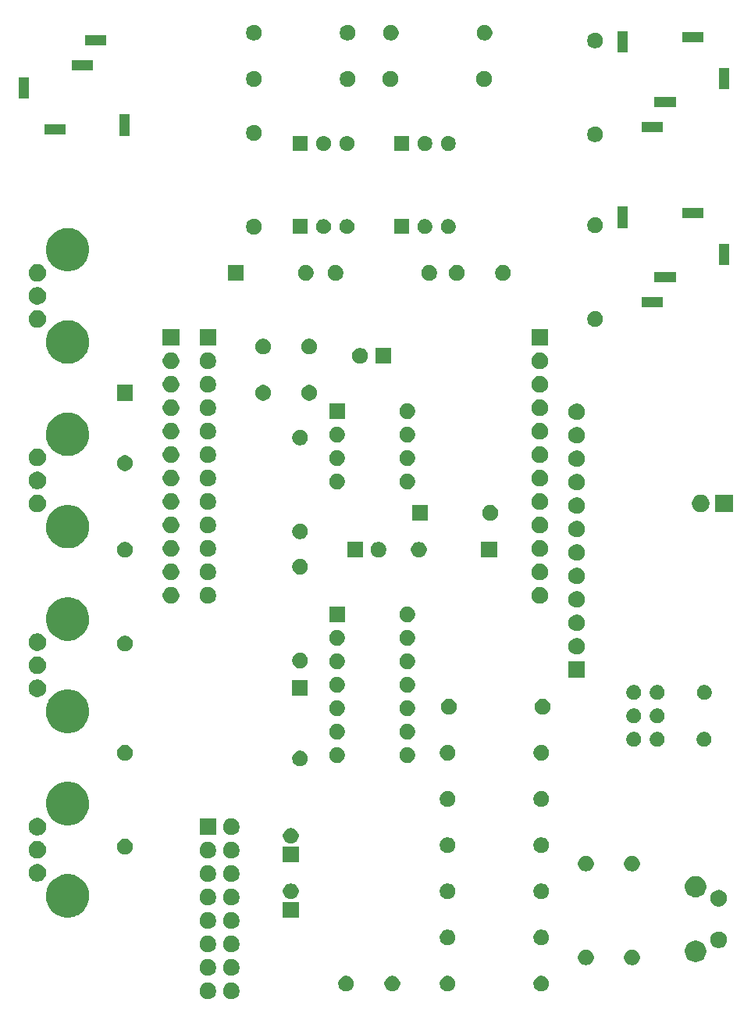
<source format=gbr>
G04 #@! TF.GenerationSoftware,KiCad,Pcbnew,(5.1.5)-3*
G04 #@! TF.CreationDate,2020-11-25T22:35:52-07:00*
G04 #@! TF.ProjectId,ADSR_Envelope_THT,41445352-5f45-46e7-9665-6c6f70655f54,rev?*
G04 #@! TF.SameCoordinates,Original*
G04 #@! TF.FileFunction,Soldermask,Top*
G04 #@! TF.FilePolarity,Negative*
%FSLAX46Y46*%
G04 Gerber Fmt 4.6, Leading zero omitted, Abs format (unit mm)*
G04 Created by KiCad (PCBNEW (5.1.5)-3) date 2020-11-25 22:35:52*
%MOMM*%
%LPD*%
G04 APERTURE LIST*
%ADD10C,0.100000*%
G04 APERTURE END LIST*
D10*
X75442600Y-96565600D02*
G75*
G03X75442600Y-96565600I-635000J0D01*
G01*
X75442600Y-103565600D02*
G75*
G03X75442600Y-103565600I-635000J0D01*
G01*
X77752100Y-102315600D02*
G75*
G03X77752100Y-102315600I-444500J0D01*
G01*
X77752100Y-97815600D02*
G75*
G03X77752100Y-97815600I-444500J0D01*
G01*
G36*
X24653512Y-106883927D02*
G01*
X24802812Y-106913624D01*
X24966784Y-106981544D01*
X25114354Y-107080147D01*
X25239853Y-107205646D01*
X25338456Y-107353216D01*
X25406376Y-107517188D01*
X25441000Y-107691259D01*
X25441000Y-107868741D01*
X25406376Y-108042812D01*
X25338456Y-108206784D01*
X25239853Y-108354354D01*
X25114354Y-108479853D01*
X24966784Y-108578456D01*
X24802812Y-108646376D01*
X24653512Y-108676073D01*
X24628742Y-108681000D01*
X24451258Y-108681000D01*
X24426488Y-108676073D01*
X24277188Y-108646376D01*
X24113216Y-108578456D01*
X23965646Y-108479853D01*
X23840147Y-108354354D01*
X23741544Y-108206784D01*
X23673624Y-108042812D01*
X23639000Y-107868741D01*
X23639000Y-107691259D01*
X23673624Y-107517188D01*
X23741544Y-107353216D01*
X23840147Y-107205646D01*
X23965646Y-107080147D01*
X24113216Y-106981544D01*
X24277188Y-106913624D01*
X24426488Y-106883927D01*
X24451258Y-106879000D01*
X24628742Y-106879000D01*
X24653512Y-106883927D01*
G37*
G36*
X22113512Y-106883927D02*
G01*
X22262812Y-106913624D01*
X22426784Y-106981544D01*
X22574354Y-107080147D01*
X22699853Y-107205646D01*
X22798456Y-107353216D01*
X22866376Y-107517188D01*
X22901000Y-107691259D01*
X22901000Y-107868741D01*
X22866376Y-108042812D01*
X22798456Y-108206784D01*
X22699853Y-108354354D01*
X22574354Y-108479853D01*
X22426784Y-108578456D01*
X22262812Y-108646376D01*
X22113512Y-108676073D01*
X22088742Y-108681000D01*
X21911258Y-108681000D01*
X21886488Y-108676073D01*
X21737188Y-108646376D01*
X21573216Y-108578456D01*
X21425646Y-108479853D01*
X21300147Y-108354354D01*
X21201544Y-108206784D01*
X21133624Y-108042812D01*
X21099000Y-107868741D01*
X21099000Y-107691259D01*
X21133624Y-107517188D01*
X21201544Y-107353216D01*
X21300147Y-107205646D01*
X21425646Y-107080147D01*
X21573216Y-106981544D01*
X21737188Y-106913624D01*
X21886488Y-106883927D01*
X21911258Y-106879000D01*
X22088742Y-106879000D01*
X22113512Y-106883927D01*
G37*
G36*
X37248228Y-106181703D02*
G01*
X37403100Y-106245853D01*
X37542481Y-106338985D01*
X37661015Y-106457519D01*
X37754147Y-106596900D01*
X37818297Y-106751772D01*
X37851000Y-106916184D01*
X37851000Y-107083816D01*
X37818297Y-107248228D01*
X37754147Y-107403100D01*
X37661015Y-107542481D01*
X37542481Y-107661015D01*
X37403100Y-107754147D01*
X37248228Y-107818297D01*
X37083816Y-107851000D01*
X36916184Y-107851000D01*
X36751772Y-107818297D01*
X36596900Y-107754147D01*
X36457519Y-107661015D01*
X36338985Y-107542481D01*
X36245853Y-107403100D01*
X36181703Y-107248228D01*
X36149000Y-107083816D01*
X36149000Y-106916184D01*
X36181703Y-106751772D01*
X36245853Y-106596900D01*
X36338985Y-106457519D01*
X36457519Y-106338985D01*
X36596900Y-106245853D01*
X36751772Y-106181703D01*
X36916184Y-106149000D01*
X37083816Y-106149000D01*
X37248228Y-106181703D01*
G37*
G36*
X58408228Y-106181703D02*
G01*
X58563100Y-106245853D01*
X58702481Y-106338985D01*
X58821015Y-106457519D01*
X58914147Y-106596900D01*
X58978297Y-106751772D01*
X59011000Y-106916184D01*
X59011000Y-107083816D01*
X58978297Y-107248228D01*
X58914147Y-107403100D01*
X58821015Y-107542481D01*
X58702481Y-107661015D01*
X58563100Y-107754147D01*
X58408228Y-107818297D01*
X58243816Y-107851000D01*
X58076184Y-107851000D01*
X57911772Y-107818297D01*
X57756900Y-107754147D01*
X57617519Y-107661015D01*
X57498985Y-107542481D01*
X57405853Y-107403100D01*
X57341703Y-107248228D01*
X57309000Y-107083816D01*
X57309000Y-106916184D01*
X57341703Y-106751772D01*
X57405853Y-106596900D01*
X57498985Y-106457519D01*
X57617519Y-106338985D01*
X57756900Y-106245853D01*
X57911772Y-106181703D01*
X58076184Y-106149000D01*
X58243816Y-106149000D01*
X58408228Y-106181703D01*
G37*
G36*
X48248228Y-106181703D02*
G01*
X48403100Y-106245853D01*
X48542481Y-106338985D01*
X48661015Y-106457519D01*
X48754147Y-106596900D01*
X48818297Y-106751772D01*
X48851000Y-106916184D01*
X48851000Y-107083816D01*
X48818297Y-107248228D01*
X48754147Y-107403100D01*
X48661015Y-107542481D01*
X48542481Y-107661015D01*
X48403100Y-107754147D01*
X48248228Y-107818297D01*
X48083816Y-107851000D01*
X47916184Y-107851000D01*
X47751772Y-107818297D01*
X47596900Y-107754147D01*
X47457519Y-107661015D01*
X47338985Y-107542481D01*
X47245853Y-107403100D01*
X47181703Y-107248228D01*
X47149000Y-107083816D01*
X47149000Y-106916184D01*
X47181703Y-106751772D01*
X47245853Y-106596900D01*
X47338985Y-106457519D01*
X47457519Y-106338985D01*
X47596900Y-106245853D01*
X47751772Y-106181703D01*
X47916184Y-106149000D01*
X48083816Y-106149000D01*
X48248228Y-106181703D01*
G37*
G36*
X42248228Y-106181703D02*
G01*
X42403100Y-106245853D01*
X42542481Y-106338985D01*
X42661015Y-106457519D01*
X42754147Y-106596900D01*
X42818297Y-106751772D01*
X42851000Y-106916184D01*
X42851000Y-107083816D01*
X42818297Y-107248228D01*
X42754147Y-107403100D01*
X42661015Y-107542481D01*
X42542481Y-107661015D01*
X42403100Y-107754147D01*
X42248228Y-107818297D01*
X42083816Y-107851000D01*
X41916184Y-107851000D01*
X41751772Y-107818297D01*
X41596900Y-107754147D01*
X41457519Y-107661015D01*
X41338985Y-107542481D01*
X41245853Y-107403100D01*
X41181703Y-107248228D01*
X41149000Y-107083816D01*
X41149000Y-106916184D01*
X41181703Y-106751772D01*
X41245853Y-106596900D01*
X41338985Y-106457519D01*
X41457519Y-106338985D01*
X41596900Y-106245853D01*
X41751772Y-106181703D01*
X41916184Y-106149000D01*
X42083816Y-106149000D01*
X42248228Y-106181703D01*
G37*
G36*
X22113512Y-104343927D02*
G01*
X22262812Y-104373624D01*
X22426784Y-104441544D01*
X22574354Y-104540147D01*
X22699853Y-104665646D01*
X22798456Y-104813216D01*
X22866376Y-104977188D01*
X22901000Y-105151259D01*
X22901000Y-105328741D01*
X22866376Y-105502812D01*
X22798456Y-105666784D01*
X22699853Y-105814354D01*
X22574354Y-105939853D01*
X22426784Y-106038456D01*
X22262812Y-106106376D01*
X22113512Y-106136073D01*
X22088742Y-106141000D01*
X21911258Y-106141000D01*
X21886488Y-106136073D01*
X21737188Y-106106376D01*
X21573216Y-106038456D01*
X21425646Y-105939853D01*
X21300147Y-105814354D01*
X21201544Y-105666784D01*
X21133624Y-105502812D01*
X21099000Y-105328741D01*
X21099000Y-105151259D01*
X21133624Y-104977188D01*
X21201544Y-104813216D01*
X21300147Y-104665646D01*
X21425646Y-104540147D01*
X21573216Y-104441544D01*
X21737188Y-104373624D01*
X21886488Y-104343927D01*
X21911258Y-104339000D01*
X22088742Y-104339000D01*
X22113512Y-104343927D01*
G37*
G36*
X24653512Y-104343927D02*
G01*
X24802812Y-104373624D01*
X24966784Y-104441544D01*
X25114354Y-104540147D01*
X25239853Y-104665646D01*
X25338456Y-104813216D01*
X25406376Y-104977188D01*
X25441000Y-105151259D01*
X25441000Y-105328741D01*
X25406376Y-105502812D01*
X25338456Y-105666784D01*
X25239853Y-105814354D01*
X25114354Y-105939853D01*
X24966784Y-106038456D01*
X24802812Y-106106376D01*
X24653512Y-106136073D01*
X24628742Y-106141000D01*
X24451258Y-106141000D01*
X24426488Y-106136073D01*
X24277188Y-106106376D01*
X24113216Y-106038456D01*
X23965646Y-105939853D01*
X23840147Y-105814354D01*
X23741544Y-105666784D01*
X23673624Y-105502812D01*
X23639000Y-105328741D01*
X23639000Y-105151259D01*
X23673624Y-104977188D01*
X23741544Y-104813216D01*
X23840147Y-104665646D01*
X23965646Y-104540147D01*
X24113216Y-104441544D01*
X24277188Y-104373624D01*
X24426488Y-104343927D01*
X24451258Y-104339000D01*
X24628742Y-104339000D01*
X24653512Y-104343927D01*
G37*
G36*
X63248228Y-103341703D02*
G01*
X63403100Y-103405853D01*
X63542481Y-103498985D01*
X63661015Y-103617519D01*
X63754147Y-103756900D01*
X63818297Y-103911772D01*
X63851000Y-104076184D01*
X63851000Y-104243816D01*
X63818297Y-104408228D01*
X63754147Y-104563100D01*
X63661015Y-104702481D01*
X63542481Y-104821015D01*
X63403100Y-104914147D01*
X63248228Y-104978297D01*
X63083816Y-105011000D01*
X62916184Y-105011000D01*
X62751772Y-104978297D01*
X62596900Y-104914147D01*
X62457519Y-104821015D01*
X62338985Y-104702481D01*
X62245853Y-104563100D01*
X62181703Y-104408228D01*
X62149000Y-104243816D01*
X62149000Y-104076184D01*
X62181703Y-103911772D01*
X62245853Y-103756900D01*
X62338985Y-103617519D01*
X62457519Y-103498985D01*
X62596900Y-103405853D01*
X62751772Y-103341703D01*
X62916184Y-103309000D01*
X63083816Y-103309000D01*
X63248228Y-103341703D01*
G37*
G36*
X68248228Y-103341703D02*
G01*
X68403100Y-103405853D01*
X68542481Y-103498985D01*
X68661015Y-103617519D01*
X68754147Y-103756900D01*
X68818297Y-103911772D01*
X68851000Y-104076184D01*
X68851000Y-104243816D01*
X68818297Y-104408228D01*
X68754147Y-104563100D01*
X68661015Y-104702481D01*
X68542481Y-104821015D01*
X68403100Y-104914147D01*
X68248228Y-104978297D01*
X68083816Y-105011000D01*
X67916184Y-105011000D01*
X67751772Y-104978297D01*
X67596900Y-104914147D01*
X67457519Y-104821015D01*
X67338985Y-104702481D01*
X67245853Y-104563100D01*
X67181703Y-104408228D01*
X67149000Y-104243816D01*
X67149000Y-104076184D01*
X67181703Y-103911772D01*
X67245853Y-103756900D01*
X67338985Y-103617519D01*
X67457519Y-103498985D01*
X67596900Y-103405853D01*
X67751772Y-103341703D01*
X67916184Y-103309000D01*
X68083816Y-103309000D01*
X68248228Y-103341703D01*
G37*
G36*
X75124549Y-102371116D02*
G01*
X75235734Y-102393232D01*
X75445203Y-102479997D01*
X75633720Y-102605960D01*
X75794040Y-102766280D01*
X75920003Y-102954797D01*
X75991242Y-103126782D01*
X76006768Y-103164267D01*
X76051000Y-103386635D01*
X76051000Y-103613365D01*
X76028884Y-103724549D01*
X76006768Y-103835734D01*
X75920003Y-104045203D01*
X75794040Y-104233720D01*
X75633720Y-104394040D01*
X75445203Y-104520003D01*
X75235734Y-104606768D01*
X75124549Y-104628884D01*
X75013365Y-104651000D01*
X74786635Y-104651000D01*
X74675451Y-104628884D01*
X74564266Y-104606768D01*
X74354797Y-104520003D01*
X74166280Y-104394040D01*
X74005960Y-104233720D01*
X73879997Y-104045203D01*
X73793232Y-103835734D01*
X73771116Y-103724549D01*
X73749000Y-103613365D01*
X73749000Y-103386635D01*
X73793232Y-103164267D01*
X73808759Y-103126782D01*
X73879997Y-102954797D01*
X74005960Y-102766280D01*
X74166280Y-102605960D01*
X74354797Y-102479997D01*
X74564266Y-102393232D01*
X74675451Y-102371116D01*
X74786635Y-102349000D01*
X75013365Y-102349000D01*
X75124549Y-102371116D01*
G37*
G36*
X24653512Y-101803927D02*
G01*
X24802812Y-101833624D01*
X24966784Y-101901544D01*
X25114354Y-102000147D01*
X25239853Y-102125646D01*
X25338456Y-102273216D01*
X25406376Y-102437188D01*
X25441000Y-102611259D01*
X25441000Y-102788741D01*
X25406376Y-102962812D01*
X25338456Y-103126784D01*
X25239853Y-103274354D01*
X25114354Y-103399853D01*
X24966784Y-103498456D01*
X24802812Y-103566376D01*
X24653512Y-103596073D01*
X24628742Y-103601000D01*
X24451258Y-103601000D01*
X24426488Y-103596073D01*
X24277188Y-103566376D01*
X24113216Y-103498456D01*
X23965646Y-103399853D01*
X23840147Y-103274354D01*
X23741544Y-103126784D01*
X23673624Y-102962812D01*
X23639000Y-102788741D01*
X23639000Y-102611259D01*
X23673624Y-102437188D01*
X23741544Y-102273216D01*
X23840147Y-102125646D01*
X23965646Y-102000147D01*
X24113216Y-101901544D01*
X24277188Y-101833624D01*
X24426488Y-101803927D01*
X24451258Y-101799000D01*
X24628742Y-101799000D01*
X24653512Y-101803927D01*
G37*
G36*
X22113512Y-101803927D02*
G01*
X22262812Y-101833624D01*
X22426784Y-101901544D01*
X22574354Y-102000147D01*
X22699853Y-102125646D01*
X22798456Y-102273216D01*
X22866376Y-102437188D01*
X22901000Y-102611259D01*
X22901000Y-102788741D01*
X22866376Y-102962812D01*
X22798456Y-103126784D01*
X22699853Y-103274354D01*
X22574354Y-103399853D01*
X22426784Y-103498456D01*
X22262812Y-103566376D01*
X22113512Y-103596073D01*
X22088742Y-103601000D01*
X21911258Y-103601000D01*
X21886488Y-103596073D01*
X21737188Y-103566376D01*
X21573216Y-103498456D01*
X21425646Y-103399853D01*
X21300147Y-103274354D01*
X21201544Y-103126784D01*
X21133624Y-102962812D01*
X21099000Y-102788741D01*
X21099000Y-102611259D01*
X21133624Y-102437188D01*
X21201544Y-102273216D01*
X21300147Y-102125646D01*
X21425646Y-102000147D01*
X21573216Y-101901544D01*
X21737188Y-101833624D01*
X21886488Y-101803927D01*
X21911258Y-101799000D01*
X22088742Y-101799000D01*
X22113512Y-101803927D01*
G37*
G36*
X77513512Y-101353927D02*
G01*
X77662812Y-101383624D01*
X77826784Y-101451544D01*
X77974354Y-101550147D01*
X78099853Y-101675646D01*
X78198456Y-101823216D01*
X78266376Y-101987188D01*
X78296073Y-102136488D01*
X78301000Y-102161258D01*
X78301000Y-102338742D01*
X78296073Y-102363512D01*
X78266376Y-102512812D01*
X78198456Y-102676784D01*
X78099853Y-102824354D01*
X77974354Y-102949853D01*
X77826784Y-103048456D01*
X77662812Y-103116376D01*
X77513512Y-103146073D01*
X77488742Y-103151000D01*
X77311258Y-103151000D01*
X77286488Y-103146073D01*
X77137188Y-103116376D01*
X76973216Y-103048456D01*
X76825646Y-102949853D01*
X76700147Y-102824354D01*
X76601544Y-102676784D01*
X76533624Y-102512812D01*
X76503927Y-102363512D01*
X76499000Y-102338742D01*
X76499000Y-102161258D01*
X76503927Y-102136488D01*
X76533624Y-101987188D01*
X76601544Y-101823216D01*
X76700147Y-101675646D01*
X76825646Y-101550147D01*
X76973216Y-101451544D01*
X77137188Y-101383624D01*
X77286488Y-101353927D01*
X77311258Y-101349000D01*
X77488742Y-101349000D01*
X77513512Y-101353927D01*
G37*
G36*
X58408228Y-101181703D02*
G01*
X58563100Y-101245853D01*
X58702481Y-101338985D01*
X58821015Y-101457519D01*
X58914147Y-101596900D01*
X58978297Y-101751772D01*
X59011000Y-101916184D01*
X59011000Y-102083816D01*
X58978297Y-102248228D01*
X58914147Y-102403100D01*
X58821015Y-102542481D01*
X58702481Y-102661015D01*
X58563100Y-102754147D01*
X58408228Y-102818297D01*
X58243816Y-102851000D01*
X58076184Y-102851000D01*
X57911772Y-102818297D01*
X57756900Y-102754147D01*
X57617519Y-102661015D01*
X57498985Y-102542481D01*
X57405853Y-102403100D01*
X57341703Y-102248228D01*
X57309000Y-102083816D01*
X57309000Y-101916184D01*
X57341703Y-101751772D01*
X57405853Y-101596900D01*
X57498985Y-101457519D01*
X57617519Y-101338985D01*
X57756900Y-101245853D01*
X57911772Y-101181703D01*
X58076184Y-101149000D01*
X58243816Y-101149000D01*
X58408228Y-101181703D01*
G37*
G36*
X48248228Y-101181703D02*
G01*
X48403100Y-101245853D01*
X48542481Y-101338985D01*
X48661015Y-101457519D01*
X48754147Y-101596900D01*
X48818297Y-101751772D01*
X48851000Y-101916184D01*
X48851000Y-102083816D01*
X48818297Y-102248228D01*
X48754147Y-102403100D01*
X48661015Y-102542481D01*
X48542481Y-102661015D01*
X48403100Y-102754147D01*
X48248228Y-102818297D01*
X48083816Y-102851000D01*
X47916184Y-102851000D01*
X47751772Y-102818297D01*
X47596900Y-102754147D01*
X47457519Y-102661015D01*
X47338985Y-102542481D01*
X47245853Y-102403100D01*
X47181703Y-102248228D01*
X47149000Y-102083816D01*
X47149000Y-101916184D01*
X47181703Y-101751772D01*
X47245853Y-101596900D01*
X47338985Y-101457519D01*
X47457519Y-101338985D01*
X47596900Y-101245853D01*
X47751772Y-101181703D01*
X47916184Y-101149000D01*
X48083816Y-101149000D01*
X48248228Y-101181703D01*
G37*
G36*
X22113512Y-99263927D02*
G01*
X22262812Y-99293624D01*
X22426784Y-99361544D01*
X22574354Y-99460147D01*
X22699853Y-99585646D01*
X22798456Y-99733216D01*
X22866376Y-99897188D01*
X22901000Y-100071259D01*
X22901000Y-100248741D01*
X22866376Y-100422812D01*
X22798456Y-100586784D01*
X22699853Y-100734354D01*
X22574354Y-100859853D01*
X22426784Y-100958456D01*
X22262812Y-101026376D01*
X22113512Y-101056073D01*
X22088742Y-101061000D01*
X21911258Y-101061000D01*
X21886488Y-101056073D01*
X21737188Y-101026376D01*
X21573216Y-100958456D01*
X21425646Y-100859853D01*
X21300147Y-100734354D01*
X21201544Y-100586784D01*
X21133624Y-100422812D01*
X21099000Y-100248741D01*
X21099000Y-100071259D01*
X21133624Y-99897188D01*
X21201544Y-99733216D01*
X21300147Y-99585646D01*
X21425646Y-99460147D01*
X21573216Y-99361544D01*
X21737188Y-99293624D01*
X21886488Y-99263927D01*
X21911258Y-99259000D01*
X22088742Y-99259000D01*
X22113512Y-99263927D01*
G37*
G36*
X24653512Y-99263927D02*
G01*
X24802812Y-99293624D01*
X24966784Y-99361544D01*
X25114354Y-99460147D01*
X25239853Y-99585646D01*
X25338456Y-99733216D01*
X25406376Y-99897188D01*
X25441000Y-100071259D01*
X25441000Y-100248741D01*
X25406376Y-100422812D01*
X25338456Y-100586784D01*
X25239853Y-100734354D01*
X25114354Y-100859853D01*
X24966784Y-100958456D01*
X24802812Y-101026376D01*
X24653512Y-101056073D01*
X24628742Y-101061000D01*
X24451258Y-101061000D01*
X24426488Y-101056073D01*
X24277188Y-101026376D01*
X24113216Y-100958456D01*
X23965646Y-100859853D01*
X23840147Y-100734354D01*
X23741544Y-100586784D01*
X23673624Y-100422812D01*
X23639000Y-100248741D01*
X23639000Y-100071259D01*
X23673624Y-99897188D01*
X23741544Y-99733216D01*
X23840147Y-99585646D01*
X23965646Y-99460147D01*
X24113216Y-99361544D01*
X24277188Y-99293624D01*
X24426488Y-99263927D01*
X24451258Y-99259000D01*
X24628742Y-99259000D01*
X24653512Y-99263927D01*
G37*
G36*
X7334358Y-95209232D02*
G01*
X7485761Y-95239348D01*
X7913616Y-95416571D01*
X8298675Y-95673859D01*
X8626141Y-96001325D01*
X8789529Y-96245853D01*
X8883430Y-96386386D01*
X8935338Y-96511703D01*
X9060652Y-96814239D01*
X9081719Y-96920148D01*
X9151000Y-97268445D01*
X9151000Y-97731555D01*
X9120913Y-97882811D01*
X9060652Y-98185761D01*
X8883429Y-98613616D01*
X8626141Y-98998675D01*
X8298675Y-99326141D01*
X7913616Y-99583429D01*
X7913615Y-99583430D01*
X7913614Y-99583430D01*
X7788297Y-99635338D01*
X7485761Y-99760652D01*
X7334358Y-99790768D01*
X7031555Y-99851000D01*
X6568445Y-99851000D01*
X6265642Y-99790768D01*
X6114239Y-99760652D01*
X5811703Y-99635338D01*
X5686386Y-99583430D01*
X5686385Y-99583430D01*
X5686384Y-99583429D01*
X5301325Y-99326141D01*
X4973859Y-98998675D01*
X4716571Y-98613616D01*
X4539348Y-98185761D01*
X4479087Y-97882811D01*
X4449000Y-97731555D01*
X4449000Y-97268445D01*
X4518281Y-96920148D01*
X4539348Y-96814239D01*
X4664662Y-96511703D01*
X4716570Y-96386386D01*
X4810471Y-96245853D01*
X4973859Y-96001325D01*
X5301325Y-95673859D01*
X5686384Y-95416571D01*
X6114239Y-95239348D01*
X6265642Y-95209232D01*
X6568445Y-95149000D01*
X7031555Y-95149000D01*
X7334358Y-95209232D01*
G37*
G36*
X31851000Y-99851000D02*
G01*
X30149000Y-99851000D01*
X30149000Y-98149000D01*
X31851000Y-98149000D01*
X31851000Y-99851000D01*
G37*
G36*
X77513512Y-96853927D02*
G01*
X77662812Y-96883624D01*
X77826784Y-96951544D01*
X77974354Y-97050147D01*
X78099853Y-97175646D01*
X78198456Y-97323216D01*
X78266376Y-97487188D01*
X78290161Y-97606768D01*
X78300952Y-97661015D01*
X78301000Y-97661259D01*
X78301000Y-97838741D01*
X78266376Y-98012812D01*
X78198456Y-98176784D01*
X78099853Y-98324354D01*
X77974354Y-98449853D01*
X77826784Y-98548456D01*
X77662812Y-98616376D01*
X77513512Y-98646073D01*
X77488742Y-98651000D01*
X77311258Y-98651000D01*
X77286488Y-98646073D01*
X77137188Y-98616376D01*
X76973216Y-98548456D01*
X76825646Y-98449853D01*
X76700147Y-98324354D01*
X76601544Y-98176784D01*
X76533624Y-98012812D01*
X76499000Y-97838741D01*
X76499000Y-97661259D01*
X76499049Y-97661015D01*
X76509839Y-97606768D01*
X76533624Y-97487188D01*
X76601544Y-97323216D01*
X76700147Y-97175646D01*
X76825646Y-97050147D01*
X76973216Y-96951544D01*
X77137188Y-96883624D01*
X77286488Y-96853927D01*
X77311258Y-96849000D01*
X77488742Y-96849000D01*
X77513512Y-96853927D01*
G37*
G36*
X24653512Y-96723927D02*
G01*
X24802812Y-96753624D01*
X24966784Y-96821544D01*
X25114354Y-96920147D01*
X25239853Y-97045646D01*
X25338456Y-97193216D01*
X25406376Y-97357188D01*
X25441000Y-97531259D01*
X25441000Y-97708741D01*
X25406376Y-97882812D01*
X25338456Y-98046784D01*
X25239853Y-98194354D01*
X25114354Y-98319853D01*
X24966784Y-98418456D01*
X24802812Y-98486376D01*
X24653512Y-98516073D01*
X24628742Y-98521000D01*
X24451258Y-98521000D01*
X24426488Y-98516073D01*
X24277188Y-98486376D01*
X24113216Y-98418456D01*
X23965646Y-98319853D01*
X23840147Y-98194354D01*
X23741544Y-98046784D01*
X23673624Y-97882812D01*
X23639000Y-97708741D01*
X23639000Y-97531259D01*
X23673624Y-97357188D01*
X23741544Y-97193216D01*
X23840147Y-97045646D01*
X23965646Y-96920147D01*
X24113216Y-96821544D01*
X24277188Y-96753624D01*
X24426488Y-96723927D01*
X24451258Y-96719000D01*
X24628742Y-96719000D01*
X24653512Y-96723927D01*
G37*
G36*
X22113512Y-96723927D02*
G01*
X22262812Y-96753624D01*
X22426784Y-96821544D01*
X22574354Y-96920147D01*
X22699853Y-97045646D01*
X22798456Y-97193216D01*
X22866376Y-97357188D01*
X22901000Y-97531259D01*
X22901000Y-97708741D01*
X22866376Y-97882812D01*
X22798456Y-98046784D01*
X22699853Y-98194354D01*
X22574354Y-98319853D01*
X22426784Y-98418456D01*
X22262812Y-98486376D01*
X22113512Y-98516073D01*
X22088742Y-98521000D01*
X21911258Y-98521000D01*
X21886488Y-98516073D01*
X21737188Y-98486376D01*
X21573216Y-98418456D01*
X21425646Y-98319853D01*
X21300147Y-98194354D01*
X21201544Y-98046784D01*
X21133624Y-97882812D01*
X21099000Y-97708741D01*
X21099000Y-97531259D01*
X21133624Y-97357188D01*
X21201544Y-97193216D01*
X21300147Y-97045646D01*
X21425646Y-96920147D01*
X21573216Y-96821544D01*
X21737188Y-96753624D01*
X21886488Y-96723927D01*
X21911258Y-96719000D01*
X22088742Y-96719000D01*
X22113512Y-96723927D01*
G37*
G36*
X58408228Y-96181703D02*
G01*
X58563100Y-96245853D01*
X58702481Y-96338985D01*
X58821015Y-96457519D01*
X58914147Y-96596900D01*
X58978297Y-96751772D01*
X59011000Y-96916184D01*
X59011000Y-97083816D01*
X58978297Y-97248228D01*
X58914147Y-97403100D01*
X58821015Y-97542481D01*
X58702481Y-97661015D01*
X58563100Y-97754147D01*
X58408228Y-97818297D01*
X58243816Y-97851000D01*
X58076184Y-97851000D01*
X57911772Y-97818297D01*
X57756900Y-97754147D01*
X57617519Y-97661015D01*
X57498985Y-97542481D01*
X57405853Y-97403100D01*
X57341703Y-97248228D01*
X57309000Y-97083816D01*
X57309000Y-96916184D01*
X57341703Y-96751772D01*
X57405853Y-96596900D01*
X57498985Y-96457519D01*
X57617519Y-96338985D01*
X57756900Y-96245853D01*
X57911772Y-96181703D01*
X58076184Y-96149000D01*
X58243816Y-96149000D01*
X58408228Y-96181703D01*
G37*
G36*
X48248228Y-96181703D02*
G01*
X48403100Y-96245853D01*
X48542481Y-96338985D01*
X48661015Y-96457519D01*
X48754147Y-96596900D01*
X48818297Y-96751772D01*
X48851000Y-96916184D01*
X48851000Y-97083816D01*
X48818297Y-97248228D01*
X48754147Y-97403100D01*
X48661015Y-97542481D01*
X48542481Y-97661015D01*
X48403100Y-97754147D01*
X48248228Y-97818297D01*
X48083816Y-97851000D01*
X47916184Y-97851000D01*
X47751772Y-97818297D01*
X47596900Y-97754147D01*
X47457519Y-97661015D01*
X47338985Y-97542481D01*
X47245853Y-97403100D01*
X47181703Y-97248228D01*
X47149000Y-97083816D01*
X47149000Y-96916184D01*
X47181703Y-96751772D01*
X47245853Y-96596900D01*
X47338985Y-96457519D01*
X47457519Y-96338985D01*
X47596900Y-96245853D01*
X47751772Y-96181703D01*
X47916184Y-96149000D01*
X48083816Y-96149000D01*
X48248228Y-96181703D01*
G37*
G36*
X31248228Y-96181703D02*
G01*
X31403100Y-96245853D01*
X31542481Y-96338985D01*
X31661015Y-96457519D01*
X31754147Y-96596900D01*
X31818297Y-96751772D01*
X31851000Y-96916184D01*
X31851000Y-97083816D01*
X31818297Y-97248228D01*
X31754147Y-97403100D01*
X31661015Y-97542481D01*
X31542481Y-97661015D01*
X31403100Y-97754147D01*
X31248228Y-97818297D01*
X31083816Y-97851000D01*
X30916184Y-97851000D01*
X30751772Y-97818297D01*
X30596900Y-97754147D01*
X30457519Y-97661015D01*
X30338985Y-97542481D01*
X30245853Y-97403100D01*
X30181703Y-97248228D01*
X30149000Y-97083816D01*
X30149000Y-96916184D01*
X30181703Y-96751772D01*
X30245853Y-96596900D01*
X30338985Y-96457519D01*
X30457519Y-96338985D01*
X30596900Y-96245853D01*
X30751772Y-96181703D01*
X30916184Y-96149000D01*
X31083816Y-96149000D01*
X31248228Y-96181703D01*
G37*
G36*
X75124549Y-95371116D02*
G01*
X75235734Y-95393232D01*
X75445203Y-95479997D01*
X75633720Y-95605960D01*
X75794040Y-95766280D01*
X75920003Y-95954797D01*
X76006768Y-96164266D01*
X76051000Y-96386636D01*
X76051000Y-96613364D01*
X76006768Y-96835734D01*
X75920003Y-97045203D01*
X75794040Y-97233720D01*
X75633720Y-97394040D01*
X75445203Y-97520003D01*
X75235734Y-97606768D01*
X75124549Y-97628884D01*
X75013365Y-97651000D01*
X74786635Y-97651000D01*
X74675451Y-97628884D01*
X74564266Y-97606768D01*
X74354797Y-97520003D01*
X74166280Y-97394040D01*
X74005960Y-97233720D01*
X73879997Y-97045203D01*
X73793232Y-96835734D01*
X73749000Y-96613364D01*
X73749000Y-96386636D01*
X73793232Y-96164266D01*
X73879997Y-95954797D01*
X74005960Y-95766280D01*
X74166280Y-95605960D01*
X74354797Y-95479997D01*
X74564266Y-95393232D01*
X74675451Y-95371116D01*
X74786635Y-95349000D01*
X75013365Y-95349000D01*
X75124549Y-95371116D01*
G37*
G36*
X24653512Y-94183927D02*
G01*
X24802812Y-94213624D01*
X24966784Y-94281544D01*
X25114354Y-94380147D01*
X25239853Y-94505646D01*
X25338456Y-94653216D01*
X25406376Y-94817188D01*
X25441000Y-94991259D01*
X25441000Y-95168741D01*
X25406376Y-95342812D01*
X25338456Y-95506784D01*
X25239853Y-95654354D01*
X25114354Y-95779853D01*
X24966784Y-95878456D01*
X24802812Y-95946376D01*
X24653512Y-95976073D01*
X24628742Y-95981000D01*
X24451258Y-95981000D01*
X24426488Y-95976073D01*
X24277188Y-95946376D01*
X24113216Y-95878456D01*
X23965646Y-95779853D01*
X23840147Y-95654354D01*
X23741544Y-95506784D01*
X23673624Y-95342812D01*
X23639000Y-95168741D01*
X23639000Y-94991259D01*
X23673624Y-94817188D01*
X23741544Y-94653216D01*
X23840147Y-94505646D01*
X23965646Y-94380147D01*
X24113216Y-94281544D01*
X24277188Y-94213624D01*
X24426488Y-94183927D01*
X24451258Y-94179000D01*
X24628742Y-94179000D01*
X24653512Y-94183927D01*
G37*
G36*
X22113512Y-94183927D02*
G01*
X22262812Y-94213624D01*
X22426784Y-94281544D01*
X22574354Y-94380147D01*
X22699853Y-94505646D01*
X22798456Y-94653216D01*
X22866376Y-94817188D01*
X22901000Y-94991259D01*
X22901000Y-95168741D01*
X22866376Y-95342812D01*
X22798456Y-95506784D01*
X22699853Y-95654354D01*
X22574354Y-95779853D01*
X22426784Y-95878456D01*
X22262812Y-95946376D01*
X22113512Y-95976073D01*
X22088742Y-95981000D01*
X21911258Y-95981000D01*
X21886488Y-95976073D01*
X21737188Y-95946376D01*
X21573216Y-95878456D01*
X21425646Y-95779853D01*
X21300147Y-95654354D01*
X21201544Y-95506784D01*
X21133624Y-95342812D01*
X21099000Y-95168741D01*
X21099000Y-94991259D01*
X21133624Y-94817188D01*
X21201544Y-94653216D01*
X21300147Y-94505646D01*
X21425646Y-94380147D01*
X21573216Y-94281544D01*
X21737188Y-94213624D01*
X21886488Y-94183927D01*
X21911258Y-94179000D01*
X22088742Y-94179000D01*
X22113512Y-94183927D01*
G37*
G36*
X3777395Y-94085546D02*
G01*
X3950466Y-94157234D01*
X3950467Y-94157235D01*
X4106227Y-94261310D01*
X4238690Y-94393773D01*
X4238691Y-94393775D01*
X4342766Y-94549534D01*
X4414454Y-94722605D01*
X4451000Y-94906333D01*
X4451000Y-95093667D01*
X4414454Y-95277395D01*
X4342766Y-95450466D01*
X4323034Y-95479997D01*
X4238690Y-95606227D01*
X4106227Y-95738690D01*
X4064935Y-95766280D01*
X3950466Y-95842766D01*
X3777395Y-95914454D01*
X3593667Y-95951000D01*
X3406333Y-95951000D01*
X3222605Y-95914454D01*
X3049534Y-95842766D01*
X2935065Y-95766280D01*
X2893773Y-95738690D01*
X2761310Y-95606227D01*
X2676966Y-95479997D01*
X2657234Y-95450466D01*
X2585546Y-95277395D01*
X2549000Y-95093667D01*
X2549000Y-94906333D01*
X2585546Y-94722605D01*
X2657234Y-94549534D01*
X2761309Y-94393775D01*
X2761310Y-94393773D01*
X2893773Y-94261310D01*
X3049533Y-94157235D01*
X3049534Y-94157234D01*
X3222605Y-94085546D01*
X3406333Y-94049000D01*
X3593667Y-94049000D01*
X3777395Y-94085546D01*
G37*
G36*
X68248228Y-93181703D02*
G01*
X68403100Y-93245853D01*
X68542481Y-93338985D01*
X68661015Y-93457519D01*
X68754147Y-93596900D01*
X68818297Y-93751772D01*
X68851000Y-93916184D01*
X68851000Y-94083816D01*
X68818297Y-94248228D01*
X68754147Y-94403100D01*
X68661015Y-94542481D01*
X68542481Y-94661015D01*
X68403100Y-94754147D01*
X68248228Y-94818297D01*
X68083816Y-94851000D01*
X67916184Y-94851000D01*
X67751772Y-94818297D01*
X67596900Y-94754147D01*
X67457519Y-94661015D01*
X67338985Y-94542481D01*
X67245853Y-94403100D01*
X67181703Y-94248228D01*
X67149000Y-94083816D01*
X67149000Y-93916184D01*
X67181703Y-93751772D01*
X67245853Y-93596900D01*
X67338985Y-93457519D01*
X67457519Y-93338985D01*
X67596900Y-93245853D01*
X67751772Y-93181703D01*
X67916184Y-93149000D01*
X68083816Y-93149000D01*
X68248228Y-93181703D01*
G37*
G36*
X63248228Y-93181703D02*
G01*
X63403100Y-93245853D01*
X63542481Y-93338985D01*
X63661015Y-93457519D01*
X63754147Y-93596900D01*
X63818297Y-93751772D01*
X63851000Y-93916184D01*
X63851000Y-94083816D01*
X63818297Y-94248228D01*
X63754147Y-94403100D01*
X63661015Y-94542481D01*
X63542481Y-94661015D01*
X63403100Y-94754147D01*
X63248228Y-94818297D01*
X63083816Y-94851000D01*
X62916184Y-94851000D01*
X62751772Y-94818297D01*
X62596900Y-94754147D01*
X62457519Y-94661015D01*
X62338985Y-94542481D01*
X62245853Y-94403100D01*
X62181703Y-94248228D01*
X62149000Y-94083816D01*
X62149000Y-93916184D01*
X62181703Y-93751772D01*
X62245853Y-93596900D01*
X62338985Y-93457519D01*
X62457519Y-93338985D01*
X62596900Y-93245853D01*
X62751772Y-93181703D01*
X62916184Y-93149000D01*
X63083816Y-93149000D01*
X63248228Y-93181703D01*
G37*
G36*
X31851000Y-93851000D02*
G01*
X30149000Y-93851000D01*
X30149000Y-92149000D01*
X31851000Y-92149000D01*
X31851000Y-93851000D01*
G37*
G36*
X3777395Y-91585546D02*
G01*
X3950466Y-91657234D01*
X4027818Y-91708919D01*
X4106227Y-91761310D01*
X4238690Y-91893773D01*
X4238691Y-91893775D01*
X4342766Y-92049534D01*
X4414454Y-92222605D01*
X4451000Y-92406333D01*
X4451000Y-92593667D01*
X4414454Y-92777395D01*
X4342766Y-92950466D01*
X4324171Y-92978295D01*
X4238690Y-93106227D01*
X4106227Y-93238690D01*
X4027818Y-93291081D01*
X3950466Y-93342766D01*
X3777395Y-93414454D01*
X3593667Y-93451000D01*
X3406333Y-93451000D01*
X3222605Y-93414454D01*
X3049534Y-93342766D01*
X2972182Y-93291081D01*
X2893773Y-93238690D01*
X2761310Y-93106227D01*
X2675829Y-92978295D01*
X2657234Y-92950466D01*
X2585546Y-92777395D01*
X2549000Y-92593667D01*
X2549000Y-92406333D01*
X2585546Y-92222605D01*
X2657234Y-92049534D01*
X2761309Y-91893775D01*
X2761310Y-91893773D01*
X2893773Y-91761310D01*
X2972182Y-91708919D01*
X3049534Y-91657234D01*
X3222605Y-91585546D01*
X3406333Y-91549000D01*
X3593667Y-91549000D01*
X3777395Y-91585546D01*
G37*
G36*
X22113512Y-91643927D02*
G01*
X22262812Y-91673624D01*
X22426784Y-91741544D01*
X22574354Y-91840147D01*
X22699853Y-91965646D01*
X22798456Y-92113216D01*
X22866376Y-92277188D01*
X22901000Y-92451259D01*
X22901000Y-92628741D01*
X22866376Y-92802812D01*
X22798456Y-92966784D01*
X22699853Y-93114354D01*
X22574354Y-93239853D01*
X22426784Y-93338456D01*
X22262812Y-93406376D01*
X22113512Y-93436073D01*
X22088742Y-93441000D01*
X21911258Y-93441000D01*
X21886488Y-93436073D01*
X21737188Y-93406376D01*
X21573216Y-93338456D01*
X21425646Y-93239853D01*
X21300147Y-93114354D01*
X21201544Y-92966784D01*
X21133624Y-92802812D01*
X21099000Y-92628741D01*
X21099000Y-92451259D01*
X21133624Y-92277188D01*
X21201544Y-92113216D01*
X21300147Y-91965646D01*
X21425646Y-91840147D01*
X21573216Y-91741544D01*
X21737188Y-91673624D01*
X21886488Y-91643927D01*
X21911258Y-91639000D01*
X22088742Y-91639000D01*
X22113512Y-91643927D01*
G37*
G36*
X24653512Y-91643927D02*
G01*
X24802812Y-91673624D01*
X24966784Y-91741544D01*
X25114354Y-91840147D01*
X25239853Y-91965646D01*
X25338456Y-92113216D01*
X25406376Y-92277188D01*
X25441000Y-92451259D01*
X25441000Y-92628741D01*
X25406376Y-92802812D01*
X25338456Y-92966784D01*
X25239853Y-93114354D01*
X25114354Y-93239853D01*
X24966784Y-93338456D01*
X24802812Y-93406376D01*
X24653512Y-93436073D01*
X24628742Y-93441000D01*
X24451258Y-93441000D01*
X24426488Y-93436073D01*
X24277188Y-93406376D01*
X24113216Y-93338456D01*
X23965646Y-93239853D01*
X23840147Y-93114354D01*
X23741544Y-92966784D01*
X23673624Y-92802812D01*
X23639000Y-92628741D01*
X23639000Y-92451259D01*
X23673624Y-92277188D01*
X23741544Y-92113216D01*
X23840147Y-91965646D01*
X23965646Y-91840147D01*
X24113216Y-91741544D01*
X24277188Y-91673624D01*
X24426488Y-91643927D01*
X24451258Y-91639000D01*
X24628742Y-91639000D01*
X24653512Y-91643927D01*
G37*
G36*
X13248228Y-91341703D02*
G01*
X13403100Y-91405853D01*
X13542481Y-91498985D01*
X13661015Y-91617519D01*
X13754147Y-91756900D01*
X13818297Y-91911772D01*
X13851000Y-92076184D01*
X13851000Y-92243816D01*
X13818297Y-92408228D01*
X13754147Y-92563100D01*
X13661015Y-92702481D01*
X13542481Y-92821015D01*
X13403100Y-92914147D01*
X13248228Y-92978297D01*
X13083816Y-93011000D01*
X12916184Y-93011000D01*
X12751772Y-92978297D01*
X12596900Y-92914147D01*
X12457519Y-92821015D01*
X12338985Y-92702481D01*
X12245853Y-92563100D01*
X12181703Y-92408228D01*
X12149000Y-92243816D01*
X12149000Y-92076184D01*
X12181703Y-91911772D01*
X12245853Y-91756900D01*
X12338985Y-91617519D01*
X12457519Y-91498985D01*
X12596900Y-91405853D01*
X12751772Y-91341703D01*
X12916184Y-91309000D01*
X13083816Y-91309000D01*
X13248228Y-91341703D01*
G37*
G36*
X58408228Y-91181703D02*
G01*
X58563100Y-91245853D01*
X58702481Y-91338985D01*
X58821015Y-91457519D01*
X58914147Y-91596900D01*
X58978297Y-91751772D01*
X59011000Y-91916184D01*
X59011000Y-92083816D01*
X58978297Y-92248228D01*
X58914147Y-92403100D01*
X58821015Y-92542481D01*
X58702481Y-92661015D01*
X58563100Y-92754147D01*
X58408228Y-92818297D01*
X58243816Y-92851000D01*
X58076184Y-92851000D01*
X57911772Y-92818297D01*
X57756900Y-92754147D01*
X57617519Y-92661015D01*
X57498985Y-92542481D01*
X57405853Y-92403100D01*
X57341703Y-92248228D01*
X57309000Y-92083816D01*
X57309000Y-91916184D01*
X57341703Y-91751772D01*
X57405853Y-91596900D01*
X57498985Y-91457519D01*
X57617519Y-91338985D01*
X57756900Y-91245853D01*
X57911772Y-91181703D01*
X58076184Y-91149000D01*
X58243816Y-91149000D01*
X58408228Y-91181703D01*
G37*
G36*
X48248228Y-91181703D02*
G01*
X48403100Y-91245853D01*
X48542481Y-91338985D01*
X48661015Y-91457519D01*
X48754147Y-91596900D01*
X48818297Y-91751772D01*
X48851000Y-91916184D01*
X48851000Y-92083816D01*
X48818297Y-92248228D01*
X48754147Y-92403100D01*
X48661015Y-92542481D01*
X48542481Y-92661015D01*
X48403100Y-92754147D01*
X48248228Y-92818297D01*
X48083816Y-92851000D01*
X47916184Y-92851000D01*
X47751772Y-92818297D01*
X47596900Y-92754147D01*
X47457519Y-92661015D01*
X47338985Y-92542481D01*
X47245853Y-92403100D01*
X47181703Y-92248228D01*
X47149000Y-92083816D01*
X47149000Y-91916184D01*
X47181703Y-91751772D01*
X47245853Y-91596900D01*
X47338985Y-91457519D01*
X47457519Y-91338985D01*
X47596900Y-91245853D01*
X47751772Y-91181703D01*
X47916184Y-91149000D01*
X48083816Y-91149000D01*
X48248228Y-91181703D01*
G37*
G36*
X31248228Y-90181703D02*
G01*
X31403100Y-90245853D01*
X31542481Y-90338985D01*
X31661015Y-90457519D01*
X31754147Y-90596900D01*
X31818297Y-90751772D01*
X31851000Y-90916184D01*
X31851000Y-91083816D01*
X31818297Y-91248228D01*
X31754147Y-91403100D01*
X31661015Y-91542481D01*
X31542481Y-91661015D01*
X31403100Y-91754147D01*
X31248228Y-91818297D01*
X31083816Y-91851000D01*
X30916184Y-91851000D01*
X30751772Y-91818297D01*
X30596900Y-91754147D01*
X30457519Y-91661015D01*
X30338985Y-91542481D01*
X30245853Y-91403100D01*
X30181703Y-91248228D01*
X30149000Y-91083816D01*
X30149000Y-90916184D01*
X30181703Y-90751772D01*
X30245853Y-90596900D01*
X30338985Y-90457519D01*
X30457519Y-90338985D01*
X30596900Y-90245853D01*
X30751772Y-90181703D01*
X30916184Y-90149000D01*
X31083816Y-90149000D01*
X31248228Y-90181703D01*
G37*
G36*
X3777395Y-89085546D02*
G01*
X3950466Y-89157234D01*
X3950467Y-89157235D01*
X4106227Y-89261310D01*
X4238690Y-89393773D01*
X4238691Y-89393775D01*
X4342766Y-89549534D01*
X4414454Y-89722605D01*
X4451000Y-89906333D01*
X4451000Y-90093667D01*
X4414454Y-90277395D01*
X4342766Y-90450466D01*
X4291081Y-90527818D01*
X4238690Y-90606227D01*
X4106227Y-90738690D01*
X4086648Y-90751772D01*
X3950466Y-90842766D01*
X3777395Y-90914454D01*
X3593667Y-90951000D01*
X3406333Y-90951000D01*
X3222605Y-90914454D01*
X3049534Y-90842766D01*
X2913352Y-90751772D01*
X2893773Y-90738690D01*
X2761310Y-90606227D01*
X2708919Y-90527818D01*
X2657234Y-90450466D01*
X2585546Y-90277395D01*
X2549000Y-90093667D01*
X2549000Y-89906333D01*
X2585546Y-89722605D01*
X2657234Y-89549534D01*
X2761309Y-89393775D01*
X2761310Y-89393773D01*
X2893773Y-89261310D01*
X3049533Y-89157235D01*
X3049534Y-89157234D01*
X3222605Y-89085546D01*
X3406333Y-89049000D01*
X3593667Y-89049000D01*
X3777395Y-89085546D01*
G37*
G36*
X24653512Y-89103927D02*
G01*
X24802812Y-89133624D01*
X24966784Y-89201544D01*
X25114354Y-89300147D01*
X25239853Y-89425646D01*
X25338456Y-89573216D01*
X25406376Y-89737188D01*
X25441000Y-89911259D01*
X25441000Y-90088741D01*
X25406376Y-90262812D01*
X25338456Y-90426784D01*
X25239853Y-90574354D01*
X25114354Y-90699853D01*
X24966784Y-90798456D01*
X24802812Y-90866376D01*
X24653512Y-90896073D01*
X24628742Y-90901000D01*
X24451258Y-90901000D01*
X24426488Y-90896073D01*
X24277188Y-90866376D01*
X24113216Y-90798456D01*
X23965646Y-90699853D01*
X23840147Y-90574354D01*
X23741544Y-90426784D01*
X23673624Y-90262812D01*
X23639000Y-90088741D01*
X23639000Y-89911259D01*
X23673624Y-89737188D01*
X23741544Y-89573216D01*
X23840147Y-89425646D01*
X23965646Y-89300147D01*
X24113216Y-89201544D01*
X24277188Y-89133624D01*
X24426488Y-89103927D01*
X24451258Y-89099000D01*
X24628742Y-89099000D01*
X24653512Y-89103927D01*
G37*
G36*
X22901000Y-90901000D02*
G01*
X21099000Y-90901000D01*
X21099000Y-89099000D01*
X22901000Y-89099000D01*
X22901000Y-90901000D01*
G37*
G36*
X7334358Y-85209232D02*
G01*
X7485761Y-85239348D01*
X7913616Y-85416571D01*
X8298675Y-85673859D01*
X8626141Y-86001325D01*
X8789529Y-86245853D01*
X8883430Y-86386386D01*
X9060652Y-86814240D01*
X9151000Y-87268445D01*
X9151000Y-87731555D01*
X9090768Y-88034358D01*
X9060652Y-88185761D01*
X8883429Y-88613616D01*
X8626141Y-88998675D01*
X8298675Y-89326141D01*
X7913616Y-89583429D01*
X7485761Y-89760652D01*
X7334358Y-89790768D01*
X7031555Y-89851000D01*
X6568445Y-89851000D01*
X6265642Y-89790768D01*
X6114239Y-89760652D01*
X5686384Y-89583429D01*
X5301325Y-89326141D01*
X4973859Y-88998675D01*
X4716571Y-88613616D01*
X4539348Y-88185761D01*
X4509232Y-88034358D01*
X4449000Y-87731555D01*
X4449000Y-87268445D01*
X4539348Y-86814240D01*
X4716570Y-86386386D01*
X4810471Y-86245853D01*
X4973859Y-86001325D01*
X5301325Y-85673859D01*
X5686384Y-85416571D01*
X6114239Y-85239348D01*
X6265642Y-85209232D01*
X6568445Y-85149000D01*
X7031555Y-85149000D01*
X7334358Y-85209232D01*
G37*
G36*
X58408228Y-86181703D02*
G01*
X58563100Y-86245853D01*
X58702481Y-86338985D01*
X58821015Y-86457519D01*
X58914147Y-86596900D01*
X58978297Y-86751772D01*
X59011000Y-86916184D01*
X59011000Y-87083816D01*
X58978297Y-87248228D01*
X58914147Y-87403100D01*
X58821015Y-87542481D01*
X58702481Y-87661015D01*
X58563100Y-87754147D01*
X58408228Y-87818297D01*
X58243816Y-87851000D01*
X58076184Y-87851000D01*
X57911772Y-87818297D01*
X57756900Y-87754147D01*
X57617519Y-87661015D01*
X57498985Y-87542481D01*
X57405853Y-87403100D01*
X57341703Y-87248228D01*
X57309000Y-87083816D01*
X57309000Y-86916184D01*
X57341703Y-86751772D01*
X57405853Y-86596900D01*
X57498985Y-86457519D01*
X57617519Y-86338985D01*
X57756900Y-86245853D01*
X57911772Y-86181703D01*
X58076184Y-86149000D01*
X58243816Y-86149000D01*
X58408228Y-86181703D01*
G37*
G36*
X48248228Y-86181703D02*
G01*
X48403100Y-86245853D01*
X48542481Y-86338985D01*
X48661015Y-86457519D01*
X48754147Y-86596900D01*
X48818297Y-86751772D01*
X48851000Y-86916184D01*
X48851000Y-87083816D01*
X48818297Y-87248228D01*
X48754147Y-87403100D01*
X48661015Y-87542481D01*
X48542481Y-87661015D01*
X48403100Y-87754147D01*
X48248228Y-87818297D01*
X48083816Y-87851000D01*
X47916184Y-87851000D01*
X47751772Y-87818297D01*
X47596900Y-87754147D01*
X47457519Y-87661015D01*
X47338985Y-87542481D01*
X47245853Y-87403100D01*
X47181703Y-87248228D01*
X47149000Y-87083816D01*
X47149000Y-86916184D01*
X47181703Y-86751772D01*
X47245853Y-86596900D01*
X47338985Y-86457519D01*
X47457519Y-86338985D01*
X47596900Y-86245853D01*
X47751772Y-86181703D01*
X47916184Y-86149000D01*
X48083816Y-86149000D01*
X48248228Y-86181703D01*
G37*
G36*
X32248228Y-81801703D02*
G01*
X32403100Y-81865853D01*
X32542481Y-81958985D01*
X32661015Y-82077519D01*
X32754147Y-82216900D01*
X32818297Y-82371772D01*
X32851000Y-82536184D01*
X32851000Y-82703816D01*
X32818297Y-82868228D01*
X32754147Y-83023100D01*
X32661015Y-83162481D01*
X32542481Y-83281015D01*
X32403100Y-83374147D01*
X32248228Y-83438297D01*
X32083816Y-83471000D01*
X31916184Y-83471000D01*
X31751772Y-83438297D01*
X31596900Y-83374147D01*
X31457519Y-83281015D01*
X31338985Y-83162481D01*
X31245853Y-83023100D01*
X31181703Y-82868228D01*
X31149000Y-82703816D01*
X31149000Y-82536184D01*
X31181703Y-82371772D01*
X31245853Y-82216900D01*
X31338985Y-82077519D01*
X31457519Y-81958985D01*
X31596900Y-81865853D01*
X31751772Y-81801703D01*
X31916184Y-81769000D01*
X32083816Y-81769000D01*
X32248228Y-81801703D01*
G37*
G36*
X43868228Y-81421703D02*
G01*
X44023100Y-81485853D01*
X44162481Y-81578985D01*
X44281015Y-81697519D01*
X44374147Y-81836900D01*
X44438297Y-81991772D01*
X44471000Y-82156184D01*
X44471000Y-82323816D01*
X44438297Y-82488228D01*
X44374147Y-82643100D01*
X44281015Y-82782481D01*
X44162481Y-82901015D01*
X44023100Y-82994147D01*
X43868228Y-83058297D01*
X43703816Y-83091000D01*
X43536184Y-83091000D01*
X43371772Y-83058297D01*
X43216900Y-82994147D01*
X43077519Y-82901015D01*
X42958985Y-82782481D01*
X42865853Y-82643100D01*
X42801703Y-82488228D01*
X42769000Y-82323816D01*
X42769000Y-82156184D01*
X42801703Y-81991772D01*
X42865853Y-81836900D01*
X42958985Y-81697519D01*
X43077519Y-81578985D01*
X43216900Y-81485853D01*
X43371772Y-81421703D01*
X43536184Y-81389000D01*
X43703816Y-81389000D01*
X43868228Y-81421703D01*
G37*
G36*
X36248228Y-81421703D02*
G01*
X36403100Y-81485853D01*
X36542481Y-81578985D01*
X36661015Y-81697519D01*
X36754147Y-81836900D01*
X36818297Y-81991772D01*
X36851000Y-82156184D01*
X36851000Y-82323816D01*
X36818297Y-82488228D01*
X36754147Y-82643100D01*
X36661015Y-82782481D01*
X36542481Y-82901015D01*
X36403100Y-82994147D01*
X36248228Y-83058297D01*
X36083816Y-83091000D01*
X35916184Y-83091000D01*
X35751772Y-83058297D01*
X35596900Y-82994147D01*
X35457519Y-82901015D01*
X35338985Y-82782481D01*
X35245853Y-82643100D01*
X35181703Y-82488228D01*
X35149000Y-82323816D01*
X35149000Y-82156184D01*
X35181703Y-81991772D01*
X35245853Y-81836900D01*
X35338985Y-81697519D01*
X35457519Y-81578985D01*
X35596900Y-81485853D01*
X35751772Y-81421703D01*
X35916184Y-81389000D01*
X36083816Y-81389000D01*
X36248228Y-81421703D01*
G37*
G36*
X58408228Y-81181703D02*
G01*
X58563100Y-81245853D01*
X58702481Y-81338985D01*
X58821015Y-81457519D01*
X58914147Y-81596900D01*
X58978297Y-81751772D01*
X59011000Y-81916184D01*
X59011000Y-82083816D01*
X58978297Y-82248228D01*
X58914147Y-82403100D01*
X58821015Y-82542481D01*
X58702481Y-82661015D01*
X58563100Y-82754147D01*
X58408228Y-82818297D01*
X58243816Y-82851000D01*
X58076184Y-82851000D01*
X57911772Y-82818297D01*
X57756900Y-82754147D01*
X57617519Y-82661015D01*
X57498985Y-82542481D01*
X57405853Y-82403100D01*
X57341703Y-82248228D01*
X57309000Y-82083816D01*
X57309000Y-81916184D01*
X57341703Y-81751772D01*
X57405853Y-81596900D01*
X57498985Y-81457519D01*
X57617519Y-81338985D01*
X57756900Y-81245853D01*
X57911772Y-81181703D01*
X58076184Y-81149000D01*
X58243816Y-81149000D01*
X58408228Y-81181703D01*
G37*
G36*
X48248228Y-81181703D02*
G01*
X48403100Y-81245853D01*
X48542481Y-81338985D01*
X48661015Y-81457519D01*
X48754147Y-81596900D01*
X48818297Y-81751772D01*
X48851000Y-81916184D01*
X48851000Y-82083816D01*
X48818297Y-82248228D01*
X48754147Y-82403100D01*
X48661015Y-82542481D01*
X48542481Y-82661015D01*
X48403100Y-82754147D01*
X48248228Y-82818297D01*
X48083816Y-82851000D01*
X47916184Y-82851000D01*
X47751772Y-82818297D01*
X47596900Y-82754147D01*
X47457519Y-82661015D01*
X47338985Y-82542481D01*
X47245853Y-82403100D01*
X47181703Y-82248228D01*
X47149000Y-82083816D01*
X47149000Y-81916184D01*
X47181703Y-81751772D01*
X47245853Y-81596900D01*
X47338985Y-81457519D01*
X47457519Y-81338985D01*
X47596900Y-81245853D01*
X47751772Y-81181703D01*
X47916184Y-81149000D01*
X48083816Y-81149000D01*
X48248228Y-81181703D01*
G37*
G36*
X13248228Y-81181703D02*
G01*
X13403100Y-81245853D01*
X13542481Y-81338985D01*
X13661015Y-81457519D01*
X13754147Y-81596900D01*
X13818297Y-81751772D01*
X13851000Y-81916184D01*
X13851000Y-82083816D01*
X13818297Y-82248228D01*
X13754147Y-82403100D01*
X13661015Y-82542481D01*
X13542481Y-82661015D01*
X13403100Y-82754147D01*
X13248228Y-82818297D01*
X13083816Y-82851000D01*
X12916184Y-82851000D01*
X12751772Y-82818297D01*
X12596900Y-82754147D01*
X12457519Y-82661015D01*
X12338985Y-82542481D01*
X12245853Y-82403100D01*
X12181703Y-82248228D01*
X12149000Y-82083816D01*
X12149000Y-81916184D01*
X12181703Y-81751772D01*
X12245853Y-81596900D01*
X12338985Y-81457519D01*
X12457519Y-81338985D01*
X12596900Y-81245853D01*
X12751772Y-81181703D01*
X12916184Y-81149000D01*
X13083816Y-81149000D01*
X13248228Y-81181703D01*
G37*
G36*
X70967142Y-79758242D02*
G01*
X71115101Y-79819529D01*
X71248255Y-79908499D01*
X71361501Y-80021745D01*
X71450471Y-80154899D01*
X71511758Y-80302858D01*
X71543000Y-80459925D01*
X71543000Y-80620075D01*
X71511758Y-80777142D01*
X71450471Y-80925101D01*
X71361501Y-81058255D01*
X71248255Y-81171501D01*
X71115101Y-81260471D01*
X70967142Y-81321758D01*
X70810075Y-81353000D01*
X70649925Y-81353000D01*
X70492858Y-81321758D01*
X70344899Y-81260471D01*
X70211745Y-81171501D01*
X70098499Y-81058255D01*
X70009529Y-80925101D01*
X69948242Y-80777142D01*
X69917000Y-80620075D01*
X69917000Y-80459925D01*
X69948242Y-80302858D01*
X70009529Y-80154899D01*
X70098499Y-80021745D01*
X70211745Y-79908499D01*
X70344899Y-79819529D01*
X70492858Y-79758242D01*
X70649925Y-79727000D01*
X70810075Y-79727000D01*
X70967142Y-79758242D01*
G37*
G36*
X68427142Y-79758242D02*
G01*
X68575101Y-79819529D01*
X68708255Y-79908499D01*
X68821501Y-80021745D01*
X68910471Y-80154899D01*
X68971758Y-80302858D01*
X69003000Y-80459925D01*
X69003000Y-80620075D01*
X68971758Y-80777142D01*
X68910471Y-80925101D01*
X68821501Y-81058255D01*
X68708255Y-81171501D01*
X68575101Y-81260471D01*
X68427142Y-81321758D01*
X68270075Y-81353000D01*
X68109925Y-81353000D01*
X67952858Y-81321758D01*
X67804899Y-81260471D01*
X67671745Y-81171501D01*
X67558499Y-81058255D01*
X67469529Y-80925101D01*
X67408242Y-80777142D01*
X67377000Y-80620075D01*
X67377000Y-80459925D01*
X67408242Y-80302858D01*
X67469529Y-80154899D01*
X67558499Y-80021745D01*
X67671745Y-79908499D01*
X67804899Y-79819529D01*
X67952858Y-79758242D01*
X68109925Y-79727000D01*
X68270075Y-79727000D01*
X68427142Y-79758242D01*
G37*
G36*
X76047142Y-79758242D02*
G01*
X76195101Y-79819529D01*
X76328255Y-79908499D01*
X76441501Y-80021745D01*
X76530471Y-80154899D01*
X76591758Y-80302858D01*
X76623000Y-80459925D01*
X76623000Y-80620075D01*
X76591758Y-80777142D01*
X76530471Y-80925101D01*
X76441501Y-81058255D01*
X76328255Y-81171501D01*
X76195101Y-81260471D01*
X76047142Y-81321758D01*
X75890075Y-81353000D01*
X75729925Y-81353000D01*
X75572858Y-81321758D01*
X75424899Y-81260471D01*
X75291745Y-81171501D01*
X75178499Y-81058255D01*
X75089529Y-80925101D01*
X75028242Y-80777142D01*
X74997000Y-80620075D01*
X74997000Y-80459925D01*
X75028242Y-80302858D01*
X75089529Y-80154899D01*
X75178499Y-80021745D01*
X75291745Y-79908499D01*
X75424899Y-79819529D01*
X75572858Y-79758242D01*
X75729925Y-79727000D01*
X75890075Y-79727000D01*
X76047142Y-79758242D01*
G37*
G36*
X36248228Y-78881703D02*
G01*
X36403100Y-78945853D01*
X36542481Y-79038985D01*
X36661015Y-79157519D01*
X36754147Y-79296900D01*
X36818297Y-79451772D01*
X36851000Y-79616184D01*
X36851000Y-79783816D01*
X36818297Y-79948228D01*
X36754147Y-80103100D01*
X36661015Y-80242481D01*
X36542481Y-80361015D01*
X36403100Y-80454147D01*
X36248228Y-80518297D01*
X36083816Y-80551000D01*
X35916184Y-80551000D01*
X35751772Y-80518297D01*
X35596900Y-80454147D01*
X35457519Y-80361015D01*
X35338985Y-80242481D01*
X35245853Y-80103100D01*
X35181703Y-79948228D01*
X35149000Y-79783816D01*
X35149000Y-79616184D01*
X35181703Y-79451772D01*
X35245853Y-79296900D01*
X35338985Y-79157519D01*
X35457519Y-79038985D01*
X35596900Y-78945853D01*
X35751772Y-78881703D01*
X35916184Y-78849000D01*
X36083816Y-78849000D01*
X36248228Y-78881703D01*
G37*
G36*
X43868228Y-78881703D02*
G01*
X44023100Y-78945853D01*
X44162481Y-79038985D01*
X44281015Y-79157519D01*
X44374147Y-79296900D01*
X44438297Y-79451772D01*
X44471000Y-79616184D01*
X44471000Y-79783816D01*
X44438297Y-79948228D01*
X44374147Y-80103100D01*
X44281015Y-80242481D01*
X44162481Y-80361015D01*
X44023100Y-80454147D01*
X43868228Y-80518297D01*
X43703816Y-80551000D01*
X43536184Y-80551000D01*
X43371772Y-80518297D01*
X43216900Y-80454147D01*
X43077519Y-80361015D01*
X42958985Y-80242481D01*
X42865853Y-80103100D01*
X42801703Y-79948228D01*
X42769000Y-79783816D01*
X42769000Y-79616184D01*
X42801703Y-79451772D01*
X42865853Y-79296900D01*
X42958985Y-79157519D01*
X43077519Y-79038985D01*
X43216900Y-78945853D01*
X43371772Y-78881703D01*
X43536184Y-78849000D01*
X43703816Y-78849000D01*
X43868228Y-78881703D01*
G37*
G36*
X7334358Y-75209232D02*
G01*
X7485761Y-75239348D01*
X7913616Y-75416571D01*
X8298675Y-75673859D01*
X8626141Y-76001325D01*
X8851758Y-76338985D01*
X8883430Y-76386386D01*
X8930070Y-76498985D01*
X9036903Y-76756903D01*
X9060652Y-76814240D01*
X9151000Y-77268445D01*
X9151000Y-77731555D01*
X9113530Y-77919925D01*
X9060652Y-78185761D01*
X8883429Y-78613616D01*
X8626141Y-78998675D01*
X8298675Y-79326141D01*
X7913616Y-79583429D01*
X7485761Y-79760652D01*
X7369313Y-79783815D01*
X7031555Y-79851000D01*
X6568445Y-79851000D01*
X6230687Y-79783815D01*
X6114239Y-79760652D01*
X5686384Y-79583429D01*
X5301325Y-79326141D01*
X4973859Y-78998675D01*
X4716571Y-78613616D01*
X4539348Y-78185761D01*
X4486470Y-77919925D01*
X4449000Y-77731555D01*
X4449000Y-77268445D01*
X4539348Y-76814240D01*
X4563098Y-76756903D01*
X4669930Y-76498985D01*
X4716570Y-76386386D01*
X4748242Y-76338985D01*
X4973859Y-76001325D01*
X5301325Y-75673859D01*
X5686384Y-75416571D01*
X6114239Y-75239348D01*
X6265642Y-75209232D01*
X6568445Y-75149000D01*
X7031555Y-75149000D01*
X7334358Y-75209232D01*
G37*
G36*
X70967142Y-77218242D02*
G01*
X71115101Y-77279529D01*
X71248255Y-77368499D01*
X71361501Y-77481745D01*
X71450471Y-77614899D01*
X71511758Y-77762858D01*
X71543000Y-77919925D01*
X71543000Y-78080075D01*
X71511758Y-78237142D01*
X71450471Y-78385101D01*
X71361501Y-78518255D01*
X71248255Y-78631501D01*
X71115101Y-78720471D01*
X70967142Y-78781758D01*
X70810075Y-78813000D01*
X70649925Y-78813000D01*
X70492858Y-78781758D01*
X70344899Y-78720471D01*
X70211745Y-78631501D01*
X70098499Y-78518255D01*
X70009529Y-78385101D01*
X69948242Y-78237142D01*
X69917000Y-78080075D01*
X69917000Y-77919925D01*
X69948242Y-77762858D01*
X70009529Y-77614899D01*
X70098499Y-77481745D01*
X70211745Y-77368499D01*
X70344899Y-77279529D01*
X70492858Y-77218242D01*
X70649925Y-77187000D01*
X70810075Y-77187000D01*
X70967142Y-77218242D01*
G37*
G36*
X68427142Y-77218242D02*
G01*
X68575101Y-77279529D01*
X68708255Y-77368499D01*
X68821501Y-77481745D01*
X68910471Y-77614899D01*
X68971758Y-77762858D01*
X69003000Y-77919925D01*
X69003000Y-78080075D01*
X68971758Y-78237142D01*
X68910471Y-78385101D01*
X68821501Y-78518255D01*
X68708255Y-78631501D01*
X68575101Y-78720471D01*
X68427142Y-78781758D01*
X68270075Y-78813000D01*
X68109925Y-78813000D01*
X67952858Y-78781758D01*
X67804899Y-78720471D01*
X67671745Y-78631501D01*
X67558499Y-78518255D01*
X67469529Y-78385101D01*
X67408242Y-78237142D01*
X67377000Y-78080075D01*
X67377000Y-77919925D01*
X67408242Y-77762858D01*
X67469529Y-77614899D01*
X67558499Y-77481745D01*
X67671745Y-77368499D01*
X67804899Y-77279529D01*
X67952858Y-77218242D01*
X68109925Y-77187000D01*
X68270075Y-77187000D01*
X68427142Y-77218242D01*
G37*
G36*
X43868228Y-76341703D02*
G01*
X44023100Y-76405853D01*
X44162481Y-76498985D01*
X44281015Y-76617519D01*
X44374147Y-76756900D01*
X44438297Y-76911772D01*
X44471000Y-77076184D01*
X44471000Y-77243816D01*
X44438297Y-77408228D01*
X44374147Y-77563100D01*
X44281015Y-77702481D01*
X44162481Y-77821015D01*
X44023100Y-77914147D01*
X43868228Y-77978297D01*
X43703816Y-78011000D01*
X43536184Y-78011000D01*
X43371772Y-77978297D01*
X43216900Y-77914147D01*
X43077519Y-77821015D01*
X42958985Y-77702481D01*
X42865853Y-77563100D01*
X42801703Y-77408228D01*
X42769000Y-77243816D01*
X42769000Y-77076184D01*
X42801703Y-76911772D01*
X42865853Y-76756900D01*
X42958985Y-76617519D01*
X43077519Y-76498985D01*
X43216900Y-76405853D01*
X43371772Y-76341703D01*
X43536184Y-76309000D01*
X43703816Y-76309000D01*
X43868228Y-76341703D01*
G37*
G36*
X36248228Y-76341703D02*
G01*
X36403100Y-76405853D01*
X36542481Y-76498985D01*
X36661015Y-76617519D01*
X36754147Y-76756900D01*
X36818297Y-76911772D01*
X36851000Y-77076184D01*
X36851000Y-77243816D01*
X36818297Y-77408228D01*
X36754147Y-77563100D01*
X36661015Y-77702481D01*
X36542481Y-77821015D01*
X36403100Y-77914147D01*
X36248228Y-77978297D01*
X36083816Y-78011000D01*
X35916184Y-78011000D01*
X35751772Y-77978297D01*
X35596900Y-77914147D01*
X35457519Y-77821015D01*
X35338985Y-77702481D01*
X35245853Y-77563100D01*
X35181703Y-77408228D01*
X35149000Y-77243816D01*
X35149000Y-77076184D01*
X35181703Y-76911772D01*
X35245853Y-76756900D01*
X35338985Y-76617519D01*
X35457519Y-76498985D01*
X35596900Y-76405853D01*
X35751772Y-76341703D01*
X35916184Y-76309000D01*
X36083816Y-76309000D01*
X36248228Y-76341703D01*
G37*
G36*
X58548228Y-76181703D02*
G01*
X58703100Y-76245853D01*
X58842481Y-76338985D01*
X58961015Y-76457519D01*
X59054147Y-76596900D01*
X59118297Y-76751772D01*
X59151000Y-76916184D01*
X59151000Y-77083816D01*
X59118297Y-77248228D01*
X59054147Y-77403100D01*
X58961015Y-77542481D01*
X58842481Y-77661015D01*
X58703100Y-77754147D01*
X58548228Y-77818297D01*
X58383816Y-77851000D01*
X58216184Y-77851000D01*
X58051772Y-77818297D01*
X57896900Y-77754147D01*
X57757519Y-77661015D01*
X57638985Y-77542481D01*
X57545853Y-77403100D01*
X57481703Y-77248228D01*
X57449000Y-77083816D01*
X57449000Y-76916184D01*
X57481703Y-76751772D01*
X57545853Y-76596900D01*
X57638985Y-76457519D01*
X57757519Y-76338985D01*
X57896900Y-76245853D01*
X58051772Y-76181703D01*
X58216184Y-76149000D01*
X58383816Y-76149000D01*
X58548228Y-76181703D01*
G37*
G36*
X48388228Y-76181703D02*
G01*
X48543100Y-76245853D01*
X48682481Y-76338985D01*
X48801015Y-76457519D01*
X48894147Y-76596900D01*
X48958297Y-76751772D01*
X48991000Y-76916184D01*
X48991000Y-77083816D01*
X48958297Y-77248228D01*
X48894147Y-77403100D01*
X48801015Y-77542481D01*
X48682481Y-77661015D01*
X48543100Y-77754147D01*
X48388228Y-77818297D01*
X48223816Y-77851000D01*
X48056184Y-77851000D01*
X47891772Y-77818297D01*
X47736900Y-77754147D01*
X47597519Y-77661015D01*
X47478985Y-77542481D01*
X47385853Y-77403100D01*
X47321703Y-77248228D01*
X47289000Y-77083816D01*
X47289000Y-76916184D01*
X47321703Y-76751772D01*
X47385853Y-76596900D01*
X47478985Y-76457519D01*
X47597519Y-76338985D01*
X47736900Y-76245853D01*
X47891772Y-76181703D01*
X48056184Y-76149000D01*
X48223816Y-76149000D01*
X48388228Y-76181703D01*
G37*
G36*
X76077142Y-74678242D02*
G01*
X76225101Y-74739529D01*
X76358255Y-74828499D01*
X76471501Y-74941745D01*
X76560471Y-75074899D01*
X76621758Y-75222858D01*
X76653000Y-75379925D01*
X76653000Y-75540075D01*
X76621758Y-75697142D01*
X76560471Y-75845101D01*
X76471501Y-75978255D01*
X76358255Y-76091501D01*
X76225101Y-76180471D01*
X76077142Y-76241758D01*
X75920075Y-76273000D01*
X75759925Y-76273000D01*
X75602858Y-76241758D01*
X75454899Y-76180471D01*
X75321745Y-76091501D01*
X75208499Y-75978255D01*
X75119529Y-75845101D01*
X75058242Y-75697142D01*
X75027000Y-75540075D01*
X75027000Y-75379925D01*
X75058242Y-75222858D01*
X75119529Y-75074899D01*
X75208499Y-74941745D01*
X75321745Y-74828499D01*
X75454899Y-74739529D01*
X75602858Y-74678242D01*
X75759925Y-74647000D01*
X75920075Y-74647000D01*
X76077142Y-74678242D01*
G37*
G36*
X68427142Y-74678242D02*
G01*
X68575101Y-74739529D01*
X68708255Y-74828499D01*
X68821501Y-74941745D01*
X68910471Y-75074899D01*
X68971758Y-75222858D01*
X69003000Y-75379925D01*
X69003000Y-75540075D01*
X68971758Y-75697142D01*
X68910471Y-75845101D01*
X68821501Y-75978255D01*
X68708255Y-76091501D01*
X68575101Y-76180471D01*
X68427142Y-76241758D01*
X68270075Y-76273000D01*
X68109925Y-76273000D01*
X67952858Y-76241758D01*
X67804899Y-76180471D01*
X67671745Y-76091501D01*
X67558499Y-75978255D01*
X67469529Y-75845101D01*
X67408242Y-75697142D01*
X67377000Y-75540075D01*
X67377000Y-75379925D01*
X67408242Y-75222858D01*
X67469529Y-75074899D01*
X67558499Y-74941745D01*
X67671745Y-74828499D01*
X67804899Y-74739529D01*
X67952858Y-74678242D01*
X68109925Y-74647000D01*
X68270075Y-74647000D01*
X68427142Y-74678242D01*
G37*
G36*
X70967142Y-74678242D02*
G01*
X71115101Y-74739529D01*
X71248255Y-74828499D01*
X71361501Y-74941745D01*
X71450471Y-75074899D01*
X71511758Y-75222858D01*
X71543000Y-75379925D01*
X71543000Y-75540075D01*
X71511758Y-75697142D01*
X71450471Y-75845101D01*
X71361501Y-75978255D01*
X71248255Y-76091501D01*
X71115101Y-76180471D01*
X70967142Y-76241758D01*
X70810075Y-76273000D01*
X70649925Y-76273000D01*
X70492858Y-76241758D01*
X70344899Y-76180471D01*
X70211745Y-76091501D01*
X70098499Y-75978255D01*
X70009529Y-75845101D01*
X69948242Y-75697142D01*
X69917000Y-75540075D01*
X69917000Y-75379925D01*
X69948242Y-75222858D01*
X70009529Y-75074899D01*
X70098499Y-74941745D01*
X70211745Y-74828499D01*
X70344899Y-74739529D01*
X70492858Y-74678242D01*
X70649925Y-74647000D01*
X70810075Y-74647000D01*
X70967142Y-74678242D01*
G37*
G36*
X3777395Y-74085546D02*
G01*
X3950466Y-74157234D01*
X3950467Y-74157235D01*
X4106227Y-74261310D01*
X4238690Y-74393773D01*
X4238691Y-74393775D01*
X4342766Y-74549534D01*
X4414454Y-74722605D01*
X4451000Y-74906333D01*
X4451000Y-75093667D01*
X4414454Y-75277395D01*
X4342766Y-75450466D01*
X4291081Y-75527818D01*
X4238690Y-75606227D01*
X4106227Y-75738690D01*
X4027818Y-75791081D01*
X3950466Y-75842766D01*
X3777395Y-75914454D01*
X3593667Y-75951000D01*
X3406333Y-75951000D01*
X3222605Y-75914454D01*
X3049534Y-75842766D01*
X2972182Y-75791081D01*
X2893773Y-75738690D01*
X2761310Y-75606227D01*
X2708919Y-75527818D01*
X2657234Y-75450466D01*
X2585546Y-75277395D01*
X2549000Y-75093667D01*
X2549000Y-74906333D01*
X2585546Y-74722605D01*
X2657234Y-74549534D01*
X2761309Y-74393775D01*
X2761310Y-74393773D01*
X2893773Y-74261310D01*
X3049533Y-74157235D01*
X3049534Y-74157234D01*
X3222605Y-74085546D01*
X3406333Y-74049000D01*
X3593667Y-74049000D01*
X3777395Y-74085546D01*
G37*
G36*
X32851000Y-75851000D02*
G01*
X31149000Y-75851000D01*
X31149000Y-74149000D01*
X32851000Y-74149000D01*
X32851000Y-75851000D01*
G37*
G36*
X36248228Y-73801703D02*
G01*
X36403100Y-73865853D01*
X36542481Y-73958985D01*
X36661015Y-74077519D01*
X36754147Y-74216900D01*
X36818297Y-74371772D01*
X36851000Y-74536184D01*
X36851000Y-74703816D01*
X36818297Y-74868228D01*
X36754147Y-75023100D01*
X36661015Y-75162481D01*
X36542481Y-75281015D01*
X36403100Y-75374147D01*
X36248228Y-75438297D01*
X36083816Y-75471000D01*
X35916184Y-75471000D01*
X35751772Y-75438297D01*
X35596900Y-75374147D01*
X35457519Y-75281015D01*
X35338985Y-75162481D01*
X35245853Y-75023100D01*
X35181703Y-74868228D01*
X35149000Y-74703816D01*
X35149000Y-74536184D01*
X35181703Y-74371772D01*
X35245853Y-74216900D01*
X35338985Y-74077519D01*
X35457519Y-73958985D01*
X35596900Y-73865853D01*
X35751772Y-73801703D01*
X35916184Y-73769000D01*
X36083816Y-73769000D01*
X36248228Y-73801703D01*
G37*
G36*
X43868228Y-73801703D02*
G01*
X44023100Y-73865853D01*
X44162481Y-73958985D01*
X44281015Y-74077519D01*
X44374147Y-74216900D01*
X44438297Y-74371772D01*
X44471000Y-74536184D01*
X44471000Y-74703816D01*
X44438297Y-74868228D01*
X44374147Y-75023100D01*
X44281015Y-75162481D01*
X44162481Y-75281015D01*
X44023100Y-75374147D01*
X43868228Y-75438297D01*
X43703816Y-75471000D01*
X43536184Y-75471000D01*
X43371772Y-75438297D01*
X43216900Y-75374147D01*
X43077519Y-75281015D01*
X42958985Y-75162481D01*
X42865853Y-75023100D01*
X42801703Y-74868228D01*
X42769000Y-74703816D01*
X42769000Y-74536184D01*
X42801703Y-74371772D01*
X42865853Y-74216900D01*
X42958985Y-74077519D01*
X43077519Y-73958985D01*
X43216900Y-73865853D01*
X43371772Y-73801703D01*
X43536184Y-73769000D01*
X43703816Y-73769000D01*
X43868228Y-73801703D01*
G37*
G36*
X62901000Y-73901000D02*
G01*
X61099000Y-73901000D01*
X61099000Y-72099000D01*
X62901000Y-72099000D01*
X62901000Y-73901000D01*
G37*
G36*
X3777395Y-71585546D02*
G01*
X3950466Y-71657234D01*
X4027818Y-71708919D01*
X4106227Y-71761310D01*
X4238690Y-71893773D01*
X4238691Y-71893775D01*
X4342766Y-72049534D01*
X4414454Y-72222605D01*
X4451000Y-72406333D01*
X4451000Y-72593667D01*
X4414454Y-72777395D01*
X4342766Y-72950466D01*
X4342765Y-72950467D01*
X4238690Y-73106227D01*
X4106227Y-73238690D01*
X4027818Y-73291081D01*
X3950466Y-73342766D01*
X3777395Y-73414454D01*
X3593667Y-73451000D01*
X3406333Y-73451000D01*
X3222605Y-73414454D01*
X3049534Y-73342766D01*
X2972182Y-73291081D01*
X2893773Y-73238690D01*
X2761310Y-73106227D01*
X2657235Y-72950467D01*
X2657234Y-72950466D01*
X2585546Y-72777395D01*
X2549000Y-72593667D01*
X2549000Y-72406333D01*
X2585546Y-72222605D01*
X2657234Y-72049534D01*
X2761309Y-71893775D01*
X2761310Y-71893773D01*
X2893773Y-71761310D01*
X2972182Y-71708919D01*
X3049534Y-71657234D01*
X3222605Y-71585546D01*
X3406333Y-71549000D01*
X3593667Y-71549000D01*
X3777395Y-71585546D01*
G37*
G36*
X36248228Y-71261703D02*
G01*
X36403100Y-71325853D01*
X36542481Y-71418985D01*
X36661015Y-71537519D01*
X36754147Y-71676900D01*
X36818297Y-71831772D01*
X36851000Y-71996184D01*
X36851000Y-72163816D01*
X36818297Y-72328228D01*
X36754147Y-72483100D01*
X36661015Y-72622481D01*
X36542481Y-72741015D01*
X36403100Y-72834147D01*
X36248228Y-72898297D01*
X36083816Y-72931000D01*
X35916184Y-72931000D01*
X35751772Y-72898297D01*
X35596900Y-72834147D01*
X35457519Y-72741015D01*
X35338985Y-72622481D01*
X35245853Y-72483100D01*
X35181703Y-72328228D01*
X35149000Y-72163816D01*
X35149000Y-71996184D01*
X35181703Y-71831772D01*
X35245853Y-71676900D01*
X35338985Y-71537519D01*
X35457519Y-71418985D01*
X35596900Y-71325853D01*
X35751772Y-71261703D01*
X35916184Y-71229000D01*
X36083816Y-71229000D01*
X36248228Y-71261703D01*
G37*
G36*
X43868228Y-71261703D02*
G01*
X44023100Y-71325853D01*
X44162481Y-71418985D01*
X44281015Y-71537519D01*
X44374147Y-71676900D01*
X44438297Y-71831772D01*
X44471000Y-71996184D01*
X44471000Y-72163816D01*
X44438297Y-72328228D01*
X44374147Y-72483100D01*
X44281015Y-72622481D01*
X44162481Y-72741015D01*
X44023100Y-72834147D01*
X43868228Y-72898297D01*
X43703816Y-72931000D01*
X43536184Y-72931000D01*
X43371772Y-72898297D01*
X43216900Y-72834147D01*
X43077519Y-72741015D01*
X42958985Y-72622481D01*
X42865853Y-72483100D01*
X42801703Y-72328228D01*
X42769000Y-72163816D01*
X42769000Y-71996184D01*
X42801703Y-71831772D01*
X42865853Y-71676900D01*
X42958985Y-71537519D01*
X43077519Y-71418985D01*
X43216900Y-71325853D01*
X43371772Y-71261703D01*
X43536184Y-71229000D01*
X43703816Y-71229000D01*
X43868228Y-71261703D01*
G37*
G36*
X32248228Y-71181703D02*
G01*
X32403100Y-71245853D01*
X32542481Y-71338985D01*
X32661015Y-71457519D01*
X32754147Y-71596900D01*
X32818297Y-71751772D01*
X32851000Y-71916184D01*
X32851000Y-72083816D01*
X32818297Y-72248228D01*
X32754147Y-72403100D01*
X32661015Y-72542481D01*
X32542481Y-72661015D01*
X32403100Y-72754147D01*
X32248228Y-72818297D01*
X32083816Y-72851000D01*
X31916184Y-72851000D01*
X31751772Y-72818297D01*
X31596900Y-72754147D01*
X31457519Y-72661015D01*
X31338985Y-72542481D01*
X31245853Y-72403100D01*
X31181703Y-72248228D01*
X31149000Y-72083816D01*
X31149000Y-71916184D01*
X31181703Y-71751772D01*
X31245853Y-71596900D01*
X31338985Y-71457519D01*
X31457519Y-71338985D01*
X31596900Y-71245853D01*
X31751772Y-71181703D01*
X31916184Y-71149000D01*
X32083816Y-71149000D01*
X32248228Y-71181703D01*
G37*
G36*
X62113512Y-69563927D02*
G01*
X62262812Y-69593624D01*
X62426784Y-69661544D01*
X62574354Y-69760147D01*
X62699853Y-69885646D01*
X62798456Y-70033216D01*
X62866376Y-70197188D01*
X62885662Y-70294148D01*
X62901000Y-70371258D01*
X62901000Y-70548742D01*
X62898144Y-70563100D01*
X62866376Y-70722812D01*
X62798456Y-70886784D01*
X62699853Y-71034354D01*
X62574354Y-71159853D01*
X62426784Y-71258456D01*
X62262812Y-71326376D01*
X62113512Y-71356073D01*
X62088742Y-71361000D01*
X61911258Y-71361000D01*
X61886488Y-71356073D01*
X61737188Y-71326376D01*
X61573216Y-71258456D01*
X61425646Y-71159853D01*
X61300147Y-71034354D01*
X61201544Y-70886784D01*
X61133624Y-70722812D01*
X61101856Y-70563100D01*
X61099000Y-70548742D01*
X61099000Y-70371258D01*
X61114338Y-70294148D01*
X61133624Y-70197188D01*
X61201544Y-70033216D01*
X61300147Y-69885646D01*
X61425646Y-69760147D01*
X61573216Y-69661544D01*
X61737188Y-69593624D01*
X61886488Y-69563927D01*
X61911258Y-69559000D01*
X62088742Y-69559000D01*
X62113512Y-69563927D01*
G37*
G36*
X13248228Y-69341703D02*
G01*
X13403100Y-69405853D01*
X13542481Y-69498985D01*
X13661015Y-69617519D01*
X13754147Y-69756900D01*
X13818297Y-69911772D01*
X13851000Y-70076184D01*
X13851000Y-70243816D01*
X13818297Y-70408228D01*
X13754147Y-70563100D01*
X13661015Y-70702481D01*
X13542481Y-70821015D01*
X13403100Y-70914147D01*
X13248228Y-70978297D01*
X13083816Y-71011000D01*
X12916184Y-71011000D01*
X12751772Y-70978297D01*
X12596900Y-70914147D01*
X12457519Y-70821015D01*
X12338985Y-70702481D01*
X12245853Y-70563100D01*
X12181703Y-70408228D01*
X12149000Y-70243816D01*
X12149000Y-70076184D01*
X12181703Y-69911772D01*
X12245853Y-69756900D01*
X12338985Y-69617519D01*
X12457519Y-69498985D01*
X12596900Y-69405853D01*
X12751772Y-69341703D01*
X12916184Y-69309000D01*
X13083816Y-69309000D01*
X13248228Y-69341703D01*
G37*
G36*
X3777395Y-69085546D02*
G01*
X3950466Y-69157234D01*
X3950467Y-69157235D01*
X4106227Y-69261310D01*
X4238690Y-69393773D01*
X4280391Y-69456184D01*
X4342766Y-69549534D01*
X4414454Y-69722605D01*
X4451000Y-69906333D01*
X4451000Y-70093667D01*
X4414454Y-70277395D01*
X4342766Y-70450466D01*
X4342765Y-70450467D01*
X4238690Y-70606227D01*
X4106227Y-70738690D01*
X4027818Y-70791081D01*
X3950466Y-70842766D01*
X3777395Y-70914454D01*
X3593667Y-70951000D01*
X3406333Y-70951000D01*
X3222605Y-70914454D01*
X3049534Y-70842766D01*
X2972182Y-70791081D01*
X2893773Y-70738690D01*
X2761310Y-70606227D01*
X2657235Y-70450467D01*
X2657234Y-70450466D01*
X2585546Y-70277395D01*
X2549000Y-70093667D01*
X2549000Y-69906333D01*
X2585546Y-69722605D01*
X2657234Y-69549534D01*
X2719609Y-69456184D01*
X2761310Y-69393773D01*
X2893773Y-69261310D01*
X3049533Y-69157235D01*
X3049534Y-69157234D01*
X3222605Y-69085546D01*
X3406333Y-69049000D01*
X3593667Y-69049000D01*
X3777395Y-69085546D01*
G37*
G36*
X36248228Y-68721703D02*
G01*
X36403100Y-68785853D01*
X36542481Y-68878985D01*
X36661015Y-68997519D01*
X36754147Y-69136900D01*
X36818297Y-69291772D01*
X36851000Y-69456184D01*
X36851000Y-69623816D01*
X36818297Y-69788228D01*
X36754147Y-69943100D01*
X36661015Y-70082481D01*
X36542481Y-70201015D01*
X36403100Y-70294147D01*
X36248228Y-70358297D01*
X36083816Y-70391000D01*
X35916184Y-70391000D01*
X35751772Y-70358297D01*
X35596900Y-70294147D01*
X35457519Y-70201015D01*
X35338985Y-70082481D01*
X35245853Y-69943100D01*
X35181703Y-69788228D01*
X35149000Y-69623816D01*
X35149000Y-69456184D01*
X35181703Y-69291772D01*
X35245853Y-69136900D01*
X35338985Y-68997519D01*
X35457519Y-68878985D01*
X35596900Y-68785853D01*
X35751772Y-68721703D01*
X35916184Y-68689000D01*
X36083816Y-68689000D01*
X36248228Y-68721703D01*
G37*
G36*
X43868228Y-68721703D02*
G01*
X44023100Y-68785853D01*
X44162481Y-68878985D01*
X44281015Y-68997519D01*
X44374147Y-69136900D01*
X44438297Y-69291772D01*
X44471000Y-69456184D01*
X44471000Y-69623816D01*
X44438297Y-69788228D01*
X44374147Y-69943100D01*
X44281015Y-70082481D01*
X44162481Y-70201015D01*
X44023100Y-70294147D01*
X43868228Y-70358297D01*
X43703816Y-70391000D01*
X43536184Y-70391000D01*
X43371772Y-70358297D01*
X43216900Y-70294147D01*
X43077519Y-70201015D01*
X42958985Y-70082481D01*
X42865853Y-69943100D01*
X42801703Y-69788228D01*
X42769000Y-69623816D01*
X42769000Y-69456184D01*
X42801703Y-69291772D01*
X42865853Y-69136900D01*
X42958985Y-68997519D01*
X43077519Y-68878985D01*
X43216900Y-68785853D01*
X43371772Y-68721703D01*
X43536184Y-68689000D01*
X43703816Y-68689000D01*
X43868228Y-68721703D01*
G37*
G36*
X7302078Y-65202811D02*
G01*
X7485761Y-65239348D01*
X7611085Y-65291259D01*
X7793415Y-65366782D01*
X7913616Y-65416571D01*
X8298675Y-65673859D01*
X8626141Y-66001325D01*
X8851758Y-66338985D01*
X8883430Y-66386386D01*
X9060652Y-66814240D01*
X9151000Y-67268445D01*
X9151000Y-67731555D01*
X9095864Y-68008741D01*
X9060652Y-68185761D01*
X8883429Y-68613616D01*
X8626141Y-68998675D01*
X8298675Y-69326141D01*
X7913616Y-69583429D01*
X7485761Y-69760652D01*
X7347128Y-69788228D01*
X7031555Y-69851000D01*
X6568445Y-69851000D01*
X6252872Y-69788228D01*
X6114239Y-69760652D01*
X5686384Y-69583429D01*
X5301325Y-69326141D01*
X4973859Y-68998675D01*
X4716571Y-68613616D01*
X4539348Y-68185761D01*
X4504136Y-68008741D01*
X4449000Y-67731555D01*
X4449000Y-67268445D01*
X4539348Y-66814240D01*
X4716570Y-66386386D01*
X4748242Y-66338985D01*
X4973859Y-66001325D01*
X5301325Y-65673859D01*
X5686384Y-65416571D01*
X5806586Y-65366782D01*
X5988915Y-65291259D01*
X6114239Y-65239348D01*
X6297922Y-65202811D01*
X6568445Y-65149000D01*
X7031555Y-65149000D01*
X7302078Y-65202811D01*
G37*
G36*
X62113512Y-67023927D02*
G01*
X62262812Y-67053624D01*
X62426784Y-67121544D01*
X62574354Y-67220147D01*
X62699853Y-67345646D01*
X62798456Y-67493216D01*
X62866376Y-67657188D01*
X62901000Y-67831259D01*
X62901000Y-68008741D01*
X62866376Y-68182812D01*
X62798456Y-68346784D01*
X62699853Y-68494354D01*
X62574354Y-68619853D01*
X62426784Y-68718456D01*
X62262812Y-68786376D01*
X62113512Y-68816073D01*
X62088742Y-68821000D01*
X61911258Y-68821000D01*
X61886488Y-68816073D01*
X61737188Y-68786376D01*
X61573216Y-68718456D01*
X61425646Y-68619853D01*
X61300147Y-68494354D01*
X61201544Y-68346784D01*
X61133624Y-68182812D01*
X61099000Y-68008741D01*
X61099000Y-67831259D01*
X61133624Y-67657188D01*
X61201544Y-67493216D01*
X61300147Y-67345646D01*
X61425646Y-67220147D01*
X61573216Y-67121544D01*
X61737188Y-67053624D01*
X61886488Y-67023927D01*
X61911258Y-67019000D01*
X62088742Y-67019000D01*
X62113512Y-67023927D01*
G37*
G36*
X43868228Y-66181703D02*
G01*
X44023100Y-66245853D01*
X44162481Y-66338985D01*
X44281015Y-66457519D01*
X44374147Y-66596900D01*
X44438297Y-66751772D01*
X44471000Y-66916184D01*
X44471000Y-67083816D01*
X44438297Y-67248228D01*
X44374147Y-67403100D01*
X44281015Y-67542481D01*
X44162481Y-67661015D01*
X44023100Y-67754147D01*
X43868228Y-67818297D01*
X43703816Y-67851000D01*
X43536184Y-67851000D01*
X43371772Y-67818297D01*
X43216900Y-67754147D01*
X43077519Y-67661015D01*
X42958985Y-67542481D01*
X42865853Y-67403100D01*
X42801703Y-67248228D01*
X42769000Y-67083816D01*
X42769000Y-66916184D01*
X42801703Y-66751772D01*
X42865853Y-66596900D01*
X42958985Y-66457519D01*
X43077519Y-66338985D01*
X43216900Y-66245853D01*
X43371772Y-66181703D01*
X43536184Y-66149000D01*
X43703816Y-66149000D01*
X43868228Y-66181703D01*
G37*
G36*
X36851000Y-67851000D02*
G01*
X35149000Y-67851000D01*
X35149000Y-66149000D01*
X36851000Y-66149000D01*
X36851000Y-67851000D01*
G37*
G36*
X62113512Y-64483927D02*
G01*
X62262812Y-64513624D01*
X62426784Y-64581544D01*
X62574354Y-64680147D01*
X62699853Y-64805646D01*
X62798456Y-64953216D01*
X62866376Y-65117188D01*
X62901000Y-65291259D01*
X62901000Y-65468741D01*
X62866376Y-65642812D01*
X62798456Y-65806784D01*
X62699853Y-65954354D01*
X62574354Y-66079853D01*
X62426784Y-66178456D01*
X62262812Y-66246376D01*
X62113512Y-66276073D01*
X62088742Y-66281000D01*
X61911258Y-66281000D01*
X61886488Y-66276073D01*
X61737188Y-66246376D01*
X61573216Y-66178456D01*
X61425646Y-66079853D01*
X61300147Y-65954354D01*
X61201544Y-65806784D01*
X61133624Y-65642812D01*
X61099000Y-65468741D01*
X61099000Y-65291259D01*
X61133624Y-65117188D01*
X61201544Y-64953216D01*
X61300147Y-64805646D01*
X61425646Y-64680147D01*
X61573216Y-64581544D01*
X61737188Y-64513624D01*
X61886488Y-64483927D01*
X61911258Y-64479000D01*
X62088742Y-64479000D01*
X62113512Y-64483927D01*
G37*
G36*
X18113512Y-64043927D02*
G01*
X18262812Y-64073624D01*
X18426784Y-64141544D01*
X18574354Y-64240147D01*
X18699853Y-64365646D01*
X18798456Y-64513216D01*
X18866376Y-64677188D01*
X18901000Y-64851259D01*
X18901000Y-65028741D01*
X18866376Y-65202812D01*
X18798456Y-65366784D01*
X18699853Y-65514354D01*
X18574354Y-65639853D01*
X18426784Y-65738456D01*
X18262812Y-65806376D01*
X18113512Y-65836073D01*
X18088742Y-65841000D01*
X17911258Y-65841000D01*
X17886488Y-65836073D01*
X17737188Y-65806376D01*
X17573216Y-65738456D01*
X17425646Y-65639853D01*
X17300147Y-65514354D01*
X17201544Y-65366784D01*
X17133624Y-65202812D01*
X17099000Y-65028741D01*
X17099000Y-64851259D01*
X17133624Y-64677188D01*
X17201544Y-64513216D01*
X17300147Y-64365646D01*
X17425646Y-64240147D01*
X17573216Y-64141544D01*
X17737188Y-64073624D01*
X17886488Y-64043927D01*
X17911258Y-64039000D01*
X18088742Y-64039000D01*
X18113512Y-64043927D01*
G37*
G36*
X22113512Y-64043927D02*
G01*
X22262812Y-64073624D01*
X22426784Y-64141544D01*
X22574354Y-64240147D01*
X22699853Y-64365646D01*
X22798456Y-64513216D01*
X22866376Y-64677188D01*
X22901000Y-64851259D01*
X22901000Y-65028741D01*
X22866376Y-65202812D01*
X22798456Y-65366784D01*
X22699853Y-65514354D01*
X22574354Y-65639853D01*
X22426784Y-65738456D01*
X22262812Y-65806376D01*
X22113512Y-65836073D01*
X22088742Y-65841000D01*
X21911258Y-65841000D01*
X21886488Y-65836073D01*
X21737188Y-65806376D01*
X21573216Y-65738456D01*
X21425646Y-65639853D01*
X21300147Y-65514354D01*
X21201544Y-65366784D01*
X21133624Y-65202812D01*
X21099000Y-65028741D01*
X21099000Y-64851259D01*
X21133624Y-64677188D01*
X21201544Y-64513216D01*
X21300147Y-64365646D01*
X21425646Y-64240147D01*
X21573216Y-64141544D01*
X21737188Y-64073624D01*
X21886488Y-64043927D01*
X21911258Y-64039000D01*
X22088742Y-64039000D01*
X22113512Y-64043927D01*
G37*
G36*
X58113512Y-64043927D02*
G01*
X58262812Y-64073624D01*
X58426784Y-64141544D01*
X58574354Y-64240147D01*
X58699853Y-64365646D01*
X58798456Y-64513216D01*
X58866376Y-64677188D01*
X58901000Y-64851259D01*
X58901000Y-65028741D01*
X58866376Y-65202812D01*
X58798456Y-65366784D01*
X58699853Y-65514354D01*
X58574354Y-65639853D01*
X58426784Y-65738456D01*
X58262812Y-65806376D01*
X58113512Y-65836073D01*
X58088742Y-65841000D01*
X57911258Y-65841000D01*
X57886488Y-65836073D01*
X57737188Y-65806376D01*
X57573216Y-65738456D01*
X57425646Y-65639853D01*
X57300147Y-65514354D01*
X57201544Y-65366784D01*
X57133624Y-65202812D01*
X57099000Y-65028741D01*
X57099000Y-64851259D01*
X57133624Y-64677188D01*
X57201544Y-64513216D01*
X57300147Y-64365646D01*
X57425646Y-64240147D01*
X57573216Y-64141544D01*
X57737188Y-64073624D01*
X57886488Y-64043927D01*
X57911258Y-64039000D01*
X58088742Y-64039000D01*
X58113512Y-64043927D01*
G37*
G36*
X62113512Y-61943927D02*
G01*
X62262812Y-61973624D01*
X62426784Y-62041544D01*
X62574354Y-62140147D01*
X62699853Y-62265646D01*
X62798456Y-62413216D01*
X62866376Y-62577188D01*
X62901000Y-62751259D01*
X62901000Y-62928741D01*
X62866376Y-63102812D01*
X62798456Y-63266784D01*
X62699853Y-63414354D01*
X62574354Y-63539853D01*
X62426784Y-63638456D01*
X62262812Y-63706376D01*
X62113512Y-63736073D01*
X62088742Y-63741000D01*
X61911258Y-63741000D01*
X61886488Y-63736073D01*
X61737188Y-63706376D01*
X61573216Y-63638456D01*
X61425646Y-63539853D01*
X61300147Y-63414354D01*
X61201544Y-63266784D01*
X61133624Y-63102812D01*
X61099000Y-62928741D01*
X61099000Y-62751259D01*
X61133624Y-62577188D01*
X61201544Y-62413216D01*
X61300147Y-62265646D01*
X61425646Y-62140147D01*
X61573216Y-62041544D01*
X61737188Y-61973624D01*
X61886488Y-61943927D01*
X61911258Y-61939000D01*
X62088742Y-61939000D01*
X62113512Y-61943927D01*
G37*
G36*
X22113512Y-61503927D02*
G01*
X22262812Y-61533624D01*
X22426784Y-61601544D01*
X22574354Y-61700147D01*
X22699853Y-61825646D01*
X22798456Y-61973216D01*
X22866376Y-62137188D01*
X22901000Y-62311259D01*
X22901000Y-62488741D01*
X22866376Y-62662812D01*
X22798456Y-62826784D01*
X22699853Y-62974354D01*
X22574354Y-63099853D01*
X22426784Y-63198456D01*
X22262812Y-63266376D01*
X22113512Y-63296073D01*
X22088742Y-63301000D01*
X21911258Y-63301000D01*
X21886488Y-63296073D01*
X21737188Y-63266376D01*
X21573216Y-63198456D01*
X21425646Y-63099853D01*
X21300147Y-62974354D01*
X21201544Y-62826784D01*
X21133624Y-62662812D01*
X21099000Y-62488741D01*
X21099000Y-62311259D01*
X21133624Y-62137188D01*
X21201544Y-61973216D01*
X21300147Y-61825646D01*
X21425646Y-61700147D01*
X21573216Y-61601544D01*
X21737188Y-61533624D01*
X21886488Y-61503927D01*
X21911258Y-61499000D01*
X22088742Y-61499000D01*
X22113512Y-61503927D01*
G37*
G36*
X18113512Y-61503927D02*
G01*
X18262812Y-61533624D01*
X18426784Y-61601544D01*
X18574354Y-61700147D01*
X18699853Y-61825646D01*
X18798456Y-61973216D01*
X18866376Y-62137188D01*
X18901000Y-62311259D01*
X18901000Y-62488741D01*
X18866376Y-62662812D01*
X18798456Y-62826784D01*
X18699853Y-62974354D01*
X18574354Y-63099853D01*
X18426784Y-63198456D01*
X18262812Y-63266376D01*
X18113512Y-63296073D01*
X18088742Y-63301000D01*
X17911258Y-63301000D01*
X17886488Y-63296073D01*
X17737188Y-63266376D01*
X17573216Y-63198456D01*
X17425646Y-63099853D01*
X17300147Y-62974354D01*
X17201544Y-62826784D01*
X17133624Y-62662812D01*
X17099000Y-62488741D01*
X17099000Y-62311259D01*
X17133624Y-62137188D01*
X17201544Y-61973216D01*
X17300147Y-61825646D01*
X17425646Y-61700147D01*
X17573216Y-61601544D01*
X17737188Y-61533624D01*
X17886488Y-61503927D01*
X17911258Y-61499000D01*
X18088742Y-61499000D01*
X18113512Y-61503927D01*
G37*
G36*
X58113512Y-61503927D02*
G01*
X58262812Y-61533624D01*
X58426784Y-61601544D01*
X58574354Y-61700147D01*
X58699853Y-61825646D01*
X58798456Y-61973216D01*
X58866376Y-62137188D01*
X58901000Y-62311259D01*
X58901000Y-62488741D01*
X58866376Y-62662812D01*
X58798456Y-62826784D01*
X58699853Y-62974354D01*
X58574354Y-63099853D01*
X58426784Y-63198456D01*
X58262812Y-63266376D01*
X58113512Y-63296073D01*
X58088742Y-63301000D01*
X57911258Y-63301000D01*
X57886488Y-63296073D01*
X57737188Y-63266376D01*
X57573216Y-63198456D01*
X57425646Y-63099853D01*
X57300147Y-62974354D01*
X57201544Y-62826784D01*
X57133624Y-62662812D01*
X57099000Y-62488741D01*
X57099000Y-62311259D01*
X57133624Y-62137188D01*
X57201544Y-61973216D01*
X57300147Y-61825646D01*
X57425646Y-61700147D01*
X57573216Y-61601544D01*
X57737188Y-61533624D01*
X57886488Y-61503927D01*
X57911258Y-61499000D01*
X58088742Y-61499000D01*
X58113512Y-61503927D01*
G37*
G36*
X32248228Y-61021703D02*
G01*
X32403100Y-61085853D01*
X32542481Y-61178985D01*
X32661015Y-61297519D01*
X32754147Y-61436900D01*
X32818297Y-61591772D01*
X32851000Y-61756184D01*
X32851000Y-61923816D01*
X32818297Y-62088228D01*
X32754147Y-62243100D01*
X32661015Y-62382481D01*
X32542481Y-62501015D01*
X32403100Y-62594147D01*
X32248228Y-62658297D01*
X32083816Y-62691000D01*
X31916184Y-62691000D01*
X31751772Y-62658297D01*
X31596900Y-62594147D01*
X31457519Y-62501015D01*
X31338985Y-62382481D01*
X31245853Y-62243100D01*
X31181703Y-62088228D01*
X31149000Y-61923816D01*
X31149000Y-61756184D01*
X31181703Y-61591772D01*
X31245853Y-61436900D01*
X31338985Y-61297519D01*
X31457519Y-61178985D01*
X31596900Y-61085853D01*
X31751772Y-61021703D01*
X31916184Y-60989000D01*
X32083816Y-60989000D01*
X32248228Y-61021703D01*
G37*
G36*
X62113512Y-59403927D02*
G01*
X62262812Y-59433624D01*
X62426784Y-59501544D01*
X62574354Y-59600147D01*
X62699853Y-59725646D01*
X62798456Y-59873216D01*
X62866376Y-60037188D01*
X62883407Y-60122811D01*
X62901000Y-60211258D01*
X62901000Y-60388742D01*
X62898144Y-60403100D01*
X62866376Y-60562812D01*
X62798456Y-60726784D01*
X62699853Y-60874354D01*
X62574354Y-60999853D01*
X62426784Y-61098456D01*
X62262812Y-61166376D01*
X62113512Y-61196073D01*
X62088742Y-61201000D01*
X61911258Y-61201000D01*
X61886488Y-61196073D01*
X61737188Y-61166376D01*
X61573216Y-61098456D01*
X61425646Y-60999853D01*
X61300147Y-60874354D01*
X61201544Y-60726784D01*
X61133624Y-60562812D01*
X61101856Y-60403100D01*
X61099000Y-60388742D01*
X61099000Y-60211258D01*
X61116593Y-60122811D01*
X61133624Y-60037188D01*
X61201544Y-59873216D01*
X61300147Y-59725646D01*
X61425646Y-59600147D01*
X61573216Y-59501544D01*
X61737188Y-59433624D01*
X61886488Y-59403927D01*
X61911258Y-59399000D01*
X62088742Y-59399000D01*
X62113512Y-59403927D01*
G37*
G36*
X13248228Y-59181703D02*
G01*
X13403100Y-59245853D01*
X13542481Y-59338985D01*
X13661015Y-59457519D01*
X13754147Y-59596900D01*
X13818297Y-59751772D01*
X13851000Y-59916184D01*
X13851000Y-60083816D01*
X13818297Y-60248228D01*
X13754147Y-60403100D01*
X13661015Y-60542481D01*
X13542481Y-60661015D01*
X13403100Y-60754147D01*
X13248228Y-60818297D01*
X13083816Y-60851000D01*
X12916184Y-60851000D01*
X12751772Y-60818297D01*
X12596900Y-60754147D01*
X12457519Y-60661015D01*
X12338985Y-60542481D01*
X12245853Y-60403100D01*
X12181703Y-60248228D01*
X12149000Y-60083816D01*
X12149000Y-59916184D01*
X12181703Y-59751772D01*
X12245853Y-59596900D01*
X12338985Y-59457519D01*
X12457519Y-59338985D01*
X12596900Y-59245853D01*
X12751772Y-59181703D01*
X12916184Y-59149000D01*
X13083816Y-59149000D01*
X13248228Y-59181703D01*
G37*
G36*
X45128228Y-59181703D02*
G01*
X45283100Y-59245853D01*
X45422481Y-59338985D01*
X45541015Y-59457519D01*
X45634147Y-59596900D01*
X45698297Y-59751772D01*
X45731000Y-59916184D01*
X45731000Y-60083816D01*
X45698297Y-60248228D01*
X45634147Y-60403100D01*
X45541015Y-60542481D01*
X45422481Y-60661015D01*
X45283100Y-60754147D01*
X45128228Y-60818297D01*
X44963816Y-60851000D01*
X44796184Y-60851000D01*
X44631772Y-60818297D01*
X44476900Y-60754147D01*
X44337519Y-60661015D01*
X44218985Y-60542481D01*
X44125853Y-60403100D01*
X44061703Y-60248228D01*
X44029000Y-60083816D01*
X44029000Y-59916184D01*
X44061703Y-59751772D01*
X44125853Y-59596900D01*
X44218985Y-59457519D01*
X44337519Y-59338985D01*
X44476900Y-59245853D01*
X44631772Y-59181703D01*
X44796184Y-59149000D01*
X44963816Y-59149000D01*
X45128228Y-59181703D01*
G37*
G36*
X40748228Y-59181703D02*
G01*
X40903100Y-59245853D01*
X41042481Y-59338985D01*
X41161015Y-59457519D01*
X41254147Y-59596900D01*
X41318297Y-59751772D01*
X41351000Y-59916184D01*
X41351000Y-60083816D01*
X41318297Y-60248228D01*
X41254147Y-60403100D01*
X41161015Y-60542481D01*
X41042481Y-60661015D01*
X40903100Y-60754147D01*
X40748228Y-60818297D01*
X40583816Y-60851000D01*
X40416184Y-60851000D01*
X40251772Y-60818297D01*
X40096900Y-60754147D01*
X39957519Y-60661015D01*
X39838985Y-60542481D01*
X39745853Y-60403100D01*
X39681703Y-60248228D01*
X39649000Y-60083816D01*
X39649000Y-59916184D01*
X39681703Y-59751772D01*
X39745853Y-59596900D01*
X39838985Y-59457519D01*
X39957519Y-59338985D01*
X40096900Y-59245853D01*
X40251772Y-59181703D01*
X40416184Y-59149000D01*
X40583816Y-59149000D01*
X40748228Y-59181703D01*
G37*
G36*
X38851000Y-60851000D02*
G01*
X37149000Y-60851000D01*
X37149000Y-59149000D01*
X38851000Y-59149000D01*
X38851000Y-60851000D01*
G37*
G36*
X53351000Y-60851000D02*
G01*
X51649000Y-60851000D01*
X51649000Y-59149000D01*
X53351000Y-59149000D01*
X53351000Y-60851000D01*
G37*
G36*
X58113512Y-58963927D02*
G01*
X58262812Y-58993624D01*
X58426784Y-59061544D01*
X58574354Y-59160147D01*
X58699853Y-59285646D01*
X58798456Y-59433216D01*
X58866376Y-59597188D01*
X58901000Y-59771259D01*
X58901000Y-59948741D01*
X58866376Y-60122812D01*
X58798456Y-60286784D01*
X58699853Y-60434354D01*
X58574354Y-60559853D01*
X58426784Y-60658456D01*
X58262812Y-60726376D01*
X58123194Y-60754147D01*
X58088742Y-60761000D01*
X57911258Y-60761000D01*
X57876806Y-60754147D01*
X57737188Y-60726376D01*
X57573216Y-60658456D01*
X57425646Y-60559853D01*
X57300147Y-60434354D01*
X57201544Y-60286784D01*
X57133624Y-60122812D01*
X57099000Y-59948741D01*
X57099000Y-59771259D01*
X57133624Y-59597188D01*
X57201544Y-59433216D01*
X57300147Y-59285646D01*
X57425646Y-59160147D01*
X57573216Y-59061544D01*
X57737188Y-58993624D01*
X57886488Y-58963927D01*
X57911258Y-58959000D01*
X58088742Y-58959000D01*
X58113512Y-58963927D01*
G37*
G36*
X18113512Y-58963927D02*
G01*
X18262812Y-58993624D01*
X18426784Y-59061544D01*
X18574354Y-59160147D01*
X18699853Y-59285646D01*
X18798456Y-59433216D01*
X18866376Y-59597188D01*
X18901000Y-59771259D01*
X18901000Y-59948741D01*
X18866376Y-60122812D01*
X18798456Y-60286784D01*
X18699853Y-60434354D01*
X18574354Y-60559853D01*
X18426784Y-60658456D01*
X18262812Y-60726376D01*
X18123194Y-60754147D01*
X18088742Y-60761000D01*
X17911258Y-60761000D01*
X17876806Y-60754147D01*
X17737188Y-60726376D01*
X17573216Y-60658456D01*
X17425646Y-60559853D01*
X17300147Y-60434354D01*
X17201544Y-60286784D01*
X17133624Y-60122812D01*
X17099000Y-59948741D01*
X17099000Y-59771259D01*
X17133624Y-59597188D01*
X17201544Y-59433216D01*
X17300147Y-59285646D01*
X17425646Y-59160147D01*
X17573216Y-59061544D01*
X17737188Y-58993624D01*
X17886488Y-58963927D01*
X17911258Y-58959000D01*
X18088742Y-58959000D01*
X18113512Y-58963927D01*
G37*
G36*
X22113512Y-58963927D02*
G01*
X22262812Y-58993624D01*
X22426784Y-59061544D01*
X22574354Y-59160147D01*
X22699853Y-59285646D01*
X22798456Y-59433216D01*
X22866376Y-59597188D01*
X22901000Y-59771259D01*
X22901000Y-59948741D01*
X22866376Y-60122812D01*
X22798456Y-60286784D01*
X22699853Y-60434354D01*
X22574354Y-60559853D01*
X22426784Y-60658456D01*
X22262812Y-60726376D01*
X22123194Y-60754147D01*
X22088742Y-60761000D01*
X21911258Y-60761000D01*
X21876806Y-60754147D01*
X21737188Y-60726376D01*
X21573216Y-60658456D01*
X21425646Y-60559853D01*
X21300147Y-60434354D01*
X21201544Y-60286784D01*
X21133624Y-60122812D01*
X21099000Y-59948741D01*
X21099000Y-59771259D01*
X21133624Y-59597188D01*
X21201544Y-59433216D01*
X21300147Y-59285646D01*
X21425646Y-59160147D01*
X21573216Y-59061544D01*
X21737188Y-58993624D01*
X21886488Y-58963927D01*
X21911258Y-58959000D01*
X22088742Y-58959000D01*
X22113512Y-58963927D01*
G37*
G36*
X7334358Y-55209232D02*
G01*
X7485761Y-55239348D01*
X7913616Y-55416571D01*
X8298675Y-55673859D01*
X8626141Y-56001325D01*
X8883429Y-56386384D01*
X9060652Y-56814239D01*
X9076362Y-56893218D01*
X9151000Y-57268445D01*
X9151000Y-57731555D01*
X9114274Y-57916185D01*
X9060652Y-58185761D01*
X9034777Y-58248228D01*
X8912895Y-58542480D01*
X8883429Y-58613616D01*
X8626141Y-58998675D01*
X8298675Y-59326141D01*
X7913616Y-59583429D01*
X7913615Y-59583430D01*
X7913614Y-59583430D01*
X7873255Y-59600147D01*
X7485761Y-59760652D01*
X7432441Y-59771258D01*
X7031555Y-59851000D01*
X6568445Y-59851000D01*
X6167559Y-59771258D01*
X6114239Y-59760652D01*
X5726745Y-59600147D01*
X5686386Y-59583430D01*
X5686385Y-59583430D01*
X5686384Y-59583429D01*
X5301325Y-59326141D01*
X4973859Y-58998675D01*
X4716571Y-58613616D01*
X4687106Y-58542480D01*
X4565223Y-58248228D01*
X4539348Y-58185761D01*
X4485726Y-57916185D01*
X4449000Y-57731555D01*
X4449000Y-57268445D01*
X4523638Y-56893218D01*
X4539348Y-56814239D01*
X4716571Y-56386384D01*
X4973859Y-56001325D01*
X5301325Y-55673859D01*
X5686384Y-55416571D01*
X6114239Y-55239348D01*
X6265642Y-55209232D01*
X6568445Y-55149000D01*
X7031555Y-55149000D01*
X7334358Y-55209232D01*
G37*
G36*
X32248228Y-57181703D02*
G01*
X32403100Y-57245853D01*
X32542481Y-57338985D01*
X32661015Y-57457519D01*
X32754147Y-57596900D01*
X32818297Y-57751772D01*
X32851000Y-57916184D01*
X32851000Y-58083816D01*
X32818297Y-58248228D01*
X32754147Y-58403100D01*
X32661015Y-58542481D01*
X32542481Y-58661015D01*
X32403100Y-58754147D01*
X32248228Y-58818297D01*
X32083816Y-58851000D01*
X31916184Y-58851000D01*
X31751772Y-58818297D01*
X31596900Y-58754147D01*
X31457519Y-58661015D01*
X31338985Y-58542481D01*
X31245853Y-58403100D01*
X31181703Y-58248228D01*
X31149000Y-58083816D01*
X31149000Y-57916184D01*
X31181703Y-57751772D01*
X31245853Y-57596900D01*
X31338985Y-57457519D01*
X31457519Y-57338985D01*
X31596900Y-57245853D01*
X31751772Y-57181703D01*
X31916184Y-57149000D01*
X32083816Y-57149000D01*
X32248228Y-57181703D01*
G37*
G36*
X62113512Y-56863927D02*
G01*
X62262812Y-56893624D01*
X62426784Y-56961544D01*
X62574354Y-57060147D01*
X62699853Y-57185646D01*
X62798456Y-57333216D01*
X62866376Y-57497188D01*
X62901000Y-57671259D01*
X62901000Y-57848741D01*
X62866376Y-58022812D01*
X62798456Y-58186784D01*
X62699853Y-58334354D01*
X62574354Y-58459853D01*
X62426784Y-58558456D01*
X62262812Y-58626376D01*
X62113512Y-58656073D01*
X62088742Y-58661000D01*
X61911258Y-58661000D01*
X61886488Y-58656073D01*
X61737188Y-58626376D01*
X61573216Y-58558456D01*
X61425646Y-58459853D01*
X61300147Y-58334354D01*
X61201544Y-58186784D01*
X61133624Y-58022812D01*
X61099000Y-57848741D01*
X61099000Y-57671259D01*
X61133624Y-57497188D01*
X61201544Y-57333216D01*
X61300147Y-57185646D01*
X61425646Y-57060147D01*
X61573216Y-56961544D01*
X61737188Y-56893624D01*
X61886488Y-56863927D01*
X61911258Y-56859000D01*
X62088742Y-56859000D01*
X62113512Y-56863927D01*
G37*
G36*
X58113512Y-56423927D02*
G01*
X58262812Y-56453624D01*
X58426784Y-56521544D01*
X58574354Y-56620147D01*
X58699853Y-56745646D01*
X58798456Y-56893216D01*
X58866376Y-57057188D01*
X58901000Y-57231259D01*
X58901000Y-57408741D01*
X58866376Y-57582812D01*
X58798456Y-57746784D01*
X58699853Y-57894354D01*
X58574354Y-58019853D01*
X58426784Y-58118456D01*
X58262812Y-58186376D01*
X58113512Y-58216073D01*
X58088742Y-58221000D01*
X57911258Y-58221000D01*
X57886488Y-58216073D01*
X57737188Y-58186376D01*
X57573216Y-58118456D01*
X57425646Y-58019853D01*
X57300147Y-57894354D01*
X57201544Y-57746784D01*
X57133624Y-57582812D01*
X57099000Y-57408741D01*
X57099000Y-57231259D01*
X57133624Y-57057188D01*
X57201544Y-56893216D01*
X57300147Y-56745646D01*
X57425646Y-56620147D01*
X57573216Y-56521544D01*
X57737188Y-56453624D01*
X57886488Y-56423927D01*
X57911258Y-56419000D01*
X58088742Y-56419000D01*
X58113512Y-56423927D01*
G37*
G36*
X22113512Y-56423927D02*
G01*
X22262812Y-56453624D01*
X22426784Y-56521544D01*
X22574354Y-56620147D01*
X22699853Y-56745646D01*
X22798456Y-56893216D01*
X22866376Y-57057188D01*
X22901000Y-57231259D01*
X22901000Y-57408741D01*
X22866376Y-57582812D01*
X22798456Y-57746784D01*
X22699853Y-57894354D01*
X22574354Y-58019853D01*
X22426784Y-58118456D01*
X22262812Y-58186376D01*
X22113512Y-58216073D01*
X22088742Y-58221000D01*
X21911258Y-58221000D01*
X21886488Y-58216073D01*
X21737188Y-58186376D01*
X21573216Y-58118456D01*
X21425646Y-58019853D01*
X21300147Y-57894354D01*
X21201544Y-57746784D01*
X21133624Y-57582812D01*
X21099000Y-57408741D01*
X21099000Y-57231259D01*
X21133624Y-57057188D01*
X21201544Y-56893216D01*
X21300147Y-56745646D01*
X21425646Y-56620147D01*
X21573216Y-56521544D01*
X21737188Y-56453624D01*
X21886488Y-56423927D01*
X21911258Y-56419000D01*
X22088742Y-56419000D01*
X22113512Y-56423927D01*
G37*
G36*
X18113512Y-56423927D02*
G01*
X18262812Y-56453624D01*
X18426784Y-56521544D01*
X18574354Y-56620147D01*
X18699853Y-56745646D01*
X18798456Y-56893216D01*
X18866376Y-57057188D01*
X18901000Y-57231259D01*
X18901000Y-57408741D01*
X18866376Y-57582812D01*
X18798456Y-57746784D01*
X18699853Y-57894354D01*
X18574354Y-58019853D01*
X18426784Y-58118456D01*
X18262812Y-58186376D01*
X18113512Y-58216073D01*
X18088742Y-58221000D01*
X17911258Y-58221000D01*
X17886488Y-58216073D01*
X17737188Y-58186376D01*
X17573216Y-58118456D01*
X17425646Y-58019853D01*
X17300147Y-57894354D01*
X17201544Y-57746784D01*
X17133624Y-57582812D01*
X17099000Y-57408741D01*
X17099000Y-57231259D01*
X17133624Y-57057188D01*
X17201544Y-56893216D01*
X17300147Y-56745646D01*
X17425646Y-56620147D01*
X17573216Y-56521544D01*
X17737188Y-56453624D01*
X17886488Y-56423927D01*
X17911258Y-56419000D01*
X18088742Y-56419000D01*
X18113512Y-56423927D01*
G37*
G36*
X45851000Y-56851000D02*
G01*
X44149000Y-56851000D01*
X44149000Y-55149000D01*
X45851000Y-55149000D01*
X45851000Y-56851000D01*
G37*
G36*
X52868228Y-55181703D02*
G01*
X53023100Y-55245853D01*
X53162481Y-55338985D01*
X53281015Y-55457519D01*
X53374147Y-55596900D01*
X53438297Y-55751772D01*
X53471000Y-55916184D01*
X53471000Y-56083816D01*
X53438297Y-56248228D01*
X53374147Y-56403100D01*
X53281015Y-56542481D01*
X53162481Y-56661015D01*
X53023100Y-56754147D01*
X52868228Y-56818297D01*
X52703816Y-56851000D01*
X52536184Y-56851000D01*
X52371772Y-56818297D01*
X52216900Y-56754147D01*
X52077519Y-56661015D01*
X51958985Y-56542481D01*
X51865853Y-56403100D01*
X51801703Y-56248228D01*
X51769000Y-56083816D01*
X51769000Y-55916184D01*
X51801703Y-55751772D01*
X51865853Y-55596900D01*
X51958985Y-55457519D01*
X52077519Y-55338985D01*
X52216900Y-55245853D01*
X52371772Y-55181703D01*
X52536184Y-55149000D01*
X52703816Y-55149000D01*
X52868228Y-55181703D01*
G37*
G36*
X62113512Y-54323927D02*
G01*
X62262812Y-54353624D01*
X62426784Y-54421544D01*
X62574354Y-54520147D01*
X62699853Y-54645646D01*
X62798456Y-54793216D01*
X62866376Y-54957188D01*
X62901000Y-55131259D01*
X62901000Y-55308741D01*
X62866376Y-55482812D01*
X62798456Y-55646784D01*
X62699853Y-55794354D01*
X62574354Y-55919853D01*
X62426784Y-56018456D01*
X62262812Y-56086376D01*
X62113512Y-56116073D01*
X62088742Y-56121000D01*
X61911258Y-56121000D01*
X61886488Y-56116073D01*
X61737188Y-56086376D01*
X61573216Y-56018456D01*
X61425646Y-55919853D01*
X61300147Y-55794354D01*
X61201544Y-55646784D01*
X61133624Y-55482812D01*
X61099000Y-55308741D01*
X61099000Y-55131259D01*
X61133624Y-54957188D01*
X61201544Y-54793216D01*
X61300147Y-54645646D01*
X61425646Y-54520147D01*
X61573216Y-54421544D01*
X61737188Y-54353624D01*
X61886488Y-54323927D01*
X61911258Y-54319000D01*
X62088742Y-54319000D01*
X62113512Y-54323927D01*
G37*
G36*
X3777395Y-54085546D02*
G01*
X3950466Y-54157234D01*
X3950467Y-54157235D01*
X4106227Y-54261310D01*
X4238690Y-54393773D01*
X4238691Y-54393775D01*
X4342766Y-54549534D01*
X4414454Y-54722605D01*
X4451000Y-54906333D01*
X4451000Y-55093667D01*
X4414454Y-55277395D01*
X4342766Y-55450466D01*
X4323131Y-55479852D01*
X4238690Y-55606227D01*
X4106227Y-55738690D01*
X4086648Y-55751772D01*
X3950466Y-55842766D01*
X3777395Y-55914454D01*
X3593667Y-55951000D01*
X3406333Y-55951000D01*
X3222605Y-55914454D01*
X3049534Y-55842766D01*
X2913352Y-55751772D01*
X2893773Y-55738690D01*
X2761310Y-55606227D01*
X2676869Y-55479852D01*
X2657234Y-55450466D01*
X2585546Y-55277395D01*
X2549000Y-55093667D01*
X2549000Y-54906333D01*
X2585546Y-54722605D01*
X2657234Y-54549534D01*
X2761309Y-54393775D01*
X2761310Y-54393773D01*
X2893773Y-54261310D01*
X3049533Y-54157235D01*
X3049534Y-54157234D01*
X3222605Y-54085546D01*
X3406333Y-54049000D01*
X3593667Y-54049000D01*
X3777395Y-54085546D01*
G37*
G36*
X75737395Y-54085546D02*
G01*
X75910466Y-54157234D01*
X75910467Y-54157235D01*
X76066227Y-54261310D01*
X76198690Y-54393773D01*
X76198691Y-54393775D01*
X76302766Y-54549534D01*
X76374454Y-54722605D01*
X76411000Y-54906333D01*
X76411000Y-55093667D01*
X76374454Y-55277395D01*
X76302766Y-55450466D01*
X76283131Y-55479852D01*
X76198690Y-55606227D01*
X76066227Y-55738690D01*
X76046648Y-55751772D01*
X75910466Y-55842766D01*
X75737395Y-55914454D01*
X75553667Y-55951000D01*
X75366333Y-55951000D01*
X75182605Y-55914454D01*
X75009534Y-55842766D01*
X74873352Y-55751772D01*
X74853773Y-55738690D01*
X74721310Y-55606227D01*
X74636869Y-55479852D01*
X74617234Y-55450466D01*
X74545546Y-55277395D01*
X74509000Y-55093667D01*
X74509000Y-54906333D01*
X74545546Y-54722605D01*
X74617234Y-54549534D01*
X74721309Y-54393775D01*
X74721310Y-54393773D01*
X74853773Y-54261310D01*
X75009533Y-54157235D01*
X75009534Y-54157234D01*
X75182605Y-54085546D01*
X75366333Y-54049000D01*
X75553667Y-54049000D01*
X75737395Y-54085546D01*
G37*
G36*
X78951000Y-55951000D02*
G01*
X77049000Y-55951000D01*
X77049000Y-54049000D01*
X78951000Y-54049000D01*
X78951000Y-55951000D01*
G37*
G36*
X22113512Y-53883927D02*
G01*
X22262812Y-53913624D01*
X22426784Y-53981544D01*
X22574354Y-54080147D01*
X22699853Y-54205646D01*
X22798456Y-54353216D01*
X22866376Y-54517188D01*
X22901000Y-54691259D01*
X22901000Y-54868741D01*
X22866376Y-55042812D01*
X22798456Y-55206784D01*
X22699853Y-55354354D01*
X22574354Y-55479853D01*
X22426784Y-55578456D01*
X22262812Y-55646376D01*
X22124642Y-55673859D01*
X22088742Y-55681000D01*
X21911258Y-55681000D01*
X21875358Y-55673859D01*
X21737188Y-55646376D01*
X21573216Y-55578456D01*
X21425646Y-55479853D01*
X21300147Y-55354354D01*
X21201544Y-55206784D01*
X21133624Y-55042812D01*
X21099000Y-54868741D01*
X21099000Y-54691259D01*
X21133624Y-54517188D01*
X21201544Y-54353216D01*
X21300147Y-54205646D01*
X21425646Y-54080147D01*
X21573216Y-53981544D01*
X21737188Y-53913624D01*
X21886488Y-53883927D01*
X21911258Y-53879000D01*
X22088742Y-53879000D01*
X22113512Y-53883927D01*
G37*
G36*
X18113512Y-53883927D02*
G01*
X18262812Y-53913624D01*
X18426784Y-53981544D01*
X18574354Y-54080147D01*
X18699853Y-54205646D01*
X18798456Y-54353216D01*
X18866376Y-54517188D01*
X18901000Y-54691259D01*
X18901000Y-54868741D01*
X18866376Y-55042812D01*
X18798456Y-55206784D01*
X18699853Y-55354354D01*
X18574354Y-55479853D01*
X18426784Y-55578456D01*
X18262812Y-55646376D01*
X18124642Y-55673859D01*
X18088742Y-55681000D01*
X17911258Y-55681000D01*
X17875358Y-55673859D01*
X17737188Y-55646376D01*
X17573216Y-55578456D01*
X17425646Y-55479853D01*
X17300147Y-55354354D01*
X17201544Y-55206784D01*
X17133624Y-55042812D01*
X17099000Y-54868741D01*
X17099000Y-54691259D01*
X17133624Y-54517188D01*
X17201544Y-54353216D01*
X17300147Y-54205646D01*
X17425646Y-54080147D01*
X17573216Y-53981544D01*
X17737188Y-53913624D01*
X17886488Y-53883927D01*
X17911258Y-53879000D01*
X18088742Y-53879000D01*
X18113512Y-53883927D01*
G37*
G36*
X58113512Y-53883927D02*
G01*
X58262812Y-53913624D01*
X58426784Y-53981544D01*
X58574354Y-54080147D01*
X58699853Y-54205646D01*
X58798456Y-54353216D01*
X58866376Y-54517188D01*
X58901000Y-54691259D01*
X58901000Y-54868741D01*
X58866376Y-55042812D01*
X58798456Y-55206784D01*
X58699853Y-55354354D01*
X58574354Y-55479853D01*
X58426784Y-55578456D01*
X58262812Y-55646376D01*
X58124642Y-55673859D01*
X58088742Y-55681000D01*
X57911258Y-55681000D01*
X57875358Y-55673859D01*
X57737188Y-55646376D01*
X57573216Y-55578456D01*
X57425646Y-55479853D01*
X57300147Y-55354354D01*
X57201544Y-55206784D01*
X57133624Y-55042812D01*
X57099000Y-54868741D01*
X57099000Y-54691259D01*
X57133624Y-54517188D01*
X57201544Y-54353216D01*
X57300147Y-54205646D01*
X57425646Y-54080147D01*
X57573216Y-53981544D01*
X57737188Y-53913624D01*
X57886488Y-53883927D01*
X57911258Y-53879000D01*
X58088742Y-53879000D01*
X58113512Y-53883927D01*
G37*
G36*
X62113512Y-51783927D02*
G01*
X62262812Y-51813624D01*
X62426784Y-51881544D01*
X62574354Y-51980147D01*
X62699853Y-52105646D01*
X62798456Y-52253216D01*
X62866376Y-52417188D01*
X62883407Y-52502811D01*
X62901000Y-52591258D01*
X62901000Y-52768742D01*
X62896073Y-52793512D01*
X62866376Y-52942812D01*
X62798456Y-53106784D01*
X62699853Y-53254354D01*
X62574354Y-53379853D01*
X62426784Y-53478456D01*
X62262812Y-53546376D01*
X62113512Y-53576073D01*
X62088742Y-53581000D01*
X61911258Y-53581000D01*
X61886488Y-53576073D01*
X61737188Y-53546376D01*
X61573216Y-53478456D01*
X61425646Y-53379853D01*
X61300147Y-53254354D01*
X61201544Y-53106784D01*
X61133624Y-52942812D01*
X61103927Y-52793512D01*
X61099000Y-52768742D01*
X61099000Y-52591258D01*
X61116593Y-52502811D01*
X61133624Y-52417188D01*
X61201544Y-52253216D01*
X61300147Y-52105646D01*
X61425646Y-51980147D01*
X61573216Y-51881544D01*
X61737188Y-51813624D01*
X61886488Y-51783927D01*
X61911258Y-51779000D01*
X62088742Y-51779000D01*
X62113512Y-51783927D01*
G37*
G36*
X36248228Y-51801703D02*
G01*
X36403100Y-51865853D01*
X36542481Y-51958985D01*
X36661015Y-52077519D01*
X36754147Y-52216900D01*
X36818297Y-52371772D01*
X36851000Y-52536184D01*
X36851000Y-52703816D01*
X36818297Y-52868228D01*
X36754147Y-53023100D01*
X36661015Y-53162481D01*
X36542481Y-53281015D01*
X36403100Y-53374147D01*
X36248228Y-53438297D01*
X36083816Y-53471000D01*
X35916184Y-53471000D01*
X35751772Y-53438297D01*
X35596900Y-53374147D01*
X35457519Y-53281015D01*
X35338985Y-53162481D01*
X35245853Y-53023100D01*
X35181703Y-52868228D01*
X35149000Y-52703816D01*
X35149000Y-52536184D01*
X35181703Y-52371772D01*
X35245853Y-52216900D01*
X35338985Y-52077519D01*
X35457519Y-51958985D01*
X35596900Y-51865853D01*
X35751772Y-51801703D01*
X35916184Y-51769000D01*
X36083816Y-51769000D01*
X36248228Y-51801703D01*
G37*
G36*
X43868228Y-51801703D02*
G01*
X44023100Y-51865853D01*
X44162481Y-51958985D01*
X44281015Y-52077519D01*
X44374147Y-52216900D01*
X44438297Y-52371772D01*
X44471000Y-52536184D01*
X44471000Y-52703816D01*
X44438297Y-52868228D01*
X44374147Y-53023100D01*
X44281015Y-53162481D01*
X44162481Y-53281015D01*
X44023100Y-53374147D01*
X43868228Y-53438297D01*
X43703816Y-53471000D01*
X43536184Y-53471000D01*
X43371772Y-53438297D01*
X43216900Y-53374147D01*
X43077519Y-53281015D01*
X42958985Y-53162481D01*
X42865853Y-53023100D01*
X42801703Y-52868228D01*
X42769000Y-52703816D01*
X42769000Y-52536184D01*
X42801703Y-52371772D01*
X42865853Y-52216900D01*
X42958985Y-52077519D01*
X43077519Y-51958985D01*
X43216900Y-51865853D01*
X43371772Y-51801703D01*
X43536184Y-51769000D01*
X43703816Y-51769000D01*
X43868228Y-51801703D01*
G37*
G36*
X3777395Y-51585546D02*
G01*
X3950466Y-51657234D01*
X3950467Y-51657235D01*
X4106227Y-51761310D01*
X4238690Y-51893773D01*
X4238691Y-51893775D01*
X4342766Y-52049534D01*
X4414454Y-52222605D01*
X4451000Y-52406333D01*
X4451000Y-52593667D01*
X4414454Y-52777395D01*
X4342766Y-52950466D01*
X4342765Y-52950467D01*
X4238690Y-53106227D01*
X4106227Y-53238690D01*
X4082784Y-53254354D01*
X3950466Y-53342766D01*
X3777395Y-53414454D01*
X3593667Y-53451000D01*
X3406333Y-53451000D01*
X3222605Y-53414454D01*
X3049534Y-53342766D01*
X2917216Y-53254354D01*
X2893773Y-53238690D01*
X2761310Y-53106227D01*
X2657235Y-52950467D01*
X2657234Y-52950466D01*
X2585546Y-52777395D01*
X2549000Y-52593667D01*
X2549000Y-52406333D01*
X2585546Y-52222605D01*
X2657234Y-52049534D01*
X2761309Y-51893775D01*
X2761310Y-51893773D01*
X2893773Y-51761310D01*
X3049533Y-51657235D01*
X3049534Y-51657234D01*
X3222605Y-51585546D01*
X3406333Y-51549000D01*
X3593667Y-51549000D01*
X3777395Y-51585546D01*
G37*
G36*
X22113512Y-51343927D02*
G01*
X22262812Y-51373624D01*
X22426784Y-51441544D01*
X22574354Y-51540147D01*
X22699853Y-51665646D01*
X22798456Y-51813216D01*
X22866376Y-51977188D01*
X22901000Y-52151259D01*
X22901000Y-52328741D01*
X22866376Y-52502812D01*
X22798456Y-52666784D01*
X22699853Y-52814354D01*
X22574354Y-52939853D01*
X22426784Y-53038456D01*
X22262812Y-53106376D01*
X22113512Y-53136073D01*
X22088742Y-53141000D01*
X21911258Y-53141000D01*
X21886488Y-53136073D01*
X21737188Y-53106376D01*
X21573216Y-53038456D01*
X21425646Y-52939853D01*
X21300147Y-52814354D01*
X21201544Y-52666784D01*
X21133624Y-52502812D01*
X21099000Y-52328741D01*
X21099000Y-52151259D01*
X21133624Y-51977188D01*
X21201544Y-51813216D01*
X21300147Y-51665646D01*
X21425646Y-51540147D01*
X21573216Y-51441544D01*
X21737188Y-51373624D01*
X21886488Y-51343927D01*
X21911258Y-51339000D01*
X22088742Y-51339000D01*
X22113512Y-51343927D01*
G37*
G36*
X18113512Y-51343927D02*
G01*
X18262812Y-51373624D01*
X18426784Y-51441544D01*
X18574354Y-51540147D01*
X18699853Y-51665646D01*
X18798456Y-51813216D01*
X18866376Y-51977188D01*
X18901000Y-52151259D01*
X18901000Y-52328741D01*
X18866376Y-52502812D01*
X18798456Y-52666784D01*
X18699853Y-52814354D01*
X18574354Y-52939853D01*
X18426784Y-53038456D01*
X18262812Y-53106376D01*
X18113512Y-53136073D01*
X18088742Y-53141000D01*
X17911258Y-53141000D01*
X17886488Y-53136073D01*
X17737188Y-53106376D01*
X17573216Y-53038456D01*
X17425646Y-52939853D01*
X17300147Y-52814354D01*
X17201544Y-52666784D01*
X17133624Y-52502812D01*
X17099000Y-52328741D01*
X17099000Y-52151259D01*
X17133624Y-51977188D01*
X17201544Y-51813216D01*
X17300147Y-51665646D01*
X17425646Y-51540147D01*
X17573216Y-51441544D01*
X17737188Y-51373624D01*
X17886488Y-51343927D01*
X17911258Y-51339000D01*
X18088742Y-51339000D01*
X18113512Y-51343927D01*
G37*
G36*
X58113512Y-51343927D02*
G01*
X58262812Y-51373624D01*
X58426784Y-51441544D01*
X58574354Y-51540147D01*
X58699853Y-51665646D01*
X58798456Y-51813216D01*
X58866376Y-51977188D01*
X58901000Y-52151259D01*
X58901000Y-52328741D01*
X58866376Y-52502812D01*
X58798456Y-52666784D01*
X58699853Y-52814354D01*
X58574354Y-52939853D01*
X58426784Y-53038456D01*
X58262812Y-53106376D01*
X58113512Y-53136073D01*
X58088742Y-53141000D01*
X57911258Y-53141000D01*
X57886488Y-53136073D01*
X57737188Y-53106376D01*
X57573216Y-53038456D01*
X57425646Y-52939853D01*
X57300147Y-52814354D01*
X57201544Y-52666784D01*
X57133624Y-52502812D01*
X57099000Y-52328741D01*
X57099000Y-52151259D01*
X57133624Y-51977188D01*
X57201544Y-51813216D01*
X57300147Y-51665646D01*
X57425646Y-51540147D01*
X57573216Y-51441544D01*
X57737188Y-51373624D01*
X57886488Y-51343927D01*
X57911258Y-51339000D01*
X58088742Y-51339000D01*
X58113512Y-51343927D01*
G37*
G36*
X13248228Y-49801703D02*
G01*
X13403100Y-49865853D01*
X13542481Y-49958985D01*
X13661015Y-50077519D01*
X13754147Y-50216900D01*
X13818297Y-50371772D01*
X13851000Y-50536184D01*
X13851000Y-50703816D01*
X13818297Y-50868228D01*
X13754147Y-51023100D01*
X13661015Y-51162481D01*
X13542481Y-51281015D01*
X13403100Y-51374147D01*
X13248228Y-51438297D01*
X13083816Y-51471000D01*
X12916184Y-51471000D01*
X12751772Y-51438297D01*
X12596900Y-51374147D01*
X12457519Y-51281015D01*
X12338985Y-51162481D01*
X12245853Y-51023100D01*
X12181703Y-50868228D01*
X12149000Y-50703816D01*
X12149000Y-50536184D01*
X12181703Y-50371772D01*
X12245853Y-50216900D01*
X12338985Y-50077519D01*
X12457519Y-49958985D01*
X12596900Y-49865853D01*
X12751772Y-49801703D01*
X12916184Y-49769000D01*
X13083816Y-49769000D01*
X13248228Y-49801703D01*
G37*
G36*
X62113512Y-49243927D02*
G01*
X62262812Y-49273624D01*
X62426784Y-49341544D01*
X62574354Y-49440147D01*
X62699853Y-49565646D01*
X62798456Y-49713216D01*
X62866376Y-49877188D01*
X62901000Y-50051259D01*
X62901000Y-50228741D01*
X62866376Y-50402812D01*
X62798456Y-50566784D01*
X62699853Y-50714354D01*
X62574354Y-50839853D01*
X62426784Y-50938456D01*
X62262812Y-51006376D01*
X62113512Y-51036073D01*
X62088742Y-51041000D01*
X61911258Y-51041000D01*
X61886488Y-51036073D01*
X61737188Y-51006376D01*
X61573216Y-50938456D01*
X61425646Y-50839853D01*
X61300147Y-50714354D01*
X61201544Y-50566784D01*
X61133624Y-50402812D01*
X61099000Y-50228741D01*
X61099000Y-50051259D01*
X61133624Y-49877188D01*
X61201544Y-49713216D01*
X61300147Y-49565646D01*
X61425646Y-49440147D01*
X61573216Y-49341544D01*
X61737188Y-49273624D01*
X61886488Y-49243927D01*
X61911258Y-49239000D01*
X62088742Y-49239000D01*
X62113512Y-49243927D01*
G37*
G36*
X3777395Y-49085546D02*
G01*
X3950466Y-49157234D01*
X3950467Y-49157235D01*
X4106227Y-49261310D01*
X4238690Y-49393773D01*
X4291081Y-49472182D01*
X4342766Y-49549534D01*
X4414454Y-49722605D01*
X4451000Y-49906333D01*
X4451000Y-50093667D01*
X4414454Y-50277395D01*
X4342766Y-50450466D01*
X4310700Y-50498456D01*
X4238690Y-50606227D01*
X4106227Y-50738690D01*
X4102747Y-50741015D01*
X3950466Y-50842766D01*
X3777395Y-50914454D01*
X3593667Y-50951000D01*
X3406333Y-50951000D01*
X3222605Y-50914454D01*
X3049534Y-50842766D01*
X2897253Y-50741015D01*
X2893773Y-50738690D01*
X2761310Y-50606227D01*
X2689300Y-50498456D01*
X2657234Y-50450466D01*
X2585546Y-50277395D01*
X2549000Y-50093667D01*
X2549000Y-49906333D01*
X2585546Y-49722605D01*
X2657234Y-49549534D01*
X2708919Y-49472182D01*
X2761310Y-49393773D01*
X2893773Y-49261310D01*
X3049533Y-49157235D01*
X3049534Y-49157234D01*
X3222605Y-49085546D01*
X3406333Y-49049000D01*
X3593667Y-49049000D01*
X3777395Y-49085546D01*
G37*
G36*
X36248228Y-49261703D02*
G01*
X36403100Y-49325853D01*
X36542481Y-49418985D01*
X36661015Y-49537519D01*
X36754147Y-49676900D01*
X36818297Y-49831772D01*
X36851000Y-49996184D01*
X36851000Y-50163816D01*
X36818297Y-50328228D01*
X36754147Y-50483100D01*
X36661015Y-50622481D01*
X36542481Y-50741015D01*
X36403100Y-50834147D01*
X36248228Y-50898297D01*
X36083816Y-50931000D01*
X35916184Y-50931000D01*
X35751772Y-50898297D01*
X35596900Y-50834147D01*
X35457519Y-50741015D01*
X35338985Y-50622481D01*
X35245853Y-50483100D01*
X35181703Y-50328228D01*
X35149000Y-50163816D01*
X35149000Y-49996184D01*
X35181703Y-49831772D01*
X35245853Y-49676900D01*
X35338985Y-49537519D01*
X35457519Y-49418985D01*
X35596900Y-49325853D01*
X35751772Y-49261703D01*
X35916184Y-49229000D01*
X36083816Y-49229000D01*
X36248228Y-49261703D01*
G37*
G36*
X43868228Y-49261703D02*
G01*
X44023100Y-49325853D01*
X44162481Y-49418985D01*
X44281015Y-49537519D01*
X44374147Y-49676900D01*
X44438297Y-49831772D01*
X44471000Y-49996184D01*
X44471000Y-50163816D01*
X44438297Y-50328228D01*
X44374147Y-50483100D01*
X44281015Y-50622481D01*
X44162481Y-50741015D01*
X44023100Y-50834147D01*
X43868228Y-50898297D01*
X43703816Y-50931000D01*
X43536184Y-50931000D01*
X43371772Y-50898297D01*
X43216900Y-50834147D01*
X43077519Y-50741015D01*
X42958985Y-50622481D01*
X42865853Y-50483100D01*
X42801703Y-50328228D01*
X42769000Y-50163816D01*
X42769000Y-49996184D01*
X42801703Y-49831772D01*
X42865853Y-49676900D01*
X42958985Y-49537519D01*
X43077519Y-49418985D01*
X43216900Y-49325853D01*
X43371772Y-49261703D01*
X43536184Y-49229000D01*
X43703816Y-49229000D01*
X43868228Y-49261703D01*
G37*
G36*
X22113512Y-48803927D02*
G01*
X22262812Y-48833624D01*
X22426784Y-48901544D01*
X22574354Y-49000147D01*
X22699853Y-49125646D01*
X22798456Y-49273216D01*
X22866376Y-49437188D01*
X22901000Y-49611259D01*
X22901000Y-49788741D01*
X22866376Y-49962812D01*
X22798456Y-50126784D01*
X22699853Y-50274354D01*
X22574354Y-50399853D01*
X22426784Y-50498456D01*
X22262812Y-50566376D01*
X22113512Y-50596073D01*
X22088742Y-50601000D01*
X21911258Y-50601000D01*
X21886488Y-50596073D01*
X21737188Y-50566376D01*
X21573216Y-50498456D01*
X21425646Y-50399853D01*
X21300147Y-50274354D01*
X21201544Y-50126784D01*
X21133624Y-49962812D01*
X21099000Y-49788741D01*
X21099000Y-49611259D01*
X21133624Y-49437188D01*
X21201544Y-49273216D01*
X21300147Y-49125646D01*
X21425646Y-49000147D01*
X21573216Y-48901544D01*
X21737188Y-48833624D01*
X21886488Y-48803927D01*
X21911258Y-48799000D01*
X22088742Y-48799000D01*
X22113512Y-48803927D01*
G37*
G36*
X58113512Y-48803927D02*
G01*
X58262812Y-48833624D01*
X58426784Y-48901544D01*
X58574354Y-49000147D01*
X58699853Y-49125646D01*
X58798456Y-49273216D01*
X58866376Y-49437188D01*
X58901000Y-49611259D01*
X58901000Y-49788741D01*
X58866376Y-49962812D01*
X58798456Y-50126784D01*
X58699853Y-50274354D01*
X58574354Y-50399853D01*
X58426784Y-50498456D01*
X58262812Y-50566376D01*
X58113512Y-50596073D01*
X58088742Y-50601000D01*
X57911258Y-50601000D01*
X57886488Y-50596073D01*
X57737188Y-50566376D01*
X57573216Y-50498456D01*
X57425646Y-50399853D01*
X57300147Y-50274354D01*
X57201544Y-50126784D01*
X57133624Y-49962812D01*
X57099000Y-49788741D01*
X57099000Y-49611259D01*
X57133624Y-49437188D01*
X57201544Y-49273216D01*
X57300147Y-49125646D01*
X57425646Y-49000147D01*
X57573216Y-48901544D01*
X57737188Y-48833624D01*
X57886488Y-48803927D01*
X57911258Y-48799000D01*
X58088742Y-48799000D01*
X58113512Y-48803927D01*
G37*
G36*
X18113512Y-48803927D02*
G01*
X18262812Y-48833624D01*
X18426784Y-48901544D01*
X18574354Y-49000147D01*
X18699853Y-49125646D01*
X18798456Y-49273216D01*
X18866376Y-49437188D01*
X18901000Y-49611259D01*
X18901000Y-49788741D01*
X18866376Y-49962812D01*
X18798456Y-50126784D01*
X18699853Y-50274354D01*
X18574354Y-50399853D01*
X18426784Y-50498456D01*
X18262812Y-50566376D01*
X18113512Y-50596073D01*
X18088742Y-50601000D01*
X17911258Y-50601000D01*
X17886488Y-50596073D01*
X17737188Y-50566376D01*
X17573216Y-50498456D01*
X17425646Y-50399853D01*
X17300147Y-50274354D01*
X17201544Y-50126784D01*
X17133624Y-49962812D01*
X17099000Y-49788741D01*
X17099000Y-49611259D01*
X17133624Y-49437188D01*
X17201544Y-49273216D01*
X17300147Y-49125646D01*
X17425646Y-49000147D01*
X17573216Y-48901544D01*
X17737188Y-48833624D01*
X17886488Y-48803927D01*
X17911258Y-48799000D01*
X18088742Y-48799000D01*
X18113512Y-48803927D01*
G37*
G36*
X7259557Y-45194353D02*
G01*
X7485761Y-45239348D01*
X7913616Y-45416571D01*
X8298675Y-45673859D01*
X8626141Y-46001325D01*
X8883429Y-46386384D01*
X9055394Y-46801544D01*
X9060652Y-46814240D01*
X9151000Y-47268445D01*
X9151000Y-47731555D01*
X9105866Y-47958456D01*
X9060652Y-48185761D01*
X8883429Y-48613616D01*
X8626141Y-48998675D01*
X8298675Y-49326141D01*
X7913616Y-49583429D01*
X7485761Y-49760652D01*
X7344549Y-49788741D01*
X7031555Y-49851000D01*
X6568445Y-49851000D01*
X6255451Y-49788741D01*
X6114239Y-49760652D01*
X5686384Y-49583429D01*
X5301325Y-49326141D01*
X4973859Y-48998675D01*
X4716571Y-48613616D01*
X4539348Y-48185761D01*
X4494134Y-47958456D01*
X4449000Y-47731555D01*
X4449000Y-47268445D01*
X4539348Y-46814240D01*
X4544607Y-46801544D01*
X4716571Y-46386384D01*
X4973859Y-46001325D01*
X5301325Y-45673859D01*
X5686384Y-45416571D01*
X6114239Y-45239348D01*
X6340443Y-45194353D01*
X6568445Y-45149000D01*
X7031555Y-45149000D01*
X7259557Y-45194353D01*
G37*
G36*
X32248228Y-47021703D02*
G01*
X32403100Y-47085853D01*
X32542481Y-47178985D01*
X32661015Y-47297519D01*
X32754147Y-47436900D01*
X32818297Y-47591772D01*
X32851000Y-47756184D01*
X32851000Y-47923816D01*
X32818297Y-48088228D01*
X32754147Y-48243100D01*
X32661015Y-48382481D01*
X32542481Y-48501015D01*
X32403100Y-48594147D01*
X32248228Y-48658297D01*
X32083816Y-48691000D01*
X31916184Y-48691000D01*
X31751772Y-48658297D01*
X31596900Y-48594147D01*
X31457519Y-48501015D01*
X31338985Y-48382481D01*
X31245853Y-48243100D01*
X31181703Y-48088228D01*
X31149000Y-47923816D01*
X31149000Y-47756184D01*
X31181703Y-47591772D01*
X31245853Y-47436900D01*
X31338985Y-47297519D01*
X31457519Y-47178985D01*
X31596900Y-47085853D01*
X31751772Y-47021703D01*
X31916184Y-46989000D01*
X32083816Y-46989000D01*
X32248228Y-47021703D01*
G37*
G36*
X62113512Y-46703927D02*
G01*
X62262812Y-46733624D01*
X62426784Y-46801544D01*
X62574354Y-46900147D01*
X62699853Y-47025646D01*
X62798456Y-47173216D01*
X62866376Y-47337188D01*
X62901000Y-47511259D01*
X62901000Y-47688741D01*
X62866376Y-47862812D01*
X62798456Y-48026784D01*
X62699853Y-48174354D01*
X62574354Y-48299853D01*
X62426784Y-48398456D01*
X62262812Y-48466376D01*
X62113512Y-48496073D01*
X62088742Y-48501000D01*
X61911258Y-48501000D01*
X61886488Y-48496073D01*
X61737188Y-48466376D01*
X61573216Y-48398456D01*
X61425646Y-48299853D01*
X61300147Y-48174354D01*
X61201544Y-48026784D01*
X61133624Y-47862812D01*
X61099000Y-47688741D01*
X61099000Y-47511259D01*
X61133624Y-47337188D01*
X61201544Y-47173216D01*
X61300147Y-47025646D01*
X61425646Y-46900147D01*
X61573216Y-46801544D01*
X61737188Y-46733624D01*
X61886488Y-46703927D01*
X61911258Y-46699000D01*
X62088742Y-46699000D01*
X62113512Y-46703927D01*
G37*
G36*
X36248228Y-46721703D02*
G01*
X36403100Y-46785853D01*
X36542481Y-46878985D01*
X36661015Y-46997519D01*
X36754147Y-47136900D01*
X36818297Y-47291772D01*
X36851000Y-47456184D01*
X36851000Y-47623816D01*
X36818297Y-47788228D01*
X36754147Y-47943100D01*
X36661015Y-48082481D01*
X36542481Y-48201015D01*
X36403100Y-48294147D01*
X36248228Y-48358297D01*
X36083816Y-48391000D01*
X35916184Y-48391000D01*
X35751772Y-48358297D01*
X35596900Y-48294147D01*
X35457519Y-48201015D01*
X35338985Y-48082481D01*
X35245853Y-47943100D01*
X35181703Y-47788228D01*
X35149000Y-47623816D01*
X35149000Y-47456184D01*
X35181703Y-47291772D01*
X35245853Y-47136900D01*
X35338985Y-46997519D01*
X35457519Y-46878985D01*
X35596900Y-46785853D01*
X35751772Y-46721703D01*
X35916184Y-46689000D01*
X36083816Y-46689000D01*
X36248228Y-46721703D01*
G37*
G36*
X43868228Y-46721703D02*
G01*
X44023100Y-46785853D01*
X44162481Y-46878985D01*
X44281015Y-46997519D01*
X44374147Y-47136900D01*
X44438297Y-47291772D01*
X44471000Y-47456184D01*
X44471000Y-47623816D01*
X44438297Y-47788228D01*
X44374147Y-47943100D01*
X44281015Y-48082481D01*
X44162481Y-48201015D01*
X44023100Y-48294147D01*
X43868228Y-48358297D01*
X43703816Y-48391000D01*
X43536184Y-48391000D01*
X43371772Y-48358297D01*
X43216900Y-48294147D01*
X43077519Y-48201015D01*
X42958985Y-48082481D01*
X42865853Y-47943100D01*
X42801703Y-47788228D01*
X42769000Y-47623816D01*
X42769000Y-47456184D01*
X42801703Y-47291772D01*
X42865853Y-47136900D01*
X42958985Y-46997519D01*
X43077519Y-46878985D01*
X43216900Y-46785853D01*
X43371772Y-46721703D01*
X43536184Y-46689000D01*
X43703816Y-46689000D01*
X43868228Y-46721703D01*
G37*
G36*
X58113512Y-46263927D02*
G01*
X58262812Y-46293624D01*
X58426784Y-46361544D01*
X58574354Y-46460147D01*
X58699853Y-46585646D01*
X58798456Y-46733216D01*
X58866376Y-46897188D01*
X58901000Y-47071259D01*
X58901000Y-47248741D01*
X58866376Y-47422812D01*
X58798456Y-47586784D01*
X58699853Y-47734354D01*
X58574354Y-47859853D01*
X58426784Y-47958456D01*
X58262812Y-48026376D01*
X58113512Y-48056073D01*
X58088742Y-48061000D01*
X57911258Y-48061000D01*
X57886488Y-48056073D01*
X57737188Y-48026376D01*
X57573216Y-47958456D01*
X57425646Y-47859853D01*
X57300147Y-47734354D01*
X57201544Y-47586784D01*
X57133624Y-47422812D01*
X57099000Y-47248741D01*
X57099000Y-47071259D01*
X57133624Y-46897188D01*
X57201544Y-46733216D01*
X57300147Y-46585646D01*
X57425646Y-46460147D01*
X57573216Y-46361544D01*
X57737188Y-46293624D01*
X57886488Y-46263927D01*
X57911258Y-46259000D01*
X58088742Y-46259000D01*
X58113512Y-46263927D01*
G37*
G36*
X22113512Y-46263927D02*
G01*
X22262812Y-46293624D01*
X22426784Y-46361544D01*
X22574354Y-46460147D01*
X22699853Y-46585646D01*
X22798456Y-46733216D01*
X22866376Y-46897188D01*
X22901000Y-47071259D01*
X22901000Y-47248741D01*
X22866376Y-47422812D01*
X22798456Y-47586784D01*
X22699853Y-47734354D01*
X22574354Y-47859853D01*
X22426784Y-47958456D01*
X22262812Y-48026376D01*
X22113512Y-48056073D01*
X22088742Y-48061000D01*
X21911258Y-48061000D01*
X21886488Y-48056073D01*
X21737188Y-48026376D01*
X21573216Y-47958456D01*
X21425646Y-47859853D01*
X21300147Y-47734354D01*
X21201544Y-47586784D01*
X21133624Y-47422812D01*
X21099000Y-47248741D01*
X21099000Y-47071259D01*
X21133624Y-46897188D01*
X21201544Y-46733216D01*
X21300147Y-46585646D01*
X21425646Y-46460147D01*
X21573216Y-46361544D01*
X21737188Y-46293624D01*
X21886488Y-46263927D01*
X21911258Y-46259000D01*
X22088742Y-46259000D01*
X22113512Y-46263927D01*
G37*
G36*
X18113512Y-46263927D02*
G01*
X18262812Y-46293624D01*
X18426784Y-46361544D01*
X18574354Y-46460147D01*
X18699853Y-46585646D01*
X18798456Y-46733216D01*
X18866376Y-46897188D01*
X18901000Y-47071259D01*
X18901000Y-47248741D01*
X18866376Y-47422812D01*
X18798456Y-47586784D01*
X18699853Y-47734354D01*
X18574354Y-47859853D01*
X18426784Y-47958456D01*
X18262812Y-48026376D01*
X18113512Y-48056073D01*
X18088742Y-48061000D01*
X17911258Y-48061000D01*
X17886488Y-48056073D01*
X17737188Y-48026376D01*
X17573216Y-47958456D01*
X17425646Y-47859853D01*
X17300147Y-47734354D01*
X17201544Y-47586784D01*
X17133624Y-47422812D01*
X17099000Y-47248741D01*
X17099000Y-47071259D01*
X17133624Y-46897188D01*
X17201544Y-46733216D01*
X17300147Y-46585646D01*
X17425646Y-46460147D01*
X17573216Y-46361544D01*
X17737188Y-46293624D01*
X17886488Y-46263927D01*
X17911258Y-46259000D01*
X18088742Y-46259000D01*
X18113512Y-46263927D01*
G37*
G36*
X62113512Y-44163927D02*
G01*
X62262812Y-44193624D01*
X62426784Y-44261544D01*
X62574354Y-44360147D01*
X62699853Y-44485646D01*
X62798456Y-44633216D01*
X62866376Y-44797188D01*
X62883407Y-44882811D01*
X62901000Y-44971258D01*
X62901000Y-45148742D01*
X62896073Y-45173512D01*
X62866376Y-45322812D01*
X62798456Y-45486784D01*
X62699853Y-45634354D01*
X62574354Y-45759853D01*
X62426784Y-45858456D01*
X62262812Y-45926376D01*
X62113512Y-45956073D01*
X62088742Y-45961000D01*
X61911258Y-45961000D01*
X61886488Y-45956073D01*
X61737188Y-45926376D01*
X61573216Y-45858456D01*
X61425646Y-45759853D01*
X61300147Y-45634354D01*
X61201544Y-45486784D01*
X61133624Y-45322812D01*
X61103927Y-45173512D01*
X61099000Y-45148742D01*
X61099000Y-44971258D01*
X61116593Y-44882811D01*
X61133624Y-44797188D01*
X61201544Y-44633216D01*
X61300147Y-44485646D01*
X61425646Y-44360147D01*
X61573216Y-44261544D01*
X61737188Y-44193624D01*
X61886488Y-44163927D01*
X61911258Y-44159000D01*
X62088742Y-44159000D01*
X62113512Y-44163927D01*
G37*
G36*
X36851000Y-45851000D02*
G01*
X35149000Y-45851000D01*
X35149000Y-44149000D01*
X36851000Y-44149000D01*
X36851000Y-45851000D01*
G37*
G36*
X43868228Y-44181703D02*
G01*
X44023100Y-44245853D01*
X44162481Y-44338985D01*
X44281015Y-44457519D01*
X44374147Y-44596900D01*
X44438297Y-44751772D01*
X44471000Y-44916184D01*
X44471000Y-45083816D01*
X44438297Y-45248228D01*
X44374147Y-45403100D01*
X44281015Y-45542481D01*
X44162481Y-45661015D01*
X44023100Y-45754147D01*
X43868228Y-45818297D01*
X43703816Y-45851000D01*
X43536184Y-45851000D01*
X43371772Y-45818297D01*
X43216900Y-45754147D01*
X43077519Y-45661015D01*
X42958985Y-45542481D01*
X42865853Y-45403100D01*
X42801703Y-45248228D01*
X42769000Y-45083816D01*
X42769000Y-44916184D01*
X42801703Y-44751772D01*
X42865853Y-44596900D01*
X42958985Y-44457519D01*
X43077519Y-44338985D01*
X43216900Y-44245853D01*
X43371772Y-44181703D01*
X43536184Y-44149000D01*
X43703816Y-44149000D01*
X43868228Y-44181703D01*
G37*
G36*
X22113512Y-43723927D02*
G01*
X22262812Y-43753624D01*
X22426784Y-43821544D01*
X22574354Y-43920147D01*
X22699853Y-44045646D01*
X22798456Y-44193216D01*
X22866376Y-44357188D01*
X22901000Y-44531259D01*
X22901000Y-44708741D01*
X22866376Y-44882812D01*
X22798456Y-45046784D01*
X22699853Y-45194354D01*
X22574354Y-45319853D01*
X22426784Y-45418456D01*
X22262812Y-45486376D01*
X22113512Y-45516073D01*
X22088742Y-45521000D01*
X21911258Y-45521000D01*
X21886488Y-45516073D01*
X21737188Y-45486376D01*
X21573216Y-45418456D01*
X21425646Y-45319853D01*
X21300147Y-45194354D01*
X21201544Y-45046784D01*
X21133624Y-44882812D01*
X21099000Y-44708741D01*
X21099000Y-44531259D01*
X21133624Y-44357188D01*
X21201544Y-44193216D01*
X21300147Y-44045646D01*
X21425646Y-43920147D01*
X21573216Y-43821544D01*
X21737188Y-43753624D01*
X21886488Y-43723927D01*
X21911258Y-43719000D01*
X22088742Y-43719000D01*
X22113512Y-43723927D01*
G37*
G36*
X58113512Y-43723927D02*
G01*
X58262812Y-43753624D01*
X58426784Y-43821544D01*
X58574354Y-43920147D01*
X58699853Y-44045646D01*
X58798456Y-44193216D01*
X58866376Y-44357188D01*
X58901000Y-44531259D01*
X58901000Y-44708741D01*
X58866376Y-44882812D01*
X58798456Y-45046784D01*
X58699853Y-45194354D01*
X58574354Y-45319853D01*
X58426784Y-45418456D01*
X58262812Y-45486376D01*
X58113512Y-45516073D01*
X58088742Y-45521000D01*
X57911258Y-45521000D01*
X57886488Y-45516073D01*
X57737188Y-45486376D01*
X57573216Y-45418456D01*
X57425646Y-45319853D01*
X57300147Y-45194354D01*
X57201544Y-45046784D01*
X57133624Y-44882812D01*
X57099000Y-44708741D01*
X57099000Y-44531259D01*
X57133624Y-44357188D01*
X57201544Y-44193216D01*
X57300147Y-44045646D01*
X57425646Y-43920147D01*
X57573216Y-43821544D01*
X57737188Y-43753624D01*
X57886488Y-43723927D01*
X57911258Y-43719000D01*
X58088742Y-43719000D01*
X58113512Y-43723927D01*
G37*
G36*
X18113512Y-43723927D02*
G01*
X18262812Y-43753624D01*
X18426784Y-43821544D01*
X18574354Y-43920147D01*
X18699853Y-44045646D01*
X18798456Y-44193216D01*
X18866376Y-44357188D01*
X18901000Y-44531259D01*
X18901000Y-44708741D01*
X18866376Y-44882812D01*
X18798456Y-45046784D01*
X18699853Y-45194354D01*
X18574354Y-45319853D01*
X18426784Y-45418456D01*
X18262812Y-45486376D01*
X18113512Y-45516073D01*
X18088742Y-45521000D01*
X17911258Y-45521000D01*
X17886488Y-45516073D01*
X17737188Y-45486376D01*
X17573216Y-45418456D01*
X17425646Y-45319853D01*
X17300147Y-45194354D01*
X17201544Y-45046784D01*
X17133624Y-44882812D01*
X17099000Y-44708741D01*
X17099000Y-44531259D01*
X17133624Y-44357188D01*
X17201544Y-44193216D01*
X17300147Y-44045646D01*
X17425646Y-43920147D01*
X17573216Y-43821544D01*
X17737188Y-43753624D01*
X17886488Y-43723927D01*
X17911258Y-43719000D01*
X18088742Y-43719000D01*
X18113512Y-43723927D01*
G37*
G36*
X33248228Y-42181703D02*
G01*
X33403100Y-42245853D01*
X33542481Y-42338985D01*
X33661015Y-42457519D01*
X33754147Y-42596900D01*
X33818297Y-42751772D01*
X33851000Y-42916184D01*
X33851000Y-43083816D01*
X33818297Y-43248228D01*
X33754147Y-43403100D01*
X33661015Y-43542481D01*
X33542481Y-43661015D01*
X33403100Y-43754147D01*
X33248228Y-43818297D01*
X33083816Y-43851000D01*
X32916184Y-43851000D01*
X32751772Y-43818297D01*
X32596900Y-43754147D01*
X32457519Y-43661015D01*
X32338985Y-43542481D01*
X32245853Y-43403100D01*
X32181703Y-43248228D01*
X32149000Y-43083816D01*
X32149000Y-42916184D01*
X32181703Y-42751772D01*
X32245853Y-42596900D01*
X32338985Y-42457519D01*
X32457519Y-42338985D01*
X32596900Y-42245853D01*
X32751772Y-42181703D01*
X32916184Y-42149000D01*
X33083816Y-42149000D01*
X33248228Y-42181703D01*
G37*
G36*
X13851000Y-43851000D02*
G01*
X12149000Y-43851000D01*
X12149000Y-42149000D01*
X13851000Y-42149000D01*
X13851000Y-43851000D01*
G37*
G36*
X28248228Y-42181703D02*
G01*
X28403100Y-42245853D01*
X28542481Y-42338985D01*
X28661015Y-42457519D01*
X28754147Y-42596900D01*
X28818297Y-42751772D01*
X28851000Y-42916184D01*
X28851000Y-43083816D01*
X28818297Y-43248228D01*
X28754147Y-43403100D01*
X28661015Y-43542481D01*
X28542481Y-43661015D01*
X28403100Y-43754147D01*
X28248228Y-43818297D01*
X28083816Y-43851000D01*
X27916184Y-43851000D01*
X27751772Y-43818297D01*
X27596900Y-43754147D01*
X27457519Y-43661015D01*
X27338985Y-43542481D01*
X27245853Y-43403100D01*
X27181703Y-43248228D01*
X27149000Y-43083816D01*
X27149000Y-42916184D01*
X27181703Y-42751772D01*
X27245853Y-42596900D01*
X27338985Y-42457519D01*
X27457519Y-42338985D01*
X27596900Y-42245853D01*
X27751772Y-42181703D01*
X27916184Y-42149000D01*
X28083816Y-42149000D01*
X28248228Y-42181703D01*
G37*
G36*
X18113512Y-41183927D02*
G01*
X18262812Y-41213624D01*
X18426784Y-41281544D01*
X18574354Y-41380147D01*
X18699853Y-41505646D01*
X18798456Y-41653216D01*
X18866376Y-41817188D01*
X18901000Y-41991259D01*
X18901000Y-42168741D01*
X18866376Y-42342812D01*
X18798456Y-42506784D01*
X18699853Y-42654354D01*
X18574354Y-42779853D01*
X18426784Y-42878456D01*
X18262812Y-42946376D01*
X18113512Y-42976073D01*
X18088742Y-42981000D01*
X17911258Y-42981000D01*
X17886488Y-42976073D01*
X17737188Y-42946376D01*
X17573216Y-42878456D01*
X17425646Y-42779853D01*
X17300147Y-42654354D01*
X17201544Y-42506784D01*
X17133624Y-42342812D01*
X17099000Y-42168741D01*
X17099000Y-41991259D01*
X17133624Y-41817188D01*
X17201544Y-41653216D01*
X17300147Y-41505646D01*
X17425646Y-41380147D01*
X17573216Y-41281544D01*
X17737188Y-41213624D01*
X17886488Y-41183927D01*
X17911258Y-41179000D01*
X18088742Y-41179000D01*
X18113512Y-41183927D01*
G37*
G36*
X58113512Y-41183927D02*
G01*
X58262812Y-41213624D01*
X58426784Y-41281544D01*
X58574354Y-41380147D01*
X58699853Y-41505646D01*
X58798456Y-41653216D01*
X58866376Y-41817188D01*
X58901000Y-41991259D01*
X58901000Y-42168741D01*
X58866376Y-42342812D01*
X58798456Y-42506784D01*
X58699853Y-42654354D01*
X58574354Y-42779853D01*
X58426784Y-42878456D01*
X58262812Y-42946376D01*
X58113512Y-42976073D01*
X58088742Y-42981000D01*
X57911258Y-42981000D01*
X57886488Y-42976073D01*
X57737188Y-42946376D01*
X57573216Y-42878456D01*
X57425646Y-42779853D01*
X57300147Y-42654354D01*
X57201544Y-42506784D01*
X57133624Y-42342812D01*
X57099000Y-42168741D01*
X57099000Y-41991259D01*
X57133624Y-41817188D01*
X57201544Y-41653216D01*
X57300147Y-41505646D01*
X57425646Y-41380147D01*
X57573216Y-41281544D01*
X57737188Y-41213624D01*
X57886488Y-41183927D01*
X57911258Y-41179000D01*
X58088742Y-41179000D01*
X58113512Y-41183927D01*
G37*
G36*
X22113512Y-41183927D02*
G01*
X22262812Y-41213624D01*
X22426784Y-41281544D01*
X22574354Y-41380147D01*
X22699853Y-41505646D01*
X22798456Y-41653216D01*
X22866376Y-41817188D01*
X22901000Y-41991259D01*
X22901000Y-42168741D01*
X22866376Y-42342812D01*
X22798456Y-42506784D01*
X22699853Y-42654354D01*
X22574354Y-42779853D01*
X22426784Y-42878456D01*
X22262812Y-42946376D01*
X22113512Y-42976073D01*
X22088742Y-42981000D01*
X21911258Y-42981000D01*
X21886488Y-42976073D01*
X21737188Y-42946376D01*
X21573216Y-42878456D01*
X21425646Y-42779853D01*
X21300147Y-42654354D01*
X21201544Y-42506784D01*
X21133624Y-42342812D01*
X21099000Y-42168741D01*
X21099000Y-41991259D01*
X21133624Y-41817188D01*
X21201544Y-41653216D01*
X21300147Y-41505646D01*
X21425646Y-41380147D01*
X21573216Y-41281544D01*
X21737188Y-41213624D01*
X21886488Y-41183927D01*
X21911258Y-41179000D01*
X22088742Y-41179000D01*
X22113512Y-41183927D01*
G37*
G36*
X18113512Y-38643927D02*
G01*
X18262812Y-38673624D01*
X18426784Y-38741544D01*
X18574354Y-38840147D01*
X18699853Y-38965646D01*
X18798456Y-39113216D01*
X18866376Y-39277188D01*
X18901000Y-39451259D01*
X18901000Y-39628741D01*
X18866376Y-39802812D01*
X18798456Y-39966784D01*
X18699853Y-40114354D01*
X18574354Y-40239853D01*
X18426784Y-40338456D01*
X18262812Y-40406376D01*
X18113512Y-40436073D01*
X18088742Y-40441000D01*
X17911258Y-40441000D01*
X17886488Y-40436073D01*
X17737188Y-40406376D01*
X17573216Y-40338456D01*
X17425646Y-40239853D01*
X17300147Y-40114354D01*
X17201544Y-39966784D01*
X17133624Y-39802812D01*
X17099000Y-39628741D01*
X17099000Y-39451259D01*
X17133624Y-39277188D01*
X17201544Y-39113216D01*
X17300147Y-38965646D01*
X17425646Y-38840147D01*
X17573216Y-38741544D01*
X17737188Y-38673624D01*
X17886488Y-38643927D01*
X17911258Y-38639000D01*
X18088742Y-38639000D01*
X18113512Y-38643927D01*
G37*
G36*
X58113512Y-38643927D02*
G01*
X58262812Y-38673624D01*
X58426784Y-38741544D01*
X58574354Y-38840147D01*
X58699853Y-38965646D01*
X58798456Y-39113216D01*
X58866376Y-39277188D01*
X58901000Y-39451259D01*
X58901000Y-39628741D01*
X58866376Y-39802812D01*
X58798456Y-39966784D01*
X58699853Y-40114354D01*
X58574354Y-40239853D01*
X58426784Y-40338456D01*
X58262812Y-40406376D01*
X58113512Y-40436073D01*
X58088742Y-40441000D01*
X57911258Y-40441000D01*
X57886488Y-40436073D01*
X57737188Y-40406376D01*
X57573216Y-40338456D01*
X57425646Y-40239853D01*
X57300147Y-40114354D01*
X57201544Y-39966784D01*
X57133624Y-39802812D01*
X57099000Y-39628741D01*
X57099000Y-39451259D01*
X57133624Y-39277188D01*
X57201544Y-39113216D01*
X57300147Y-38965646D01*
X57425646Y-38840147D01*
X57573216Y-38741544D01*
X57737188Y-38673624D01*
X57886488Y-38643927D01*
X57911258Y-38639000D01*
X58088742Y-38639000D01*
X58113512Y-38643927D01*
G37*
G36*
X22113512Y-38643927D02*
G01*
X22262812Y-38673624D01*
X22426784Y-38741544D01*
X22574354Y-38840147D01*
X22699853Y-38965646D01*
X22798456Y-39113216D01*
X22866376Y-39277188D01*
X22901000Y-39451259D01*
X22901000Y-39628741D01*
X22866376Y-39802812D01*
X22798456Y-39966784D01*
X22699853Y-40114354D01*
X22574354Y-40239853D01*
X22426784Y-40338456D01*
X22262812Y-40406376D01*
X22113512Y-40436073D01*
X22088742Y-40441000D01*
X21911258Y-40441000D01*
X21886488Y-40436073D01*
X21737188Y-40406376D01*
X21573216Y-40338456D01*
X21425646Y-40239853D01*
X21300147Y-40114354D01*
X21201544Y-39966784D01*
X21133624Y-39802812D01*
X21099000Y-39628741D01*
X21099000Y-39451259D01*
X21133624Y-39277188D01*
X21201544Y-39113216D01*
X21300147Y-38965646D01*
X21425646Y-38840147D01*
X21573216Y-38741544D01*
X21737188Y-38673624D01*
X21886488Y-38643927D01*
X21911258Y-38639000D01*
X22088742Y-38639000D01*
X22113512Y-38643927D01*
G37*
G36*
X41851000Y-39851000D02*
G01*
X40149000Y-39851000D01*
X40149000Y-38149000D01*
X41851000Y-38149000D01*
X41851000Y-39851000D01*
G37*
G36*
X7334358Y-35209232D02*
G01*
X7485761Y-35239348D01*
X7913616Y-35416571D01*
X8298675Y-35673859D01*
X8626141Y-36001325D01*
X8691405Y-36099000D01*
X8883430Y-36386386D01*
X9060652Y-36814240D01*
X9151000Y-37268445D01*
X9151000Y-37731555D01*
X9114274Y-37916185D01*
X9060652Y-38185761D01*
X8970629Y-38403097D01*
X8912895Y-38542480D01*
X8883429Y-38613616D01*
X8626141Y-38998675D01*
X8298675Y-39326141D01*
X7913616Y-39583429D01*
X7485761Y-39760652D01*
X7334358Y-39790768D01*
X7031555Y-39851000D01*
X6568445Y-39851000D01*
X6265642Y-39790768D01*
X6114239Y-39760652D01*
X5686384Y-39583429D01*
X5301325Y-39326141D01*
X4973859Y-38998675D01*
X4716571Y-38613616D01*
X4687106Y-38542480D01*
X4629371Y-38403097D01*
X4539348Y-38185761D01*
X4485726Y-37916185D01*
X4449000Y-37731555D01*
X4449000Y-37268445D01*
X4539348Y-36814240D01*
X4716570Y-36386386D01*
X4908595Y-36099000D01*
X4973859Y-36001325D01*
X5301325Y-35673859D01*
X5686384Y-35416571D01*
X6114239Y-35239348D01*
X6265642Y-35209232D01*
X6568445Y-35149000D01*
X7031555Y-35149000D01*
X7334358Y-35209232D01*
G37*
G36*
X38748228Y-38181703D02*
G01*
X38903100Y-38245853D01*
X39042481Y-38338985D01*
X39161015Y-38457519D01*
X39254147Y-38596900D01*
X39318297Y-38751772D01*
X39351000Y-38916184D01*
X39351000Y-39083816D01*
X39318297Y-39248228D01*
X39254147Y-39403100D01*
X39161015Y-39542481D01*
X39042481Y-39661015D01*
X38903100Y-39754147D01*
X38748228Y-39818297D01*
X38583816Y-39851000D01*
X38416184Y-39851000D01*
X38251772Y-39818297D01*
X38096900Y-39754147D01*
X37957519Y-39661015D01*
X37838985Y-39542481D01*
X37745853Y-39403100D01*
X37681703Y-39248228D01*
X37649000Y-39083816D01*
X37649000Y-38916184D01*
X37681703Y-38751772D01*
X37745853Y-38596900D01*
X37838985Y-38457519D01*
X37957519Y-38338985D01*
X38096900Y-38245853D01*
X38251772Y-38181703D01*
X38416184Y-38149000D01*
X38583816Y-38149000D01*
X38748228Y-38181703D01*
G37*
G36*
X28248228Y-37181703D02*
G01*
X28403100Y-37245853D01*
X28542481Y-37338985D01*
X28661015Y-37457519D01*
X28754147Y-37596900D01*
X28818297Y-37751772D01*
X28851000Y-37916184D01*
X28851000Y-38083816D01*
X28818297Y-38248228D01*
X28754147Y-38403100D01*
X28661015Y-38542481D01*
X28542481Y-38661015D01*
X28403100Y-38754147D01*
X28248228Y-38818297D01*
X28083816Y-38851000D01*
X27916184Y-38851000D01*
X27751772Y-38818297D01*
X27596900Y-38754147D01*
X27457519Y-38661015D01*
X27338985Y-38542481D01*
X27245853Y-38403100D01*
X27181703Y-38248228D01*
X27149000Y-38083816D01*
X27149000Y-37916184D01*
X27181703Y-37751772D01*
X27245853Y-37596900D01*
X27338985Y-37457519D01*
X27457519Y-37338985D01*
X27596900Y-37245853D01*
X27751772Y-37181703D01*
X27916184Y-37149000D01*
X28083816Y-37149000D01*
X28248228Y-37181703D01*
G37*
G36*
X33248228Y-37181703D02*
G01*
X33403100Y-37245853D01*
X33542481Y-37338985D01*
X33661015Y-37457519D01*
X33754147Y-37596900D01*
X33818297Y-37751772D01*
X33851000Y-37916184D01*
X33851000Y-38083816D01*
X33818297Y-38248228D01*
X33754147Y-38403100D01*
X33661015Y-38542481D01*
X33542481Y-38661015D01*
X33403100Y-38754147D01*
X33248228Y-38818297D01*
X33083816Y-38851000D01*
X32916184Y-38851000D01*
X32751772Y-38818297D01*
X32596900Y-38754147D01*
X32457519Y-38661015D01*
X32338985Y-38542481D01*
X32245853Y-38403100D01*
X32181703Y-38248228D01*
X32149000Y-38083816D01*
X32149000Y-37916184D01*
X32181703Y-37751772D01*
X32245853Y-37596900D01*
X32338985Y-37457519D01*
X32457519Y-37338985D01*
X32596900Y-37245853D01*
X32751772Y-37181703D01*
X32916184Y-37149000D01*
X33083816Y-37149000D01*
X33248228Y-37181703D01*
G37*
G36*
X18901000Y-37901000D02*
G01*
X17099000Y-37901000D01*
X17099000Y-36099000D01*
X18901000Y-36099000D01*
X18901000Y-37901000D01*
G37*
G36*
X58901000Y-37901000D02*
G01*
X57099000Y-37901000D01*
X57099000Y-36099000D01*
X58901000Y-36099000D01*
X58901000Y-37901000D01*
G37*
G36*
X22901000Y-37901000D02*
G01*
X21099000Y-37901000D01*
X21099000Y-36099000D01*
X22901000Y-36099000D01*
X22901000Y-37901000D01*
G37*
G36*
X3777395Y-34085546D02*
G01*
X3950466Y-34157234D01*
X3950467Y-34157235D01*
X4106227Y-34261310D01*
X4238690Y-34393773D01*
X4281284Y-34457520D01*
X4342766Y-34549534D01*
X4414454Y-34722605D01*
X4451000Y-34906333D01*
X4451000Y-35093667D01*
X4414454Y-35277395D01*
X4342766Y-35450466D01*
X4342765Y-35450467D01*
X4238690Y-35606227D01*
X4106227Y-35738690D01*
X4083092Y-35754148D01*
X3950466Y-35842766D01*
X3777395Y-35914454D01*
X3593667Y-35951000D01*
X3406333Y-35951000D01*
X3222605Y-35914454D01*
X3049534Y-35842766D01*
X2916908Y-35754148D01*
X2893773Y-35738690D01*
X2761310Y-35606227D01*
X2657235Y-35450467D01*
X2657234Y-35450466D01*
X2585546Y-35277395D01*
X2549000Y-35093667D01*
X2549000Y-34906333D01*
X2585546Y-34722605D01*
X2657234Y-34549534D01*
X2718716Y-34457520D01*
X2761310Y-34393773D01*
X2893773Y-34261310D01*
X3049533Y-34157235D01*
X3049534Y-34157234D01*
X3222605Y-34085546D01*
X3406333Y-34049000D01*
X3593667Y-34049000D01*
X3777395Y-34085546D01*
G37*
G36*
X64248228Y-34181703D02*
G01*
X64403100Y-34245853D01*
X64542481Y-34338985D01*
X64661015Y-34457519D01*
X64754147Y-34596900D01*
X64818297Y-34751772D01*
X64851000Y-34916184D01*
X64851000Y-35083816D01*
X64818297Y-35248228D01*
X64754147Y-35403100D01*
X64661015Y-35542481D01*
X64542481Y-35661015D01*
X64403100Y-35754147D01*
X64248228Y-35818297D01*
X64083816Y-35851000D01*
X63916184Y-35851000D01*
X63751772Y-35818297D01*
X63596900Y-35754147D01*
X63457519Y-35661015D01*
X63338985Y-35542481D01*
X63245853Y-35403100D01*
X63181703Y-35248228D01*
X63149000Y-35083816D01*
X63149000Y-34916184D01*
X63181703Y-34751772D01*
X63245853Y-34596900D01*
X63338985Y-34457519D01*
X63457519Y-34338985D01*
X63596900Y-34245853D01*
X63751772Y-34181703D01*
X63916184Y-34149000D01*
X64083816Y-34149000D01*
X64248228Y-34181703D01*
G37*
G36*
X71351000Y-33751000D02*
G01*
X69049000Y-33751000D01*
X69049000Y-32649000D01*
X71351000Y-32649000D01*
X71351000Y-33751000D01*
G37*
G36*
X3777395Y-31585546D02*
G01*
X3950466Y-31657234D01*
X3950467Y-31657235D01*
X4106227Y-31761310D01*
X4238690Y-31893773D01*
X4238691Y-31893775D01*
X4342766Y-32049534D01*
X4414454Y-32222605D01*
X4451000Y-32406333D01*
X4451000Y-32593667D01*
X4414454Y-32777395D01*
X4342766Y-32950466D01*
X4342765Y-32950467D01*
X4238690Y-33106227D01*
X4106227Y-33238690D01*
X4027818Y-33291081D01*
X3950466Y-33342766D01*
X3777395Y-33414454D01*
X3593667Y-33451000D01*
X3406333Y-33451000D01*
X3222605Y-33414454D01*
X3049534Y-33342766D01*
X2972182Y-33291081D01*
X2893773Y-33238690D01*
X2761310Y-33106227D01*
X2657235Y-32950467D01*
X2657234Y-32950466D01*
X2585546Y-32777395D01*
X2549000Y-32593667D01*
X2549000Y-32406333D01*
X2585546Y-32222605D01*
X2657234Y-32049534D01*
X2761309Y-31893775D01*
X2761310Y-31893773D01*
X2893773Y-31761310D01*
X3049533Y-31657235D01*
X3049534Y-31657234D01*
X3222605Y-31585546D01*
X3406333Y-31549000D01*
X3593667Y-31549000D01*
X3777395Y-31585546D01*
G37*
G36*
X72751000Y-31051000D02*
G01*
X70449000Y-31051000D01*
X70449000Y-29949000D01*
X72751000Y-29949000D01*
X72751000Y-31051000D01*
G37*
G36*
X3777395Y-29085546D02*
G01*
X3950466Y-29157234D01*
X3950467Y-29157235D01*
X4106227Y-29261310D01*
X4238690Y-29393773D01*
X4281284Y-29457520D01*
X4342766Y-29549534D01*
X4414454Y-29722605D01*
X4451000Y-29906333D01*
X4451000Y-30093667D01*
X4414454Y-30277395D01*
X4342766Y-30450466D01*
X4342765Y-30450467D01*
X4238690Y-30606227D01*
X4106227Y-30738690D01*
X4083092Y-30754148D01*
X3950466Y-30842766D01*
X3777395Y-30914454D01*
X3593667Y-30951000D01*
X3406333Y-30951000D01*
X3222605Y-30914454D01*
X3049534Y-30842766D01*
X2916908Y-30754148D01*
X2893773Y-30738690D01*
X2761310Y-30606227D01*
X2657235Y-30450467D01*
X2657234Y-30450466D01*
X2585546Y-30277395D01*
X2549000Y-30093667D01*
X2549000Y-29906333D01*
X2585546Y-29722605D01*
X2657234Y-29549534D01*
X2718716Y-29457520D01*
X2761310Y-29393773D01*
X2893773Y-29261310D01*
X3049533Y-29157235D01*
X3049534Y-29157234D01*
X3222605Y-29085546D01*
X3406333Y-29049000D01*
X3593667Y-29049000D01*
X3777395Y-29085546D01*
G37*
G36*
X25851000Y-30851000D02*
G01*
X24149000Y-30851000D01*
X24149000Y-29149000D01*
X25851000Y-29149000D01*
X25851000Y-30851000D01*
G37*
G36*
X54248228Y-29181703D02*
G01*
X54403100Y-29245853D01*
X54542481Y-29338985D01*
X54661015Y-29457519D01*
X54754147Y-29596900D01*
X54818297Y-29751772D01*
X54851000Y-29916184D01*
X54851000Y-30083816D01*
X54818297Y-30248228D01*
X54754147Y-30403100D01*
X54661015Y-30542481D01*
X54542481Y-30661015D01*
X54403100Y-30754147D01*
X54248228Y-30818297D01*
X54083816Y-30851000D01*
X53916184Y-30851000D01*
X53751772Y-30818297D01*
X53596900Y-30754147D01*
X53457519Y-30661015D01*
X53338985Y-30542481D01*
X53245853Y-30403100D01*
X53181703Y-30248228D01*
X53149000Y-30083816D01*
X53149000Y-29916184D01*
X53181703Y-29751772D01*
X53245853Y-29596900D01*
X53338985Y-29457519D01*
X53457519Y-29338985D01*
X53596900Y-29245853D01*
X53751772Y-29181703D01*
X53916184Y-29149000D01*
X54083816Y-29149000D01*
X54248228Y-29181703D01*
G37*
G36*
X32868228Y-29181703D02*
G01*
X33023100Y-29245853D01*
X33162481Y-29338985D01*
X33281015Y-29457519D01*
X33374147Y-29596900D01*
X33438297Y-29751772D01*
X33471000Y-29916184D01*
X33471000Y-30083816D01*
X33438297Y-30248228D01*
X33374147Y-30403100D01*
X33281015Y-30542481D01*
X33162481Y-30661015D01*
X33023100Y-30754147D01*
X32868228Y-30818297D01*
X32703816Y-30851000D01*
X32536184Y-30851000D01*
X32371772Y-30818297D01*
X32216900Y-30754147D01*
X32077519Y-30661015D01*
X31958985Y-30542481D01*
X31865853Y-30403100D01*
X31801703Y-30248228D01*
X31769000Y-30083816D01*
X31769000Y-29916184D01*
X31801703Y-29751772D01*
X31865853Y-29596900D01*
X31958985Y-29457519D01*
X32077519Y-29338985D01*
X32216900Y-29245853D01*
X32371772Y-29181703D01*
X32536184Y-29149000D01*
X32703816Y-29149000D01*
X32868228Y-29181703D01*
G37*
G36*
X49248228Y-29181703D02*
G01*
X49403100Y-29245853D01*
X49542481Y-29338985D01*
X49661015Y-29457519D01*
X49754147Y-29596900D01*
X49818297Y-29751772D01*
X49851000Y-29916184D01*
X49851000Y-30083816D01*
X49818297Y-30248228D01*
X49754147Y-30403100D01*
X49661015Y-30542481D01*
X49542481Y-30661015D01*
X49403100Y-30754147D01*
X49248228Y-30818297D01*
X49083816Y-30851000D01*
X48916184Y-30851000D01*
X48751772Y-30818297D01*
X48596900Y-30754147D01*
X48457519Y-30661015D01*
X48338985Y-30542481D01*
X48245853Y-30403100D01*
X48181703Y-30248228D01*
X48149000Y-30083816D01*
X48149000Y-29916184D01*
X48181703Y-29751772D01*
X48245853Y-29596900D01*
X48338985Y-29457519D01*
X48457519Y-29338985D01*
X48596900Y-29245853D01*
X48751772Y-29181703D01*
X48916184Y-29149000D01*
X49083816Y-29149000D01*
X49248228Y-29181703D01*
G37*
G36*
X46248228Y-29181703D02*
G01*
X46403100Y-29245853D01*
X46542481Y-29338985D01*
X46661015Y-29457519D01*
X46754147Y-29596900D01*
X46818297Y-29751772D01*
X46851000Y-29916184D01*
X46851000Y-30083816D01*
X46818297Y-30248228D01*
X46754147Y-30403100D01*
X46661015Y-30542481D01*
X46542481Y-30661015D01*
X46403100Y-30754147D01*
X46248228Y-30818297D01*
X46083816Y-30851000D01*
X45916184Y-30851000D01*
X45751772Y-30818297D01*
X45596900Y-30754147D01*
X45457519Y-30661015D01*
X45338985Y-30542481D01*
X45245853Y-30403100D01*
X45181703Y-30248228D01*
X45149000Y-30083816D01*
X45149000Y-29916184D01*
X45181703Y-29751772D01*
X45245853Y-29596900D01*
X45338985Y-29457519D01*
X45457519Y-29338985D01*
X45596900Y-29245853D01*
X45751772Y-29181703D01*
X45916184Y-29149000D01*
X46083816Y-29149000D01*
X46248228Y-29181703D01*
G37*
G36*
X36088228Y-29181703D02*
G01*
X36243100Y-29245853D01*
X36382481Y-29338985D01*
X36501015Y-29457519D01*
X36594147Y-29596900D01*
X36658297Y-29751772D01*
X36691000Y-29916184D01*
X36691000Y-30083816D01*
X36658297Y-30248228D01*
X36594147Y-30403100D01*
X36501015Y-30542481D01*
X36382481Y-30661015D01*
X36243100Y-30754147D01*
X36088228Y-30818297D01*
X35923816Y-30851000D01*
X35756184Y-30851000D01*
X35591772Y-30818297D01*
X35436900Y-30754147D01*
X35297519Y-30661015D01*
X35178985Y-30542481D01*
X35085853Y-30403100D01*
X35021703Y-30248228D01*
X34989000Y-30083816D01*
X34989000Y-29916184D01*
X35021703Y-29751772D01*
X35085853Y-29596900D01*
X35178985Y-29457519D01*
X35297519Y-29338985D01*
X35436900Y-29245853D01*
X35591772Y-29181703D01*
X35756184Y-29149000D01*
X35923816Y-29149000D01*
X36088228Y-29181703D01*
G37*
G36*
X7334358Y-25209232D02*
G01*
X7485761Y-25239348D01*
X7913616Y-25416571D01*
X8298675Y-25673859D01*
X8626141Y-26001325D01*
X8883429Y-26386384D01*
X9060652Y-26814239D01*
X9151000Y-27268447D01*
X9151000Y-27731553D01*
X9060652Y-28185761D01*
X8883429Y-28613616D01*
X8626141Y-28998675D01*
X8298675Y-29326141D01*
X7913616Y-29583429D01*
X7485761Y-29760652D01*
X7334358Y-29790768D01*
X7031555Y-29851000D01*
X6568445Y-29851000D01*
X6265642Y-29790768D01*
X6114239Y-29760652D01*
X5686384Y-29583429D01*
X5301325Y-29326141D01*
X4973859Y-28998675D01*
X4716571Y-28613616D01*
X4539348Y-28185761D01*
X4449000Y-27731553D01*
X4449000Y-27268447D01*
X4539348Y-26814239D01*
X4716571Y-26386384D01*
X4973859Y-26001325D01*
X5301325Y-25673859D01*
X5686384Y-25416571D01*
X6114239Y-25239348D01*
X6265642Y-25209232D01*
X6568445Y-25149000D01*
X7031555Y-25149000D01*
X7334358Y-25209232D01*
G37*
G36*
X78551000Y-29151000D02*
G01*
X77449000Y-29151000D01*
X77449000Y-26849000D01*
X78551000Y-26849000D01*
X78551000Y-29151000D01*
G37*
G36*
X27248228Y-24181703D02*
G01*
X27403100Y-24245853D01*
X27542481Y-24338985D01*
X27661015Y-24457519D01*
X27754147Y-24596900D01*
X27818297Y-24751772D01*
X27851000Y-24916184D01*
X27851000Y-25083816D01*
X27818297Y-25248228D01*
X27754147Y-25403100D01*
X27661015Y-25542481D01*
X27542481Y-25661015D01*
X27403100Y-25754147D01*
X27248228Y-25818297D01*
X27083816Y-25851000D01*
X26916184Y-25851000D01*
X26751772Y-25818297D01*
X26596900Y-25754147D01*
X26457519Y-25661015D01*
X26338985Y-25542481D01*
X26245853Y-25403100D01*
X26181703Y-25248228D01*
X26149000Y-25083816D01*
X26149000Y-24916184D01*
X26181703Y-24751772D01*
X26245853Y-24596900D01*
X26338985Y-24457519D01*
X26457519Y-24338985D01*
X26596900Y-24245853D01*
X26751772Y-24181703D01*
X26916184Y-24149000D01*
X27083816Y-24149000D01*
X27248228Y-24181703D01*
G37*
G36*
X45776560Y-24220166D02*
G01*
X45924153Y-24281301D01*
X46056982Y-24370055D01*
X46169945Y-24483018D01*
X46242613Y-24591772D01*
X46258700Y-24615849D01*
X46319834Y-24763440D01*
X46351000Y-24920122D01*
X46351000Y-25079878D01*
X46349339Y-25088228D01*
X46319834Y-25236560D01*
X46258699Y-25384153D01*
X46169945Y-25516982D01*
X46056982Y-25629945D01*
X45924153Y-25718699D01*
X45924152Y-25718700D01*
X45924151Y-25718700D01*
X45776560Y-25779834D01*
X45619878Y-25811000D01*
X45460122Y-25811000D01*
X45303440Y-25779834D01*
X45155849Y-25718700D01*
X45155848Y-25718700D01*
X45155847Y-25718699D01*
X45023018Y-25629945D01*
X44910055Y-25516982D01*
X44821301Y-25384153D01*
X44760166Y-25236560D01*
X44730661Y-25088228D01*
X44729000Y-25079878D01*
X44729000Y-24920122D01*
X44760166Y-24763440D01*
X44821300Y-24615849D01*
X44837388Y-24591772D01*
X44910055Y-24483018D01*
X45023018Y-24370055D01*
X45155847Y-24281301D01*
X45303440Y-24220166D01*
X45460122Y-24189000D01*
X45619878Y-24189000D01*
X45776560Y-24220166D01*
G37*
G36*
X48316560Y-24220166D02*
G01*
X48464153Y-24281301D01*
X48596982Y-24370055D01*
X48709945Y-24483018D01*
X48782613Y-24591772D01*
X48798700Y-24615849D01*
X48859834Y-24763440D01*
X48891000Y-24920122D01*
X48891000Y-25079878D01*
X48889339Y-25088228D01*
X48859834Y-25236560D01*
X48798699Y-25384153D01*
X48709945Y-25516982D01*
X48596982Y-25629945D01*
X48464153Y-25718699D01*
X48464152Y-25718700D01*
X48464151Y-25718700D01*
X48316560Y-25779834D01*
X48159878Y-25811000D01*
X48000122Y-25811000D01*
X47843440Y-25779834D01*
X47695849Y-25718700D01*
X47695848Y-25718700D01*
X47695847Y-25718699D01*
X47563018Y-25629945D01*
X47450055Y-25516982D01*
X47361301Y-25384153D01*
X47300166Y-25236560D01*
X47270661Y-25088228D01*
X47269000Y-25079878D01*
X47269000Y-24920122D01*
X47300166Y-24763440D01*
X47361300Y-24615849D01*
X47377388Y-24591772D01*
X47450055Y-24483018D01*
X47563018Y-24370055D01*
X47695847Y-24281301D01*
X47843440Y-24220166D01*
X48000122Y-24189000D01*
X48159878Y-24189000D01*
X48316560Y-24220166D01*
G37*
G36*
X43811000Y-25811000D02*
G01*
X42189000Y-25811000D01*
X42189000Y-24189000D01*
X43811000Y-24189000D01*
X43811000Y-25811000D01*
G37*
G36*
X37316560Y-24220166D02*
G01*
X37464153Y-24281301D01*
X37596982Y-24370055D01*
X37709945Y-24483018D01*
X37782613Y-24591772D01*
X37798700Y-24615849D01*
X37859834Y-24763440D01*
X37891000Y-24920122D01*
X37891000Y-25079878D01*
X37889339Y-25088228D01*
X37859834Y-25236560D01*
X37798699Y-25384153D01*
X37709945Y-25516982D01*
X37596982Y-25629945D01*
X37464153Y-25718699D01*
X37464152Y-25718700D01*
X37464151Y-25718700D01*
X37316560Y-25779834D01*
X37159878Y-25811000D01*
X37000122Y-25811000D01*
X36843440Y-25779834D01*
X36695849Y-25718700D01*
X36695848Y-25718700D01*
X36695847Y-25718699D01*
X36563018Y-25629945D01*
X36450055Y-25516982D01*
X36361301Y-25384153D01*
X36300166Y-25236560D01*
X36270661Y-25088228D01*
X36269000Y-25079878D01*
X36269000Y-24920122D01*
X36300166Y-24763440D01*
X36361300Y-24615849D01*
X36377388Y-24591772D01*
X36450055Y-24483018D01*
X36563018Y-24370055D01*
X36695847Y-24281301D01*
X36843440Y-24220166D01*
X37000122Y-24189000D01*
X37159878Y-24189000D01*
X37316560Y-24220166D01*
G37*
G36*
X34776560Y-24220166D02*
G01*
X34924153Y-24281301D01*
X35056982Y-24370055D01*
X35169945Y-24483018D01*
X35242613Y-24591772D01*
X35258700Y-24615849D01*
X35319834Y-24763440D01*
X35351000Y-24920122D01*
X35351000Y-25079878D01*
X35349339Y-25088228D01*
X35319834Y-25236560D01*
X35258699Y-25384153D01*
X35169945Y-25516982D01*
X35056982Y-25629945D01*
X34924153Y-25718699D01*
X34924152Y-25718700D01*
X34924151Y-25718700D01*
X34776560Y-25779834D01*
X34619878Y-25811000D01*
X34460122Y-25811000D01*
X34303440Y-25779834D01*
X34155849Y-25718700D01*
X34155848Y-25718700D01*
X34155847Y-25718699D01*
X34023018Y-25629945D01*
X33910055Y-25516982D01*
X33821301Y-25384153D01*
X33760166Y-25236560D01*
X33730661Y-25088228D01*
X33729000Y-25079878D01*
X33729000Y-24920122D01*
X33760166Y-24763440D01*
X33821300Y-24615849D01*
X33837388Y-24591772D01*
X33910055Y-24483018D01*
X34023018Y-24370055D01*
X34155847Y-24281301D01*
X34303440Y-24220166D01*
X34460122Y-24189000D01*
X34619878Y-24189000D01*
X34776560Y-24220166D01*
G37*
G36*
X32811000Y-25811000D02*
G01*
X31189000Y-25811000D01*
X31189000Y-24189000D01*
X32811000Y-24189000D01*
X32811000Y-25811000D01*
G37*
G36*
X64248228Y-24021703D02*
G01*
X64403100Y-24085853D01*
X64542481Y-24178985D01*
X64661015Y-24297519D01*
X64754147Y-24436900D01*
X64818297Y-24591772D01*
X64851000Y-24756184D01*
X64851000Y-24923816D01*
X64818297Y-25088228D01*
X64754147Y-25243100D01*
X64661015Y-25382481D01*
X64542481Y-25501015D01*
X64403100Y-25594147D01*
X64248228Y-25658297D01*
X64083816Y-25691000D01*
X63916184Y-25691000D01*
X63751772Y-25658297D01*
X63596900Y-25594147D01*
X63457519Y-25501015D01*
X63338985Y-25382481D01*
X63245853Y-25243100D01*
X63181703Y-25088228D01*
X63149000Y-24923816D01*
X63149000Y-24756184D01*
X63181703Y-24591772D01*
X63245853Y-24436900D01*
X63338985Y-24297519D01*
X63457519Y-24178985D01*
X63596900Y-24085853D01*
X63751772Y-24021703D01*
X63916184Y-23989000D01*
X64083816Y-23989000D01*
X64248228Y-24021703D01*
G37*
G36*
X67551000Y-25151000D02*
G01*
X66449000Y-25151000D01*
X66449000Y-22849000D01*
X67551000Y-22849000D01*
X67551000Y-25151000D01*
G37*
G36*
X75751000Y-24051000D02*
G01*
X73449000Y-24051000D01*
X73449000Y-22949000D01*
X75751000Y-22949000D01*
X75751000Y-24051000D01*
G37*
G36*
X48316560Y-15220166D02*
G01*
X48371921Y-15243097D01*
X48464153Y-15281301D01*
X48596982Y-15370055D01*
X48709945Y-15483018D01*
X48798699Y-15615847D01*
X48859834Y-15763440D01*
X48891000Y-15920123D01*
X48891000Y-16079877D01*
X48859834Y-16236560D01*
X48798699Y-16384153D01*
X48709945Y-16516982D01*
X48596982Y-16629945D01*
X48464153Y-16718699D01*
X48464152Y-16718700D01*
X48464151Y-16718700D01*
X48316560Y-16779834D01*
X48159878Y-16811000D01*
X48000122Y-16811000D01*
X47843440Y-16779834D01*
X47695849Y-16718700D01*
X47695848Y-16718700D01*
X47695847Y-16718699D01*
X47563018Y-16629945D01*
X47450055Y-16516982D01*
X47361301Y-16384153D01*
X47300166Y-16236560D01*
X47269000Y-16079877D01*
X47269000Y-15920123D01*
X47300166Y-15763440D01*
X47361301Y-15615847D01*
X47450055Y-15483018D01*
X47563018Y-15370055D01*
X47695847Y-15281301D01*
X47788080Y-15243097D01*
X47843440Y-15220166D01*
X48000122Y-15189000D01*
X48159878Y-15189000D01*
X48316560Y-15220166D01*
G37*
G36*
X34776560Y-15220166D02*
G01*
X34831921Y-15243097D01*
X34924153Y-15281301D01*
X35056982Y-15370055D01*
X35169945Y-15483018D01*
X35258699Y-15615847D01*
X35319834Y-15763440D01*
X35351000Y-15920123D01*
X35351000Y-16079877D01*
X35319834Y-16236560D01*
X35258699Y-16384153D01*
X35169945Y-16516982D01*
X35056982Y-16629945D01*
X34924153Y-16718699D01*
X34924152Y-16718700D01*
X34924151Y-16718700D01*
X34776560Y-16779834D01*
X34619878Y-16811000D01*
X34460122Y-16811000D01*
X34303440Y-16779834D01*
X34155849Y-16718700D01*
X34155848Y-16718700D01*
X34155847Y-16718699D01*
X34023018Y-16629945D01*
X33910055Y-16516982D01*
X33821301Y-16384153D01*
X33760166Y-16236560D01*
X33729000Y-16079877D01*
X33729000Y-15920123D01*
X33760166Y-15763440D01*
X33821301Y-15615847D01*
X33910055Y-15483018D01*
X34023018Y-15370055D01*
X34155847Y-15281301D01*
X34248080Y-15243097D01*
X34303440Y-15220166D01*
X34460122Y-15189000D01*
X34619878Y-15189000D01*
X34776560Y-15220166D01*
G37*
G36*
X45776560Y-15220166D02*
G01*
X45831921Y-15243097D01*
X45924153Y-15281301D01*
X46056982Y-15370055D01*
X46169945Y-15483018D01*
X46258699Y-15615847D01*
X46319834Y-15763440D01*
X46351000Y-15920123D01*
X46351000Y-16079877D01*
X46319834Y-16236560D01*
X46258699Y-16384153D01*
X46169945Y-16516982D01*
X46056982Y-16629945D01*
X45924153Y-16718699D01*
X45924152Y-16718700D01*
X45924151Y-16718700D01*
X45776560Y-16779834D01*
X45619878Y-16811000D01*
X45460122Y-16811000D01*
X45303440Y-16779834D01*
X45155849Y-16718700D01*
X45155848Y-16718700D01*
X45155847Y-16718699D01*
X45023018Y-16629945D01*
X44910055Y-16516982D01*
X44821301Y-16384153D01*
X44760166Y-16236560D01*
X44729000Y-16079877D01*
X44729000Y-15920123D01*
X44760166Y-15763440D01*
X44821301Y-15615847D01*
X44910055Y-15483018D01*
X45023018Y-15370055D01*
X45155847Y-15281301D01*
X45248080Y-15243097D01*
X45303440Y-15220166D01*
X45460122Y-15189000D01*
X45619878Y-15189000D01*
X45776560Y-15220166D01*
G37*
G36*
X37316560Y-15220166D02*
G01*
X37371921Y-15243097D01*
X37464153Y-15281301D01*
X37596982Y-15370055D01*
X37709945Y-15483018D01*
X37798699Y-15615847D01*
X37859834Y-15763440D01*
X37891000Y-15920123D01*
X37891000Y-16079877D01*
X37859834Y-16236560D01*
X37798699Y-16384153D01*
X37709945Y-16516982D01*
X37596982Y-16629945D01*
X37464153Y-16718699D01*
X37464152Y-16718700D01*
X37464151Y-16718700D01*
X37316560Y-16779834D01*
X37159878Y-16811000D01*
X37000122Y-16811000D01*
X36843440Y-16779834D01*
X36695849Y-16718700D01*
X36695848Y-16718700D01*
X36695847Y-16718699D01*
X36563018Y-16629945D01*
X36450055Y-16516982D01*
X36361301Y-16384153D01*
X36300166Y-16236560D01*
X36269000Y-16079877D01*
X36269000Y-15920123D01*
X36300166Y-15763440D01*
X36361301Y-15615847D01*
X36450055Y-15483018D01*
X36563018Y-15370055D01*
X36695847Y-15281301D01*
X36788080Y-15243097D01*
X36843440Y-15220166D01*
X37000122Y-15189000D01*
X37159878Y-15189000D01*
X37316560Y-15220166D01*
G37*
G36*
X32811000Y-16811000D02*
G01*
X31189000Y-16811000D01*
X31189000Y-15189000D01*
X32811000Y-15189000D01*
X32811000Y-16811000D01*
G37*
G36*
X43811000Y-16811000D02*
G01*
X42189000Y-16811000D01*
X42189000Y-15189000D01*
X43811000Y-15189000D01*
X43811000Y-16811000D01*
G37*
G36*
X64248228Y-14181703D02*
G01*
X64403100Y-14245853D01*
X64542481Y-14338985D01*
X64661015Y-14457519D01*
X64754147Y-14596900D01*
X64818297Y-14751772D01*
X64851000Y-14916184D01*
X64851000Y-15083816D01*
X64818297Y-15248228D01*
X64754147Y-15403100D01*
X64661015Y-15542481D01*
X64542481Y-15661015D01*
X64403100Y-15754147D01*
X64248228Y-15818297D01*
X64083816Y-15851000D01*
X63916184Y-15851000D01*
X63751772Y-15818297D01*
X63596900Y-15754147D01*
X63457519Y-15661015D01*
X63338985Y-15542481D01*
X63245853Y-15403100D01*
X63181703Y-15248228D01*
X63149000Y-15083816D01*
X63149000Y-14916184D01*
X63181703Y-14751772D01*
X63245853Y-14596900D01*
X63338985Y-14457519D01*
X63457519Y-14338985D01*
X63596900Y-14245853D01*
X63751772Y-14181703D01*
X63916184Y-14149000D01*
X64083816Y-14149000D01*
X64248228Y-14181703D01*
G37*
G36*
X27248228Y-14021703D02*
G01*
X27403100Y-14085853D01*
X27542481Y-14178985D01*
X27661015Y-14297519D01*
X27754147Y-14436900D01*
X27818297Y-14591772D01*
X27851000Y-14756184D01*
X27851000Y-14923816D01*
X27818297Y-15088228D01*
X27754147Y-15243100D01*
X27661015Y-15382481D01*
X27542481Y-15501015D01*
X27403100Y-15594147D01*
X27248228Y-15658297D01*
X27083816Y-15691000D01*
X26916184Y-15691000D01*
X26751772Y-15658297D01*
X26596900Y-15594147D01*
X26457519Y-15501015D01*
X26338985Y-15382481D01*
X26245853Y-15243100D01*
X26181703Y-15088228D01*
X26149000Y-14923816D01*
X26149000Y-14756184D01*
X26181703Y-14591772D01*
X26245853Y-14436900D01*
X26338985Y-14297519D01*
X26457519Y-14178985D01*
X26596900Y-14085853D01*
X26751772Y-14021703D01*
X26916184Y-13989000D01*
X27083816Y-13989000D01*
X27248228Y-14021703D01*
G37*
G36*
X13551000Y-15151000D02*
G01*
X12449000Y-15151000D01*
X12449000Y-12849000D01*
X13551000Y-12849000D01*
X13551000Y-15151000D01*
G37*
G36*
X6551000Y-15051000D02*
G01*
X4249000Y-15051000D01*
X4249000Y-13949000D01*
X6551000Y-13949000D01*
X6551000Y-15051000D01*
G37*
G36*
X71351000Y-14751000D02*
G01*
X69049000Y-14751000D01*
X69049000Y-13649000D01*
X71351000Y-13649000D01*
X71351000Y-14751000D01*
G37*
G36*
X72751000Y-12051000D02*
G01*
X70449000Y-12051000D01*
X70449000Y-10949000D01*
X72751000Y-10949000D01*
X72751000Y-12051000D01*
G37*
G36*
X2551000Y-11151000D02*
G01*
X1449000Y-11151000D01*
X1449000Y-8849000D01*
X2551000Y-8849000D01*
X2551000Y-11151000D01*
G37*
G36*
X78551000Y-10151000D02*
G01*
X77449000Y-10151000D01*
X77449000Y-7849000D01*
X78551000Y-7849000D01*
X78551000Y-10151000D01*
G37*
G36*
X37408228Y-8181703D02*
G01*
X37563100Y-8245853D01*
X37702481Y-8338985D01*
X37821015Y-8457519D01*
X37914147Y-8596900D01*
X37978297Y-8751772D01*
X38011000Y-8916184D01*
X38011000Y-9083816D01*
X37978297Y-9248228D01*
X37914147Y-9403100D01*
X37821015Y-9542481D01*
X37702481Y-9661015D01*
X37563100Y-9754147D01*
X37408228Y-9818297D01*
X37243816Y-9851000D01*
X37076184Y-9851000D01*
X36911772Y-9818297D01*
X36756900Y-9754147D01*
X36617519Y-9661015D01*
X36498985Y-9542481D01*
X36405853Y-9403100D01*
X36341703Y-9248228D01*
X36309000Y-9083816D01*
X36309000Y-8916184D01*
X36341703Y-8751772D01*
X36405853Y-8596900D01*
X36498985Y-8457519D01*
X36617519Y-8338985D01*
X36756900Y-8245853D01*
X36911772Y-8181703D01*
X37076184Y-8149000D01*
X37243816Y-8149000D01*
X37408228Y-8181703D01*
G37*
G36*
X52208228Y-8181703D02*
G01*
X52363100Y-8245853D01*
X52502481Y-8338985D01*
X52621015Y-8457519D01*
X52714147Y-8596900D01*
X52778297Y-8751772D01*
X52811000Y-8916184D01*
X52811000Y-9083816D01*
X52778297Y-9248228D01*
X52714147Y-9403100D01*
X52621015Y-9542481D01*
X52502481Y-9661015D01*
X52363100Y-9754147D01*
X52208228Y-9818297D01*
X52043816Y-9851000D01*
X51876184Y-9851000D01*
X51711772Y-9818297D01*
X51556900Y-9754147D01*
X51417519Y-9661015D01*
X51298985Y-9542481D01*
X51205853Y-9403100D01*
X51141703Y-9248228D01*
X51109000Y-9083816D01*
X51109000Y-8916184D01*
X51141703Y-8751772D01*
X51205853Y-8596900D01*
X51298985Y-8457519D01*
X51417519Y-8338985D01*
X51556900Y-8245853D01*
X51711772Y-8181703D01*
X51876184Y-8149000D01*
X52043816Y-8149000D01*
X52208228Y-8181703D01*
G37*
G36*
X42048228Y-8181703D02*
G01*
X42203100Y-8245853D01*
X42342481Y-8338985D01*
X42461015Y-8457519D01*
X42554147Y-8596900D01*
X42618297Y-8751772D01*
X42651000Y-8916184D01*
X42651000Y-9083816D01*
X42618297Y-9248228D01*
X42554147Y-9403100D01*
X42461015Y-9542481D01*
X42342481Y-9661015D01*
X42203100Y-9754147D01*
X42048228Y-9818297D01*
X41883816Y-9851000D01*
X41716184Y-9851000D01*
X41551772Y-9818297D01*
X41396900Y-9754147D01*
X41257519Y-9661015D01*
X41138985Y-9542481D01*
X41045853Y-9403100D01*
X40981703Y-9248228D01*
X40949000Y-9083816D01*
X40949000Y-8916184D01*
X40981703Y-8751772D01*
X41045853Y-8596900D01*
X41138985Y-8457519D01*
X41257519Y-8338985D01*
X41396900Y-8245853D01*
X41551772Y-8181703D01*
X41716184Y-8149000D01*
X41883816Y-8149000D01*
X42048228Y-8181703D01*
G37*
G36*
X27248228Y-8181703D02*
G01*
X27403100Y-8245853D01*
X27542481Y-8338985D01*
X27661015Y-8457519D01*
X27754147Y-8596900D01*
X27818297Y-8751772D01*
X27851000Y-8916184D01*
X27851000Y-9083816D01*
X27818297Y-9248228D01*
X27754147Y-9403100D01*
X27661015Y-9542481D01*
X27542481Y-9661015D01*
X27403100Y-9754147D01*
X27248228Y-9818297D01*
X27083816Y-9851000D01*
X26916184Y-9851000D01*
X26751772Y-9818297D01*
X26596900Y-9754147D01*
X26457519Y-9661015D01*
X26338985Y-9542481D01*
X26245853Y-9403100D01*
X26181703Y-9248228D01*
X26149000Y-9083816D01*
X26149000Y-8916184D01*
X26181703Y-8751772D01*
X26245853Y-8596900D01*
X26338985Y-8457519D01*
X26457519Y-8338985D01*
X26596900Y-8245853D01*
X26751772Y-8181703D01*
X26916184Y-8149000D01*
X27083816Y-8149000D01*
X27248228Y-8181703D01*
G37*
G36*
X9551000Y-8051000D02*
G01*
X7249000Y-8051000D01*
X7249000Y-6949000D01*
X9551000Y-6949000D01*
X9551000Y-8051000D01*
G37*
G36*
X67551000Y-6151000D02*
G01*
X66449000Y-6151000D01*
X66449000Y-3849000D01*
X67551000Y-3849000D01*
X67551000Y-6151000D01*
G37*
G36*
X64248228Y-4021703D02*
G01*
X64403100Y-4085853D01*
X64542481Y-4178985D01*
X64661015Y-4297519D01*
X64754147Y-4436900D01*
X64818297Y-4591772D01*
X64851000Y-4756184D01*
X64851000Y-4923816D01*
X64818297Y-5088228D01*
X64754147Y-5243100D01*
X64661015Y-5382481D01*
X64542481Y-5501015D01*
X64403100Y-5594147D01*
X64248228Y-5658297D01*
X64083816Y-5691000D01*
X63916184Y-5691000D01*
X63751772Y-5658297D01*
X63596900Y-5594147D01*
X63457519Y-5501015D01*
X63338985Y-5382481D01*
X63245853Y-5243100D01*
X63181703Y-5088228D01*
X63149000Y-4923816D01*
X63149000Y-4756184D01*
X63181703Y-4591772D01*
X63245853Y-4436900D01*
X63338985Y-4297519D01*
X63457519Y-4178985D01*
X63596900Y-4085853D01*
X63751772Y-4021703D01*
X63916184Y-3989000D01*
X64083816Y-3989000D01*
X64248228Y-4021703D01*
G37*
G36*
X10951000Y-5351000D02*
G01*
X8649000Y-5351000D01*
X8649000Y-4249000D01*
X10951000Y-4249000D01*
X10951000Y-5351000D01*
G37*
G36*
X75751000Y-5051000D02*
G01*
X73449000Y-5051000D01*
X73449000Y-3949000D01*
X75751000Y-3949000D01*
X75751000Y-5051000D01*
G37*
G36*
X37408228Y-3181703D02*
G01*
X37563100Y-3245853D01*
X37702481Y-3338985D01*
X37821015Y-3457519D01*
X37914147Y-3596900D01*
X37978297Y-3751772D01*
X38011000Y-3916184D01*
X38011000Y-4083816D01*
X37978297Y-4248228D01*
X37914147Y-4403100D01*
X37821015Y-4542481D01*
X37702481Y-4661015D01*
X37563100Y-4754147D01*
X37408228Y-4818297D01*
X37243816Y-4851000D01*
X37076184Y-4851000D01*
X36911772Y-4818297D01*
X36756900Y-4754147D01*
X36617519Y-4661015D01*
X36498985Y-4542481D01*
X36405853Y-4403100D01*
X36341703Y-4248228D01*
X36309000Y-4083816D01*
X36309000Y-3916184D01*
X36341703Y-3751772D01*
X36405853Y-3596900D01*
X36498985Y-3457519D01*
X36617519Y-3338985D01*
X36756900Y-3245853D01*
X36911772Y-3181703D01*
X37076184Y-3149000D01*
X37243816Y-3149000D01*
X37408228Y-3181703D01*
G37*
G36*
X27248228Y-3181703D02*
G01*
X27403100Y-3245853D01*
X27542481Y-3338985D01*
X27661015Y-3457519D01*
X27754147Y-3596900D01*
X27818297Y-3751772D01*
X27851000Y-3916184D01*
X27851000Y-4083816D01*
X27818297Y-4248228D01*
X27754147Y-4403100D01*
X27661015Y-4542481D01*
X27542481Y-4661015D01*
X27403100Y-4754147D01*
X27248228Y-4818297D01*
X27083816Y-4851000D01*
X26916184Y-4851000D01*
X26751772Y-4818297D01*
X26596900Y-4754147D01*
X26457519Y-4661015D01*
X26338985Y-4542481D01*
X26245853Y-4403100D01*
X26181703Y-4248228D01*
X26149000Y-4083816D01*
X26149000Y-3916184D01*
X26181703Y-3751772D01*
X26245853Y-3596900D01*
X26338985Y-3457519D01*
X26457519Y-3338985D01*
X26596900Y-3245853D01*
X26751772Y-3181703D01*
X26916184Y-3149000D01*
X27083816Y-3149000D01*
X27248228Y-3181703D01*
G37*
G36*
X42088228Y-3181703D02*
G01*
X42243100Y-3245853D01*
X42382481Y-3338985D01*
X42501015Y-3457519D01*
X42594147Y-3596900D01*
X42658297Y-3751772D01*
X42691000Y-3916184D01*
X42691000Y-4083816D01*
X42658297Y-4248228D01*
X42594147Y-4403100D01*
X42501015Y-4542481D01*
X42382481Y-4661015D01*
X42243100Y-4754147D01*
X42088228Y-4818297D01*
X41923816Y-4851000D01*
X41756184Y-4851000D01*
X41591772Y-4818297D01*
X41436900Y-4754147D01*
X41297519Y-4661015D01*
X41178985Y-4542481D01*
X41085853Y-4403100D01*
X41021703Y-4248228D01*
X40989000Y-4083816D01*
X40989000Y-3916184D01*
X41021703Y-3751772D01*
X41085853Y-3596900D01*
X41178985Y-3457519D01*
X41297519Y-3338985D01*
X41436900Y-3245853D01*
X41591772Y-3181703D01*
X41756184Y-3149000D01*
X41923816Y-3149000D01*
X42088228Y-3181703D01*
G37*
G36*
X52248228Y-3181703D02*
G01*
X52403100Y-3245853D01*
X52542481Y-3338985D01*
X52661015Y-3457519D01*
X52754147Y-3596900D01*
X52818297Y-3751772D01*
X52851000Y-3916184D01*
X52851000Y-4083816D01*
X52818297Y-4248228D01*
X52754147Y-4403100D01*
X52661015Y-4542481D01*
X52542481Y-4661015D01*
X52403100Y-4754147D01*
X52248228Y-4818297D01*
X52083816Y-4851000D01*
X51916184Y-4851000D01*
X51751772Y-4818297D01*
X51596900Y-4754147D01*
X51457519Y-4661015D01*
X51338985Y-4542481D01*
X51245853Y-4403100D01*
X51181703Y-4248228D01*
X51149000Y-4083816D01*
X51149000Y-3916184D01*
X51181703Y-3751772D01*
X51245853Y-3596900D01*
X51338985Y-3457519D01*
X51457519Y-3338985D01*
X51596900Y-3245853D01*
X51751772Y-3181703D01*
X51916184Y-3149000D01*
X52083816Y-3149000D01*
X52248228Y-3181703D01*
G37*
M02*

</source>
